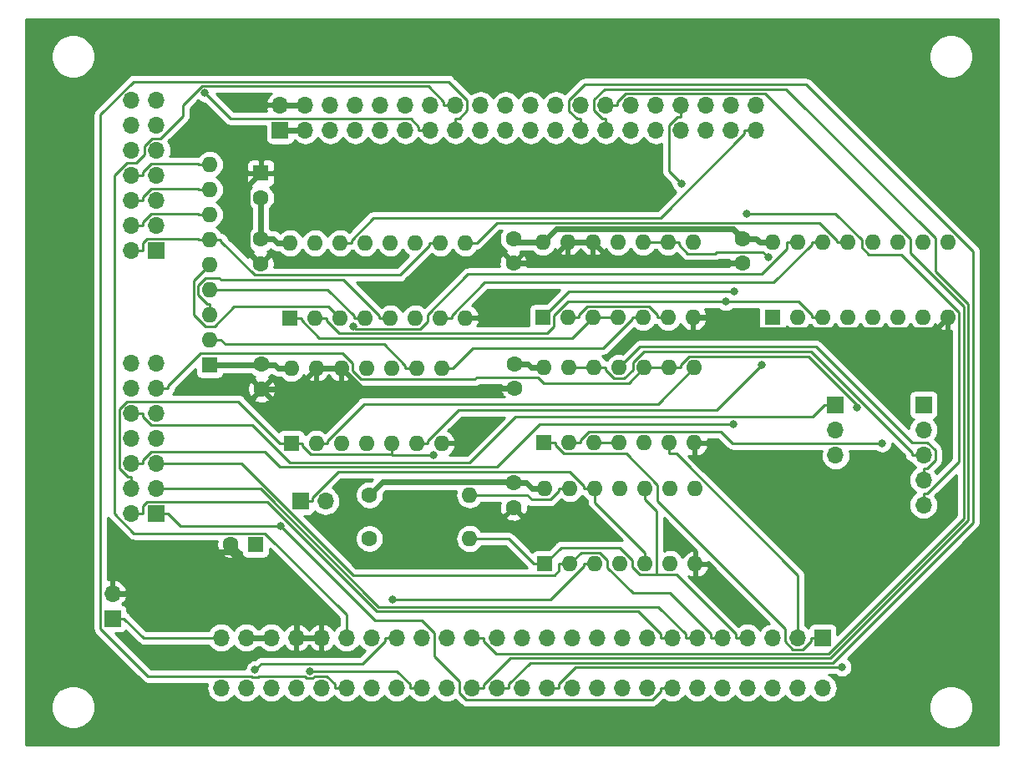
<source format=gtl>
G04 #@! TF.GenerationSoftware,KiCad,Pcbnew,(5.1.4-0)*
G04 #@! TF.CreationDate,2019-12-21T12:07:29+09:00*
G04 #@! TF.ProjectId,KZ80-MSXCTRG,4b5a3830-2d4d-4535-9843-5452472e6b69,rev?*
G04 #@! TF.SameCoordinates,Original*
G04 #@! TF.FileFunction,Copper,L1,Top*
G04 #@! TF.FilePolarity,Positive*
%FSLAX46Y46*%
G04 Gerber Fmt 4.6, Leading zero omitted, Abs format (unit mm)*
G04 Created by KiCad (PCBNEW (5.1.4-0)) date 2019-12-21 12:07:29*
%MOMM*%
%LPD*%
G04 APERTURE LIST*
%ADD10O,1.600000X1.600000*%
%ADD11R,1.600000X1.600000*%
%ADD12C,1.600000*%
%ADD13O,1.700000X1.700000*%
%ADD14R,1.700000X1.700000*%
%ADD15C,0.800000*%
%ADD16C,0.600000*%
%ADD17C,0.250000*%
%ADD18C,0.254000*%
G04 APERTURE END LIST*
D10*
X170340000Y-126330000D03*
X185580000Y-133950000D03*
X172880000Y-126330000D03*
X183040000Y-133950000D03*
X175420000Y-126330000D03*
X180500000Y-133950000D03*
X177960000Y-126330000D03*
X177960000Y-133950000D03*
X180500000Y-126330000D03*
X175420000Y-133950000D03*
X183040000Y-126330000D03*
X172880000Y-133950000D03*
X185580000Y-126330000D03*
D11*
X170340000Y-133950000D03*
D10*
X162720000Y-131410000D03*
D12*
X152560000Y-131410000D03*
D10*
X162720000Y-126965000D03*
D12*
X152560000Y-126965000D03*
D13*
X148115000Y-127600000D03*
D14*
X145575000Y-127600000D03*
D12*
X167165000Y-125735000D03*
X167165000Y-128235000D03*
D14*
X126500000Y-139500000D03*
D13*
X126500000Y-136960000D03*
D12*
X138500000Y-132000000D03*
D11*
X141000000Y-132000000D03*
X141550000Y-94330000D03*
D12*
X141550000Y-96830000D03*
X167260000Y-116180000D03*
X167260000Y-113680000D03*
X167140000Y-100970000D03*
X167140000Y-103470000D03*
X141630000Y-116250000D03*
X141630000Y-113750000D03*
X190420000Y-100970000D03*
X190420000Y-103470000D03*
X141510000Y-103540000D03*
X141510000Y-101040000D03*
D14*
X198500000Y-141460000D03*
D13*
X198500000Y-146540000D03*
X195960000Y-141460000D03*
X195960000Y-146540000D03*
X193420000Y-141460000D03*
X193420000Y-146540000D03*
X190880000Y-141460000D03*
X190880000Y-146540000D03*
X188340000Y-141460000D03*
X188340000Y-146540000D03*
X185800000Y-141460000D03*
X185800000Y-146540000D03*
X183260000Y-141460000D03*
X183260000Y-146540000D03*
X180720000Y-141460000D03*
X180720000Y-146540000D03*
X178180000Y-141460000D03*
X178180000Y-146540000D03*
X175640000Y-141460000D03*
X175640000Y-146540000D03*
X173100000Y-141460000D03*
X173100000Y-146540000D03*
X170560000Y-141460000D03*
X170560000Y-146540000D03*
X168020000Y-141460000D03*
X168020000Y-146540000D03*
X165480000Y-141460000D03*
X165480000Y-146540000D03*
X162940000Y-141460000D03*
X162940000Y-146540000D03*
X160400000Y-141460000D03*
X160400000Y-146540000D03*
X157860000Y-141460000D03*
X157860000Y-146540000D03*
X155320000Y-141460000D03*
X155320000Y-146540000D03*
X152780000Y-141460000D03*
X152780000Y-146540000D03*
X150240000Y-141460000D03*
X150240000Y-146540000D03*
X147700000Y-141460000D03*
X147700000Y-146540000D03*
X145160000Y-141460000D03*
X145160000Y-146540000D03*
X142620000Y-141460000D03*
X142620000Y-146540000D03*
X140080000Y-141460000D03*
X140080000Y-146540000D03*
X137540000Y-141460000D03*
X137540000Y-146540000D03*
D14*
X199820000Y-117890000D03*
D13*
X199820000Y-120430000D03*
X199820000Y-122970000D03*
D14*
X208720000Y-117840000D03*
D13*
X208720000Y-120380000D03*
X208720000Y-122920000D03*
X208720000Y-125460000D03*
X208720000Y-128000000D03*
X128430000Y-86960000D03*
X130970000Y-86960000D03*
X128430000Y-89500000D03*
X130970000Y-89500000D03*
X128430000Y-92040000D03*
X130970000Y-92040000D03*
X128430000Y-94580000D03*
X130970000Y-94580000D03*
X128430000Y-97120000D03*
X130970000Y-97120000D03*
X128430000Y-99660000D03*
X130970000Y-99660000D03*
X128430000Y-102200000D03*
D14*
X130970000Y-102200000D03*
X130970000Y-128870000D03*
D13*
X128430000Y-128870000D03*
X130970000Y-126330000D03*
X128430000Y-126330000D03*
X130970000Y-123790000D03*
X128430000Y-123790000D03*
X130970000Y-121250000D03*
X128430000Y-121250000D03*
X130970000Y-118710000D03*
X128430000Y-118710000D03*
X130970000Y-116170000D03*
X128430000Y-116170000D03*
X130970000Y-113630000D03*
X128430000Y-113630000D03*
D14*
X143500000Y-90000000D03*
D13*
X143500000Y-87460000D03*
X146040000Y-90000000D03*
X146040000Y-87460000D03*
X148580000Y-90000000D03*
X148580000Y-87460000D03*
X151120000Y-90000000D03*
X151120000Y-87460000D03*
X153660000Y-90000000D03*
X153660000Y-87460000D03*
X156200000Y-90000000D03*
X156200000Y-87460000D03*
X158740000Y-90000000D03*
X158740000Y-87460000D03*
X161280000Y-90000000D03*
X161280000Y-87460000D03*
X163820000Y-90000000D03*
X163820000Y-87460000D03*
X166360000Y-90000000D03*
X166360000Y-87460000D03*
X168900000Y-90000000D03*
X168900000Y-87460000D03*
X171440000Y-90000000D03*
X171440000Y-87460000D03*
X173980000Y-90000000D03*
X173980000Y-87460000D03*
X176520000Y-90000000D03*
X176520000Y-87460000D03*
X179060000Y-90000000D03*
X179060000Y-87460000D03*
X181600000Y-90000000D03*
X181600000Y-87460000D03*
X184140000Y-90000000D03*
X184140000Y-87460000D03*
X186680000Y-90000000D03*
X186680000Y-87460000D03*
X189220000Y-90000000D03*
X189220000Y-87460000D03*
X191760000Y-90000000D03*
X191760000Y-87460000D03*
D11*
X170140000Y-108970000D03*
D10*
X185380000Y-101350000D03*
X172680000Y-108970000D03*
X182840000Y-101350000D03*
X175220000Y-108970000D03*
X180300000Y-101350000D03*
X177760000Y-108970000D03*
X177760000Y-101350000D03*
X180300000Y-108970000D03*
X175220000Y-101350000D03*
X182840000Y-108970000D03*
X172680000Y-101350000D03*
X185380000Y-108970000D03*
X170140000Y-101350000D03*
X170260000Y-114060000D03*
X185500000Y-121680000D03*
X172800000Y-114060000D03*
X182960000Y-121680000D03*
X175340000Y-114060000D03*
X180420000Y-121680000D03*
X177880000Y-114060000D03*
X177880000Y-121680000D03*
X180420000Y-114060000D03*
X175340000Y-121680000D03*
X182960000Y-114060000D03*
X172800000Y-121680000D03*
X185500000Y-114060000D03*
D11*
X170260000Y-121680000D03*
X144630000Y-121750000D03*
D10*
X159870000Y-114130000D03*
X147170000Y-121750000D03*
X157330000Y-114130000D03*
X149710000Y-121750000D03*
X154790000Y-114130000D03*
X152250000Y-121750000D03*
X152250000Y-114130000D03*
X154790000Y-121750000D03*
X149710000Y-114130000D03*
X157330000Y-121750000D03*
X147170000Y-114130000D03*
X159870000Y-121750000D03*
X144630000Y-114130000D03*
X144510000Y-101420000D03*
X162290000Y-109040000D03*
X147050000Y-101420000D03*
X159750000Y-109040000D03*
X149590000Y-101420000D03*
X157210000Y-109040000D03*
X152130000Y-101420000D03*
X154670000Y-109040000D03*
X154670000Y-101420000D03*
X152130000Y-109040000D03*
X157210000Y-101420000D03*
X149590000Y-109040000D03*
X159750000Y-101420000D03*
X147050000Y-109040000D03*
X162290000Y-101420000D03*
D11*
X144510000Y-109040000D03*
X193420000Y-108970000D03*
D10*
X211200000Y-101350000D03*
X195960000Y-108970000D03*
X208660000Y-101350000D03*
X198500000Y-108970000D03*
X206120000Y-101350000D03*
X201040000Y-108970000D03*
X203580000Y-101350000D03*
X203580000Y-108970000D03*
X201040000Y-101350000D03*
X206120000Y-108970000D03*
X198500000Y-101350000D03*
X208660000Y-108970000D03*
X195960000Y-101350000D03*
X211200000Y-108970000D03*
X193420000Y-101350000D03*
D11*
X136370000Y-113790000D03*
D10*
X136370000Y-111250000D03*
X136370000Y-108710000D03*
X136370000Y-106170000D03*
X136370000Y-103630000D03*
X136370000Y-101090000D03*
X136370000Y-98550000D03*
X136370000Y-96010000D03*
X136370000Y-93470000D03*
D15*
X192307700Y-113801700D03*
X188692700Y-107376100D03*
X204533700Y-121715000D03*
X150905500Y-109886900D03*
X122000000Y-94500000D03*
X209500000Y-89000000D03*
X209500000Y-143500000D03*
X123000000Y-144000000D03*
X159069100Y-122938000D03*
X143598300Y-130144000D03*
X201991500Y-118138800D03*
X189520500Y-106378500D03*
X189421000Y-119787900D03*
X154883600Y-137607100D03*
X146507400Y-144826300D03*
X140971200Y-144711700D03*
X135892100Y-86232700D03*
X200463400Y-144436500D03*
X184169000Y-95381500D03*
X190774500Y-98466500D03*
X192984500Y-102887800D03*
D16*
X152560000Y-126965000D02*
X153860400Y-125664600D01*
X153860400Y-125664600D02*
X167094600Y-125664600D01*
X167094600Y-125664600D02*
X167165000Y-125735000D01*
X190420000Y-100970000D02*
X189444100Y-99994100D01*
X189444100Y-99994100D02*
X171495900Y-99994100D01*
X171495900Y-99994100D02*
X170140000Y-101350000D01*
X192119700Y-101350000D02*
X191739700Y-100970000D01*
X191739700Y-100970000D02*
X190420000Y-100970000D01*
X170140000Y-101350000D02*
X167520000Y-101350000D01*
X167520000Y-101350000D02*
X167140000Y-100970000D01*
X141550000Y-101040000D02*
X142829700Y-101040000D01*
X142829700Y-101040000D02*
X143209700Y-101420000D01*
X141510000Y-101040000D02*
X141550000Y-101040000D01*
X141550000Y-101040000D02*
X141550000Y-96830000D01*
X142039100Y-141460000D02*
X141430300Y-141460000D01*
X140080000Y-141460000D02*
X141430300Y-141460000D01*
X142620000Y-141460000D02*
X142039100Y-141460000D01*
X144510000Y-101420000D02*
X143209700Y-101420000D01*
X193420000Y-101350000D02*
X192119700Y-101350000D01*
X167165000Y-125735000D02*
X168444700Y-125735000D01*
X168444700Y-125735000D02*
X169039700Y-126330000D01*
X170340000Y-126330000D02*
X169039700Y-126330000D01*
X170260000Y-114060000D02*
X168959700Y-114060000D01*
X141630000Y-113770000D02*
X142969700Y-113770000D01*
X142969700Y-113770000D02*
X143329700Y-114130000D01*
X136370000Y-113790000D02*
X141610000Y-113790000D01*
X141610000Y-113790000D02*
X141630000Y-113770000D01*
X141630000Y-113770000D02*
X141630000Y-113750000D01*
X144630000Y-114130000D02*
X143329700Y-114130000D01*
X167260000Y-113680000D02*
X168579700Y-113680000D01*
X168579700Y-113680000D02*
X168959700Y-114060000D01*
X146040000Y-90000000D02*
X143500000Y-90000000D01*
D17*
X137495300Y-111250000D02*
X137945600Y-111700300D01*
X137945600Y-111700300D02*
X154056300Y-111700300D01*
X154056300Y-111700300D02*
X156204700Y-113848700D01*
X156204700Y-113848700D02*
X156204700Y-114130000D01*
X157330000Y-114130000D02*
X156204700Y-114130000D01*
X136370000Y-111250000D02*
X137495300Y-111250000D01*
X154670000Y-109040000D02*
X153544700Y-109040000D01*
X136370000Y-108710000D02*
X136370000Y-107584700D01*
X136370000Y-107584700D02*
X136088700Y-107584700D01*
X136088700Y-107584700D02*
X135218700Y-106714700D01*
X135218700Y-106714700D02*
X135218700Y-105728000D01*
X135218700Y-105728000D02*
X135932500Y-105014200D01*
X135932500Y-105014200D02*
X137381200Y-105014200D01*
X137381200Y-105014200D02*
X137495400Y-105128400D01*
X137495400Y-105128400D02*
X149914400Y-105128400D01*
X149914400Y-105128400D02*
X153544700Y-108758700D01*
X153544700Y-108758700D02*
X153544700Y-109040000D01*
X137495300Y-106170000D02*
X148339000Y-106170000D01*
X148339000Y-106170000D02*
X151004700Y-108835700D01*
X151004700Y-108835700D02*
X151004700Y-109040000D01*
X136370000Y-106170000D02*
X137495300Y-106170000D01*
X152130000Y-109040000D02*
X151004700Y-109040000D01*
X136370000Y-103630000D02*
X134768300Y-105231700D01*
X134768300Y-105231700D02*
X134768300Y-108710700D01*
X134768300Y-108710700D02*
X135949000Y-109891400D01*
X135949000Y-109891400D02*
X136835600Y-109891400D01*
X136835600Y-109891400D02*
X138858300Y-107868700D01*
X138858300Y-107868700D02*
X148418700Y-107868700D01*
X148418700Y-107868700D02*
X149590000Y-109040000D01*
X136370000Y-101090000D02*
X137495300Y-101090000D01*
X159750000Y-101420000D02*
X158624700Y-101420000D01*
X158624700Y-101420000D02*
X158624700Y-101701300D01*
X158624700Y-101701300D02*
X155648000Y-104678000D01*
X155648000Y-104678000D02*
X140942600Y-104678000D01*
X140942600Y-104678000D02*
X137495300Y-101230700D01*
X137495300Y-101230700D02*
X137495300Y-101090000D01*
X128430000Y-102200000D02*
X129605300Y-102200000D01*
X136370000Y-101090000D02*
X135244700Y-101090000D01*
X135244700Y-101090000D02*
X135179400Y-101024700D01*
X135179400Y-101024700D02*
X129972500Y-101024700D01*
X129972500Y-101024700D02*
X129605300Y-101391900D01*
X129605300Y-101391900D02*
X129605300Y-102200000D01*
X128430000Y-99660000D02*
X129605300Y-99660000D01*
X136370000Y-98550000D02*
X135244700Y-98550000D01*
X135244700Y-98550000D02*
X135179400Y-98484700D01*
X135179400Y-98484700D02*
X130413200Y-98484700D01*
X130413200Y-98484700D02*
X129605300Y-99292600D01*
X129605300Y-99292600D02*
X129605300Y-99660000D01*
X128430000Y-97120000D02*
X129605300Y-97120000D01*
X136370000Y-96010000D02*
X135244700Y-96010000D01*
X135244700Y-96010000D02*
X135179400Y-95944700D01*
X135179400Y-95944700D02*
X130413200Y-95944700D01*
X130413200Y-95944700D02*
X129605300Y-96752600D01*
X129605300Y-96752600D02*
X129605300Y-97120000D01*
X128430000Y-94580000D02*
X129605300Y-94580000D01*
X136370000Y-93470000D02*
X135244700Y-93470000D01*
X135244700Y-93470000D02*
X135179400Y-93404700D01*
X135179400Y-93404700D02*
X130413200Y-93404700D01*
X130413200Y-93404700D02*
X129605300Y-94212600D01*
X129605300Y-94212600D02*
X129605300Y-94580000D01*
X192307700Y-113801700D02*
X187770000Y-118339400D01*
X187770000Y-118339400D02*
X161584600Y-118339400D01*
X161584600Y-118339400D02*
X158455300Y-121468700D01*
X158455300Y-121468700D02*
X158455300Y-121750000D01*
X157330000Y-121750000D02*
X158455300Y-121750000D01*
X207544700Y-122920000D02*
X207544700Y-122656500D01*
X207544700Y-122656500D02*
X197351900Y-112463700D01*
X197351900Y-112463700D02*
X180363800Y-112463700D01*
X180363800Y-112463700D02*
X179294700Y-113532800D01*
X179294700Y-113532800D02*
X179294700Y-114261700D01*
X179294700Y-114261700D02*
X178371100Y-115185300D01*
X178371100Y-115185300D02*
X177309200Y-115185300D01*
X177309200Y-115185300D02*
X176465300Y-114341400D01*
X176465300Y-114341400D02*
X176465300Y-114060000D01*
X175340000Y-114060000D02*
X176465300Y-114060000D01*
X208720000Y-122920000D02*
X207544700Y-122920000D01*
X175340000Y-114060000D02*
X172800000Y-114060000D01*
X149590000Y-101420000D02*
X150715300Y-101420000D01*
X191760000Y-90000000D02*
X190584700Y-90000000D01*
X190584700Y-90000000D02*
X190584700Y-90367300D01*
X190584700Y-90367300D02*
X182063000Y-98889000D01*
X182063000Y-98889000D02*
X152965000Y-98889000D01*
X152965000Y-98889000D02*
X150715300Y-101138700D01*
X150715300Y-101138700D02*
X150715300Y-101420000D01*
X188692700Y-107376100D02*
X196062100Y-107376100D01*
X196062100Y-107376100D02*
X197374700Y-108688700D01*
X197374700Y-108688700D02*
X197374700Y-108970000D01*
X148175300Y-109040000D02*
X148175300Y-109321400D01*
X148175300Y-109321400D02*
X149469500Y-110615600D01*
X149469500Y-110615600D02*
X170580800Y-110615600D01*
X170580800Y-110615600D02*
X171265400Y-109931000D01*
X171265400Y-109931000D02*
X171265400Y-108779800D01*
X171265400Y-108779800D02*
X172669100Y-107376100D01*
X172669100Y-107376100D02*
X188692700Y-107376100D01*
X147050000Y-109040000D02*
X148175300Y-109040000D01*
X198500000Y-108970000D02*
X197374700Y-108970000D01*
X170260000Y-121680000D02*
X171385300Y-121680000D01*
X198500000Y-141460000D02*
X197324700Y-141460000D01*
X197324700Y-141460000D02*
X197324700Y-141783100D01*
X197324700Y-141783100D02*
X196472500Y-142635300D01*
X196472500Y-142635300D02*
X195471000Y-142635300D01*
X195471000Y-142635300D02*
X194690000Y-141854300D01*
X194690000Y-141854300D02*
X194690000Y-140515300D01*
X194690000Y-140515300D02*
X181770000Y-127595300D01*
X181770000Y-127595300D02*
X181770000Y-125951600D01*
X181770000Y-125951600D02*
X178623700Y-122805300D01*
X178623700Y-122805300D02*
X172229200Y-122805300D01*
X172229200Y-122805300D02*
X171385300Y-121961400D01*
X171385300Y-121961400D02*
X171385300Y-121680000D01*
X163415300Y-101420000D02*
X165466600Y-99368700D01*
X165466600Y-99368700D02*
X198137700Y-99368700D01*
X198137700Y-99368700D02*
X199914700Y-101145700D01*
X199914700Y-101145700D02*
X199914700Y-101350000D01*
X162290000Y-101420000D02*
X163415300Y-101420000D01*
X201040000Y-101350000D02*
X199914700Y-101350000D01*
X173925300Y-121680000D02*
X173925300Y-121398600D01*
X173925300Y-121398600D02*
X174769200Y-120554700D01*
X174769200Y-120554700D02*
X188189400Y-120554700D01*
X188189400Y-120554700D02*
X189349600Y-121714900D01*
X189349600Y-121714900D02*
X204533700Y-121714900D01*
X204533700Y-121714900D02*
X204533700Y-121715000D01*
X172800000Y-121680000D02*
X173925300Y-121680000D01*
X160875300Y-109040000D02*
X160875300Y-108758700D01*
X160875300Y-108758700D02*
X164214500Y-105419500D01*
X164214500Y-105419500D02*
X193539100Y-105419500D01*
X193539100Y-105419500D02*
X197374700Y-101583900D01*
X197374700Y-101583900D02*
X197374700Y-101350000D01*
X159750000Y-109040000D02*
X160875300Y-109040000D01*
X198500000Y-101350000D02*
X197374700Y-101350000D01*
X150905500Y-109886900D02*
X151183900Y-110165300D01*
X151183900Y-110165300D02*
X157737400Y-110165300D01*
X157737400Y-110165300D02*
X158480000Y-109422700D01*
X158480000Y-109422700D02*
X158480000Y-108680000D01*
X158480000Y-108680000D02*
X162564600Y-104595400D01*
X162564600Y-104595400D02*
X192302700Y-104595400D01*
X192302700Y-104595400D02*
X194834700Y-102063400D01*
X194834700Y-102063400D02*
X194834700Y-101350000D01*
X195960000Y-101350000D02*
X194834700Y-101350000D01*
D16*
X145160000Y-141460000D02*
X146349700Y-141460000D01*
X147700000Y-141460000D02*
X146349700Y-141460000D01*
X145160000Y-141460000D02*
X145160000Y-139459900D01*
X145160000Y-139459900D02*
X138500000Y-132799900D01*
X185380000Y-108970000D02*
X186680300Y-108970000D01*
X211200000Y-108970000D02*
X209899700Y-110270300D01*
X209899700Y-110270300D02*
X187980600Y-110270300D01*
X187980600Y-110270300D02*
X186680300Y-108970000D01*
X172680000Y-101350000D02*
X170560000Y-103470000D01*
X170560000Y-103470000D02*
X167140000Y-103470000D01*
X172680000Y-101350000D02*
X173919700Y-101350000D01*
X190420000Y-103470000D02*
X177340000Y-103470000D01*
X177340000Y-103470000D02*
X175220000Y-101350000D01*
X149710000Y-114130000D02*
X151760000Y-116180000D01*
X151760000Y-116180000D02*
X167260000Y-116180000D01*
X141510000Y-103540000D02*
X140206900Y-102236900D01*
X140206900Y-102236900D02*
X140206900Y-95673100D01*
X140206900Y-95673100D02*
X141550000Y-94330000D01*
X138500000Y-132799900D02*
X132010400Y-132799900D01*
X132010400Y-132799900D02*
X127850300Y-136960000D01*
X138500000Y-132000000D02*
X138500000Y-132799900D01*
X126500000Y-136960000D02*
X127850300Y-136960000D01*
X147170000Y-114130000D02*
X145050000Y-116250000D01*
X145050000Y-116250000D02*
X141630000Y-116250000D01*
X147170000Y-114130000D02*
X148409700Y-114130000D01*
X149710000Y-114130000D02*
X148409700Y-114130000D01*
X175220000Y-101350000D02*
X173919700Y-101350000D01*
X146040000Y-87460000D02*
X143500000Y-87460000D01*
D17*
X175220000Y-108970000D02*
X176634700Y-108970000D01*
X145635300Y-109040000D02*
X145635300Y-109258500D01*
X145635300Y-109258500D02*
X147442800Y-111066000D01*
X147442800Y-111066000D02*
X173124000Y-111066000D01*
X173124000Y-111066000D02*
X175220000Y-108970000D01*
X177760000Y-108970000D02*
X176634700Y-108970000D01*
X144510000Y-109040000D02*
X145635300Y-109040000D01*
X159069100Y-122938000D02*
X154852700Y-122938000D01*
X154852700Y-122938000D02*
X154790000Y-122875300D01*
X144630000Y-121750000D02*
X143504700Y-121750000D01*
X143504700Y-121750000D02*
X139254100Y-117499400D01*
X139254100Y-117499400D02*
X127968800Y-117499400D01*
X127968800Y-117499400D02*
X127216900Y-118251300D01*
X127216900Y-118251300D02*
X127216900Y-124300000D01*
X127216900Y-124300000D02*
X128071600Y-125154700D01*
X128071600Y-125154700D02*
X128430000Y-125154700D01*
X154790000Y-122875300D02*
X146599300Y-122875300D01*
X146599300Y-122875300D02*
X145755300Y-122031300D01*
X145755300Y-122031300D02*
X145755300Y-121750000D01*
X144630000Y-121750000D02*
X145755300Y-121750000D01*
X128430000Y-126330000D02*
X128430000Y-125154700D01*
X154790000Y-121750000D02*
X154790000Y-122875300D01*
X160995300Y-114130000D02*
X163025500Y-112099800D01*
X163025500Y-112099800D02*
X176237700Y-112099800D01*
X176237700Y-112099800D02*
X179174700Y-109162800D01*
X179174700Y-109162800D02*
X179174700Y-108970000D01*
X180300000Y-108970000D02*
X179174700Y-108970000D01*
X159870000Y-114130000D02*
X160995300Y-114130000D01*
X147170000Y-121750000D02*
X148295300Y-121750000D01*
X148295300Y-121750000D02*
X148295300Y-121468700D01*
X148295300Y-121468700D02*
X152007500Y-117756500D01*
X152007500Y-117756500D02*
X181803500Y-117756500D01*
X181803500Y-117756500D02*
X185500000Y-114060000D01*
X143598300Y-130144000D02*
X153148400Y-139694100D01*
X153148400Y-139694100D02*
X157830400Y-139694100D01*
X157830400Y-139694100D02*
X159130000Y-140993700D01*
X159130000Y-140993700D02*
X159130000Y-143369800D01*
X159130000Y-143369800D02*
X161670000Y-145909800D01*
X161670000Y-145909800D02*
X161670000Y-147038400D01*
X161670000Y-147038400D02*
X162346900Y-147715300D01*
X162346900Y-147715300D02*
X181276800Y-147715300D01*
X181276800Y-147715300D02*
X182084700Y-146907400D01*
X182084700Y-146907400D02*
X182084700Y-146540000D01*
X132145300Y-128870000D02*
X133419300Y-130144000D01*
X133419300Y-130144000D02*
X143598300Y-130144000D01*
X183260000Y-146540000D02*
X182084700Y-146540000D01*
X130970000Y-128870000D02*
X132145300Y-128870000D01*
X182960000Y-121680000D02*
X182960000Y-122805300D01*
X195960000Y-141460000D02*
X195960000Y-135102000D01*
X195960000Y-135102000D02*
X183663300Y-122805300D01*
X183663300Y-122805300D02*
X182960000Y-122805300D01*
X175340000Y-121680000D02*
X177880000Y-121680000D01*
X208720000Y-124284700D02*
X209087300Y-124284700D01*
X209087300Y-124284700D02*
X209905600Y-123466400D01*
X209905600Y-123466400D02*
X209905600Y-122430200D01*
X209905600Y-122430200D02*
X209125400Y-121650000D01*
X209125400Y-121650000D02*
X207544600Y-121650000D01*
X207544600Y-121650000D02*
X197852100Y-111957500D01*
X197852100Y-111957500D02*
X179982500Y-111957500D01*
X179982500Y-111957500D02*
X177880000Y-114060000D01*
X208720000Y-125460000D02*
X208720000Y-124284700D01*
X130970000Y-116170000D02*
X132145300Y-116170000D01*
X132145300Y-116170000D02*
X132145300Y-115949600D01*
X132145300Y-115949600D02*
X135471000Y-112623900D01*
X135471000Y-112623900D02*
X149800400Y-112623900D01*
X149800400Y-112623900D02*
X150835400Y-113658900D01*
X150835400Y-113658900D02*
X150835400Y-114371000D01*
X150835400Y-114371000D02*
X151719800Y-115255400D01*
X151719800Y-115255400D02*
X163239300Y-115255400D01*
X163239300Y-115255400D02*
X163454600Y-115040100D01*
X163454600Y-115040100D02*
X169648600Y-115040100D01*
X169648600Y-115040100D02*
X170245800Y-115637300D01*
X170245800Y-115637300D02*
X178842700Y-115637300D01*
X178842700Y-115637300D02*
X180420000Y-114060000D01*
X201991500Y-118138800D02*
X201991500Y-117875600D01*
X201991500Y-117875600D02*
X197036000Y-112920100D01*
X197036000Y-112920100D02*
X184943900Y-112920100D01*
X184943900Y-112920100D02*
X184085300Y-113778700D01*
X184085300Y-113778700D02*
X184085300Y-114060000D01*
X182960000Y-114060000D02*
X184085300Y-114060000D01*
X181545300Y-114060000D02*
X182960000Y-114060000D01*
X180420000Y-114060000D02*
X181545300Y-114060000D01*
X129605300Y-123790000D02*
X129605300Y-123422600D01*
X129605300Y-123422600D02*
X130413200Y-122614700D01*
X130413200Y-122614700D02*
X141923600Y-122614700D01*
X141923600Y-122614700D02*
X143465200Y-124156300D01*
X143465200Y-124156300D02*
X165474100Y-124156300D01*
X165474100Y-124156300D02*
X169842500Y-119787900D01*
X169842500Y-119787900D02*
X189421000Y-119787900D01*
X170140000Y-108970000D02*
X172731500Y-106378500D01*
X172731500Y-106378500D02*
X189520500Y-106378500D01*
X128430000Y-123790000D02*
X129605300Y-123790000D01*
X172680000Y-108970000D02*
X173805300Y-108970000D01*
X182840000Y-108970000D02*
X181714700Y-108970000D01*
X181714700Y-108970000D02*
X181714700Y-108688700D01*
X181714700Y-108688700D02*
X180870700Y-107844700D01*
X180870700Y-107844700D02*
X174649200Y-107844700D01*
X174649200Y-107844700D02*
X173805300Y-108688600D01*
X173805300Y-108688600D02*
X173805300Y-108970000D01*
X174294700Y-133950000D02*
X174294700Y-134231300D01*
X174294700Y-134231300D02*
X170918900Y-137607100D01*
X170918900Y-137607100D02*
X154883600Y-137607100D01*
X175420000Y-133950000D02*
X174294700Y-133950000D01*
X157860000Y-146540000D02*
X156684700Y-146540000D01*
X146507400Y-144826300D02*
X155338300Y-144826300D01*
X155338300Y-144826300D02*
X156684700Y-146172700D01*
X156684700Y-146172700D02*
X156684700Y-146540000D01*
X154144700Y-141460000D02*
X154144700Y-141827300D01*
X154144700Y-141827300D02*
X151871000Y-144101000D01*
X151871000Y-144101000D02*
X141581900Y-144101000D01*
X141581900Y-144101000D02*
X140971200Y-144711700D01*
X155320000Y-141460000D02*
X154144700Y-141460000D01*
X157564700Y-90000000D02*
X157564700Y-89632600D01*
X157564700Y-89632600D02*
X156756800Y-88824700D01*
X156756800Y-88824700D02*
X138484100Y-88824700D01*
X138484100Y-88824700D02*
X135892100Y-86232700D01*
X158740000Y-90000000D02*
X157564700Y-90000000D01*
X161280000Y-88824700D02*
X161647300Y-88824700D01*
X161647300Y-88824700D02*
X162470600Y-88001400D01*
X162470600Y-88001400D02*
X162470600Y-86969300D01*
X162470600Y-86969300D02*
X160558400Y-85057100D01*
X160558400Y-85057100D02*
X128661600Y-85057100D01*
X128661600Y-85057100D02*
X125308700Y-88410000D01*
X125308700Y-88410000D02*
X125308700Y-140536300D01*
X125308700Y-140536300D02*
X130137100Y-145364700D01*
X130137100Y-145364700D02*
X140598500Y-145364700D01*
X140598500Y-145364700D02*
X140670800Y-145437000D01*
X140670800Y-145437000D02*
X141271700Y-145437000D01*
X141271700Y-145437000D02*
X141344000Y-145364700D01*
X141344000Y-145364700D02*
X146020100Y-145364700D01*
X146020100Y-145364700D02*
X146207000Y-145551600D01*
X146207000Y-145551600D02*
X146807900Y-145551600D01*
X146807900Y-145551600D02*
X146994800Y-145364700D01*
X146994800Y-145364700D02*
X148256800Y-145364700D01*
X148256800Y-145364700D02*
X149064700Y-146172600D01*
X149064700Y-146172600D02*
X149064700Y-146540000D01*
X161280000Y-90000000D02*
X161280000Y-88824700D01*
X150240000Y-146540000D02*
X149064700Y-146540000D01*
X160104700Y-87460000D02*
X160104700Y-87092700D01*
X160104700Y-87092700D02*
X158519400Y-85507400D01*
X158519400Y-85507400D02*
X135591700Y-85507400D01*
X135591700Y-85507400D02*
X133641400Y-87457700D01*
X133641400Y-87457700D02*
X133641400Y-88568900D01*
X133641400Y-88568900D02*
X131345700Y-90864600D01*
X131345700Y-90864600D02*
X130480600Y-90864600D01*
X130480600Y-90864600D02*
X129769800Y-91575400D01*
X129769800Y-91575400D02*
X129769800Y-92435400D01*
X129769800Y-92435400D02*
X128895200Y-93310000D01*
X128895200Y-93310000D02*
X127972300Y-93310000D01*
X127972300Y-93310000D02*
X126730300Y-94552000D01*
X126730300Y-94552000D02*
X126730300Y-128905300D01*
X126730300Y-128905300D02*
X128680600Y-130855600D01*
X128680600Y-130855600D02*
X141948300Y-130855600D01*
X141948300Y-130855600D02*
X150240000Y-139147300D01*
X150240000Y-139147300D02*
X150240000Y-140284700D01*
X150240000Y-141460000D02*
X150240000Y-140284700D01*
X161280000Y-87460000D02*
X160104700Y-87460000D01*
X166655300Y-146540000D02*
X166655300Y-146172700D01*
X166655300Y-146172700D02*
X168841800Y-143986200D01*
X168841800Y-143986200D02*
X199506600Y-143986200D01*
X199506600Y-143986200D02*
X213724400Y-129768400D01*
X213724400Y-129768400D02*
X213724400Y-102247200D01*
X213724400Y-102247200D02*
X196854000Y-85376800D01*
X196854000Y-85376800D02*
X174353500Y-85376800D01*
X174353500Y-85376800D02*
X172802000Y-86928300D01*
X172802000Y-86928300D02*
X172802000Y-88014000D01*
X172802000Y-88014000D02*
X173612700Y-88824700D01*
X173612700Y-88824700D02*
X173980000Y-88824700D01*
X165480000Y-146540000D02*
X166655300Y-146540000D01*
X173980000Y-90000000D02*
X173980000Y-88824700D01*
X164115300Y-146540000D02*
X164115300Y-146225900D01*
X164115300Y-146225900D02*
X166805300Y-143535900D01*
X166805300Y-143535900D02*
X199261800Y-143535900D01*
X199261800Y-143535900D02*
X213226100Y-129571600D01*
X213226100Y-129571600D02*
X213226100Y-107581200D01*
X213226100Y-107581200D02*
X209930000Y-104285100D01*
X209930000Y-104285100D02*
X209930000Y-100961400D01*
X209930000Y-100961400D02*
X194795800Y-85827200D01*
X194795800Y-85827200D02*
X176417100Y-85827200D01*
X176417100Y-85827200D02*
X175338700Y-86905600D01*
X175338700Y-86905600D02*
X175338700Y-88010700D01*
X175338700Y-88010700D02*
X176152700Y-88824700D01*
X176152700Y-88824700D02*
X176520000Y-88824700D01*
X162940000Y-146540000D02*
X164115300Y-146540000D01*
X176520000Y-90000000D02*
X176520000Y-88824700D01*
X164115300Y-141460000D02*
X164115300Y-141827400D01*
X164115300Y-141827400D02*
X165373500Y-143085600D01*
X165373500Y-143085600D02*
X199075200Y-143085600D01*
X199075200Y-143085600D02*
X212775800Y-129385000D01*
X212775800Y-129385000D02*
X212775800Y-107844100D01*
X212775800Y-107844100D02*
X207390000Y-102458300D01*
X207390000Y-102458300D02*
X207390000Y-100976600D01*
X207390000Y-100976600D02*
X192690900Y-86277500D01*
X192690900Y-86277500D02*
X178510500Y-86277500D01*
X178510500Y-86277500D02*
X177695300Y-87092700D01*
X177695300Y-87092700D02*
X177695300Y-87460000D01*
X162940000Y-141460000D02*
X164115300Y-141460000D01*
X176520000Y-87460000D02*
X177695300Y-87460000D01*
X171735300Y-146540000D02*
X171735300Y-146172700D01*
X171735300Y-146172700D02*
X173471500Y-144436500D01*
X173471500Y-144436500D02*
X200463400Y-144436500D01*
X170560000Y-146540000D02*
X171735300Y-146540000D01*
X184140000Y-88635300D02*
X183772700Y-88635300D01*
X183772700Y-88635300D02*
X182949400Y-89458600D01*
X182949400Y-89458600D02*
X182949400Y-94161900D01*
X182949400Y-94161900D02*
X184169000Y-95381500D01*
X184140000Y-87460000D02*
X184140000Y-88635300D01*
X129605300Y-128870000D02*
X129605300Y-128062000D01*
X129605300Y-128062000D02*
X129972700Y-127694600D01*
X129972700Y-127694600D02*
X142222900Y-127694600D01*
X142222900Y-127694600D02*
X153311000Y-138782700D01*
X153311000Y-138782700D02*
X179774800Y-138782700D01*
X179774800Y-138782700D02*
X182084700Y-141092600D01*
X182084700Y-141092600D02*
X182084700Y-141460000D01*
X183260000Y-141460000D02*
X182084700Y-141460000D01*
X128430000Y-128870000D02*
X129605300Y-128870000D01*
X132145300Y-126330000D02*
X141495300Y-126330000D01*
X141495300Y-126330000D02*
X153497700Y-138332400D01*
X153497700Y-138332400D02*
X181864400Y-138332400D01*
X181864400Y-138332400D02*
X184624700Y-141092700D01*
X184624700Y-141092700D02*
X184624700Y-141460000D01*
X130970000Y-126330000D02*
X132145300Y-126330000D01*
X185800000Y-141460000D02*
X184624700Y-141460000D01*
X171754700Y-133950000D02*
X171754700Y-134658600D01*
X171754700Y-134658600D02*
X171319200Y-135094100D01*
X171319200Y-135094100D02*
X150896300Y-135094100D01*
X150896300Y-135094100D02*
X139592200Y-123790000D01*
X139592200Y-123790000D02*
X132145300Y-123790000D01*
X172880000Y-133950000D02*
X174011100Y-132818900D01*
X174011100Y-132818900D02*
X175890900Y-132818900D01*
X175890900Y-132818900D02*
X176690000Y-133618000D01*
X176690000Y-133618000D02*
X176690000Y-134346700D01*
X176690000Y-134346700D02*
X179254300Y-136911000D01*
X179254300Y-136911000D02*
X182983000Y-136911000D01*
X182983000Y-136911000D02*
X187164700Y-141092700D01*
X187164700Y-141092700D02*
X187164700Y-141460000D01*
X188340000Y-141460000D02*
X187164700Y-141460000D01*
X172510100Y-133950000D02*
X172880000Y-133950000D01*
X172510100Y-133950000D02*
X171754700Y-133950000D01*
X130970000Y-123790000D02*
X132145300Y-123790000D01*
X129605300Y-118710000D02*
X129605300Y-119077400D01*
X129605300Y-119077400D02*
X130413200Y-119885300D01*
X130413200Y-119885300D02*
X140705200Y-119885300D01*
X140705200Y-119885300D02*
X144525800Y-123705900D01*
X144525800Y-123705900D02*
X162735800Y-123705900D01*
X162735800Y-123705900D02*
X167379200Y-119062500D01*
X167379200Y-119062500D02*
X197472200Y-119062500D01*
X197472200Y-119062500D02*
X198644700Y-117890000D01*
X199820000Y-117890000D02*
X198644700Y-117890000D01*
X128430000Y-118710000D02*
X129605300Y-118710000D01*
X126500000Y-139500000D02*
X127675300Y-139500000D01*
X137540000Y-141460000D02*
X129635300Y-141460000D01*
X129635300Y-141460000D02*
X127675300Y-139500000D01*
X208720000Y-128000000D02*
X208720000Y-126824700D01*
X190774500Y-98466500D02*
X199791400Y-98466500D01*
X199791400Y-98466500D02*
X202454600Y-101129700D01*
X202454600Y-101129700D02*
X202454600Y-101874900D01*
X202454600Y-101874900D02*
X203199700Y-102620000D01*
X203199700Y-102620000D02*
X206500100Y-102620000D01*
X206500100Y-102620000D02*
X212325400Y-108445300D01*
X212325400Y-108445300D02*
X212325400Y-123586600D01*
X212325400Y-123586600D02*
X209087300Y-126824700D01*
X209087300Y-126824700D02*
X208720000Y-126824700D01*
X182840000Y-101350000D02*
X183965300Y-101350000D01*
X183965300Y-101350000D02*
X183965300Y-101631300D01*
X183965300Y-101631300D02*
X184823900Y-102489900D01*
X184823900Y-102489900D02*
X187594800Y-102489900D01*
X187594800Y-102489900D02*
X187740100Y-102344600D01*
X187740100Y-102344600D02*
X192441300Y-102344600D01*
X192441300Y-102344600D02*
X192984500Y-102887800D01*
X180300000Y-101350000D02*
X182840000Y-101350000D01*
X170340000Y-133950000D02*
X169214700Y-133950000D01*
X162720000Y-131410000D02*
X166674700Y-131410000D01*
X166674700Y-131410000D02*
X169214700Y-133950000D01*
X181654200Y-135081900D02*
X180008400Y-135081900D01*
X180008400Y-135081900D02*
X179230000Y-134303500D01*
X179230000Y-134303500D02*
X179230000Y-133599000D01*
X179230000Y-133599000D02*
X177946400Y-132315400D01*
X177946400Y-132315400D02*
X171974600Y-132315400D01*
X171974600Y-132315400D02*
X170340000Y-133950000D01*
X189704700Y-141460000D02*
X189704700Y-141092700D01*
X189704700Y-141092700D02*
X183693900Y-135081900D01*
X183693900Y-135081900D02*
X181654200Y-135081900D01*
X181654200Y-135081900D02*
X181654200Y-128609500D01*
X181654200Y-128609500D02*
X180500000Y-127455300D01*
X180500000Y-126330000D02*
X180500000Y-127455300D01*
X190880000Y-141460000D02*
X189704700Y-141460000D01*
X146750300Y-127600000D02*
X146750300Y-127232700D01*
X146750300Y-127232700D02*
X149373400Y-124609600D01*
X149373400Y-124609600D02*
X172855600Y-124609600D01*
X172855600Y-124609600D02*
X174294700Y-126048700D01*
X174294700Y-126048700D02*
X174294700Y-126330000D01*
X180500000Y-133950000D02*
X180500000Y-132824700D01*
X180500000Y-132824700D02*
X175420000Y-127744700D01*
X175420000Y-127744700D02*
X175420000Y-126330000D01*
X175420000Y-126330000D02*
X174294700Y-126330000D01*
X145575000Y-127600000D02*
X146750300Y-127600000D01*
X172880000Y-126330000D02*
X171754700Y-126330000D01*
X162720000Y-126965000D02*
X168541000Y-126965000D01*
X168541000Y-126965000D02*
X169031300Y-127455300D01*
X169031300Y-127455300D02*
X170910800Y-127455300D01*
X170910800Y-127455300D02*
X171754700Y-126611400D01*
X171754700Y-126611400D02*
X171754700Y-126330000D01*
D18*
G36*
X216290001Y-152290000D02*
G01*
X117710000Y-152290000D01*
X117710000Y-148279872D01*
X120265000Y-148279872D01*
X120265000Y-148720128D01*
X120350890Y-149151925D01*
X120519369Y-149558669D01*
X120763962Y-149924729D01*
X121075271Y-150236038D01*
X121441331Y-150480631D01*
X121848075Y-150649110D01*
X122279872Y-150735000D01*
X122720128Y-150735000D01*
X123151925Y-150649110D01*
X123558669Y-150480631D01*
X123924729Y-150236038D01*
X124236038Y-149924729D01*
X124480631Y-149558669D01*
X124649110Y-149151925D01*
X124735000Y-148720128D01*
X124735000Y-148279872D01*
X124649110Y-147848075D01*
X124480631Y-147441331D01*
X124236038Y-147075271D01*
X123924729Y-146763962D01*
X123558669Y-146519369D01*
X123151925Y-146350890D01*
X122720128Y-146265000D01*
X122279872Y-146265000D01*
X121848075Y-146350890D01*
X121441331Y-146519369D01*
X121075271Y-146763962D01*
X120763962Y-147075271D01*
X120519369Y-147441331D01*
X120350890Y-147848075D01*
X120265000Y-148279872D01*
X117710000Y-148279872D01*
X117710000Y-88410000D01*
X124545024Y-88410000D01*
X124548700Y-88447322D01*
X124548701Y-140498967D01*
X124545024Y-140536300D01*
X124548701Y-140573633D01*
X124559698Y-140685286D01*
X124565525Y-140704494D01*
X124603154Y-140828546D01*
X124673726Y-140960576D01*
X124734064Y-141034097D01*
X124768700Y-141076301D01*
X124797698Y-141100099D01*
X129573300Y-145875702D01*
X129597099Y-145904701D01*
X129712824Y-145999674D01*
X129844853Y-146070246D01*
X129988114Y-146113703D01*
X130099767Y-146124700D01*
X130099775Y-146124700D01*
X130137100Y-146128376D01*
X130174425Y-146124700D01*
X136114159Y-146124700D01*
X136076487Y-146248889D01*
X136047815Y-146540000D01*
X136076487Y-146831111D01*
X136161401Y-147111034D01*
X136299294Y-147369014D01*
X136484866Y-147595134D01*
X136710986Y-147780706D01*
X136968966Y-147918599D01*
X137248889Y-148003513D01*
X137467050Y-148025000D01*
X137612950Y-148025000D01*
X137831111Y-148003513D01*
X138111034Y-147918599D01*
X138369014Y-147780706D01*
X138595134Y-147595134D01*
X138780706Y-147369014D01*
X138810000Y-147314209D01*
X138839294Y-147369014D01*
X139024866Y-147595134D01*
X139250986Y-147780706D01*
X139508966Y-147918599D01*
X139788889Y-148003513D01*
X140007050Y-148025000D01*
X140152950Y-148025000D01*
X140371111Y-148003513D01*
X140651034Y-147918599D01*
X140909014Y-147780706D01*
X141135134Y-147595134D01*
X141320706Y-147369014D01*
X141350000Y-147314209D01*
X141379294Y-147369014D01*
X141564866Y-147595134D01*
X141790986Y-147780706D01*
X142048966Y-147918599D01*
X142328889Y-148003513D01*
X142547050Y-148025000D01*
X142692950Y-148025000D01*
X142911111Y-148003513D01*
X143191034Y-147918599D01*
X143449014Y-147780706D01*
X143675134Y-147595134D01*
X143860706Y-147369014D01*
X143890000Y-147314209D01*
X143919294Y-147369014D01*
X144104866Y-147595134D01*
X144330986Y-147780706D01*
X144588966Y-147918599D01*
X144868889Y-148003513D01*
X145087050Y-148025000D01*
X145232950Y-148025000D01*
X145451111Y-148003513D01*
X145731034Y-147918599D01*
X145989014Y-147780706D01*
X146215134Y-147595134D01*
X146400706Y-147369014D01*
X146430000Y-147314209D01*
X146459294Y-147369014D01*
X146644866Y-147595134D01*
X146870986Y-147780706D01*
X147128966Y-147918599D01*
X147408889Y-148003513D01*
X147627050Y-148025000D01*
X147772950Y-148025000D01*
X147991111Y-148003513D01*
X148271034Y-147918599D01*
X148529014Y-147780706D01*
X148755134Y-147595134D01*
X148940706Y-147369014D01*
X148970000Y-147314209D01*
X148999294Y-147369014D01*
X149184866Y-147595134D01*
X149410986Y-147780706D01*
X149668966Y-147918599D01*
X149948889Y-148003513D01*
X150167050Y-148025000D01*
X150312950Y-148025000D01*
X150531111Y-148003513D01*
X150811034Y-147918599D01*
X151069014Y-147780706D01*
X151295134Y-147595134D01*
X151480706Y-147369014D01*
X151510000Y-147314209D01*
X151539294Y-147369014D01*
X151724866Y-147595134D01*
X151950986Y-147780706D01*
X152208966Y-147918599D01*
X152488889Y-148003513D01*
X152707050Y-148025000D01*
X152852950Y-148025000D01*
X153071111Y-148003513D01*
X153351034Y-147918599D01*
X153609014Y-147780706D01*
X153835134Y-147595134D01*
X154020706Y-147369014D01*
X154050000Y-147314209D01*
X154079294Y-147369014D01*
X154264866Y-147595134D01*
X154490986Y-147780706D01*
X154748966Y-147918599D01*
X155028889Y-148003513D01*
X155247050Y-148025000D01*
X155392950Y-148025000D01*
X155611111Y-148003513D01*
X155891034Y-147918599D01*
X156149014Y-147780706D01*
X156375134Y-147595134D01*
X156560706Y-147369014D01*
X156590000Y-147314209D01*
X156619294Y-147369014D01*
X156804866Y-147595134D01*
X157030986Y-147780706D01*
X157288966Y-147918599D01*
X157568889Y-148003513D01*
X157787050Y-148025000D01*
X157932950Y-148025000D01*
X158151111Y-148003513D01*
X158431034Y-147918599D01*
X158689014Y-147780706D01*
X158915134Y-147595134D01*
X159100706Y-147369014D01*
X159130000Y-147314209D01*
X159159294Y-147369014D01*
X159344866Y-147595134D01*
X159570986Y-147780706D01*
X159828966Y-147918599D01*
X160108889Y-148003513D01*
X160327050Y-148025000D01*
X160472950Y-148025000D01*
X160691111Y-148003513D01*
X160971034Y-147918599D01*
X161229014Y-147780706D01*
X161288602Y-147731803D01*
X161783101Y-148226302D01*
X161806899Y-148255301D01*
X161922624Y-148350274D01*
X162054653Y-148420846D01*
X162197914Y-148464303D01*
X162309567Y-148475300D01*
X162309576Y-148475300D01*
X162346899Y-148478976D01*
X162384222Y-148475300D01*
X181239478Y-148475300D01*
X181276800Y-148478976D01*
X181314122Y-148475300D01*
X181314133Y-148475300D01*
X181425786Y-148464303D01*
X181569047Y-148420846D01*
X181701076Y-148350274D01*
X181786861Y-148279872D01*
X209265000Y-148279872D01*
X209265000Y-148720128D01*
X209350890Y-149151925D01*
X209519369Y-149558669D01*
X209763962Y-149924729D01*
X210075271Y-150236038D01*
X210441331Y-150480631D01*
X210848075Y-150649110D01*
X211279872Y-150735000D01*
X211720128Y-150735000D01*
X212151925Y-150649110D01*
X212558669Y-150480631D01*
X212924729Y-150236038D01*
X213236038Y-149924729D01*
X213480631Y-149558669D01*
X213649110Y-149151925D01*
X213735000Y-148720128D01*
X213735000Y-148279872D01*
X213649110Y-147848075D01*
X213480631Y-147441331D01*
X213236038Y-147075271D01*
X212924729Y-146763962D01*
X212558669Y-146519369D01*
X212151925Y-146350890D01*
X211720128Y-146265000D01*
X211279872Y-146265000D01*
X210848075Y-146350890D01*
X210441331Y-146519369D01*
X210075271Y-146763962D01*
X209763962Y-147075271D01*
X209519369Y-147441331D01*
X209350890Y-147848075D01*
X209265000Y-148279872D01*
X181786861Y-148279872D01*
X181816801Y-148255301D01*
X181840603Y-148226298D01*
X182351461Y-147715441D01*
X182430986Y-147780706D01*
X182688966Y-147918599D01*
X182968889Y-148003513D01*
X183187050Y-148025000D01*
X183332950Y-148025000D01*
X183551111Y-148003513D01*
X183831034Y-147918599D01*
X184089014Y-147780706D01*
X184315134Y-147595134D01*
X184500706Y-147369014D01*
X184530000Y-147314209D01*
X184559294Y-147369014D01*
X184744866Y-147595134D01*
X184970986Y-147780706D01*
X185228966Y-147918599D01*
X185508889Y-148003513D01*
X185727050Y-148025000D01*
X185872950Y-148025000D01*
X186091111Y-148003513D01*
X186371034Y-147918599D01*
X186629014Y-147780706D01*
X186855134Y-147595134D01*
X187040706Y-147369014D01*
X187070000Y-147314209D01*
X187099294Y-147369014D01*
X187284866Y-147595134D01*
X187510986Y-147780706D01*
X187768966Y-147918599D01*
X188048889Y-148003513D01*
X188267050Y-148025000D01*
X188412950Y-148025000D01*
X188631111Y-148003513D01*
X188911034Y-147918599D01*
X189169014Y-147780706D01*
X189395134Y-147595134D01*
X189580706Y-147369014D01*
X189610000Y-147314209D01*
X189639294Y-147369014D01*
X189824866Y-147595134D01*
X190050986Y-147780706D01*
X190308966Y-147918599D01*
X190588889Y-148003513D01*
X190807050Y-148025000D01*
X190952950Y-148025000D01*
X191171111Y-148003513D01*
X191451034Y-147918599D01*
X191709014Y-147780706D01*
X191935134Y-147595134D01*
X192120706Y-147369014D01*
X192150000Y-147314209D01*
X192179294Y-147369014D01*
X192364866Y-147595134D01*
X192590986Y-147780706D01*
X192848966Y-147918599D01*
X193128889Y-148003513D01*
X193347050Y-148025000D01*
X193492950Y-148025000D01*
X193711111Y-148003513D01*
X193991034Y-147918599D01*
X194249014Y-147780706D01*
X194475134Y-147595134D01*
X194660706Y-147369014D01*
X194690000Y-147314209D01*
X194719294Y-147369014D01*
X194904866Y-147595134D01*
X195130986Y-147780706D01*
X195388966Y-147918599D01*
X195668889Y-148003513D01*
X195887050Y-148025000D01*
X196032950Y-148025000D01*
X196251111Y-148003513D01*
X196531034Y-147918599D01*
X196789014Y-147780706D01*
X197015134Y-147595134D01*
X197200706Y-147369014D01*
X197230000Y-147314209D01*
X197259294Y-147369014D01*
X197444866Y-147595134D01*
X197670986Y-147780706D01*
X197928966Y-147918599D01*
X198208889Y-148003513D01*
X198427050Y-148025000D01*
X198572950Y-148025000D01*
X198791111Y-148003513D01*
X199071034Y-147918599D01*
X199329014Y-147780706D01*
X199555134Y-147595134D01*
X199740706Y-147369014D01*
X199878599Y-147111034D01*
X199963513Y-146831111D01*
X199992185Y-146540000D01*
X199963513Y-146248889D01*
X199878599Y-145968966D01*
X199740706Y-145710986D01*
X199555134Y-145484866D01*
X199329014Y-145299294D01*
X199136700Y-145196500D01*
X199759689Y-145196500D01*
X199803626Y-145240437D01*
X199973144Y-145353705D01*
X200161502Y-145431726D01*
X200361461Y-145471500D01*
X200565339Y-145471500D01*
X200765298Y-145431726D01*
X200953656Y-145353705D01*
X201123174Y-145240437D01*
X201267337Y-145096274D01*
X201380605Y-144926756D01*
X201458626Y-144738398D01*
X201498400Y-144538439D01*
X201498400Y-144334561D01*
X201458626Y-144134602D01*
X201380605Y-143946244D01*
X201267337Y-143776726D01*
X201123174Y-143632563D01*
X201010395Y-143557206D01*
X214235404Y-130332198D01*
X214264401Y-130308401D01*
X214359374Y-130192676D01*
X214429946Y-130060647D01*
X214473403Y-129917386D01*
X214484400Y-129805733D01*
X214484400Y-129805732D01*
X214488077Y-129768400D01*
X214484400Y-129731067D01*
X214484400Y-102284522D01*
X214488076Y-102247199D01*
X214484400Y-102209876D01*
X214484400Y-102209867D01*
X214473403Y-102098214D01*
X214429946Y-101954953D01*
X214359374Y-101822924D01*
X214344335Y-101804599D01*
X214288199Y-101736196D01*
X214288195Y-101736192D01*
X214264401Y-101707199D01*
X214235408Y-101683405D01*
X197417804Y-84865803D01*
X197394001Y-84836799D01*
X197278276Y-84741826D01*
X197146247Y-84671254D01*
X197002986Y-84627797D01*
X196891333Y-84616800D01*
X196891322Y-84616800D01*
X196854000Y-84613124D01*
X196816678Y-84616800D01*
X174390822Y-84616800D01*
X174353499Y-84613124D01*
X174316176Y-84616800D01*
X174316167Y-84616800D01*
X174204514Y-84627797D01*
X174061253Y-84671254D01*
X173929224Y-84741826D01*
X173813499Y-84836799D01*
X173789701Y-84865797D01*
X172360843Y-86294656D01*
X172269014Y-86219294D01*
X172011034Y-86081401D01*
X171731111Y-85996487D01*
X171512950Y-85975000D01*
X171367050Y-85975000D01*
X171148889Y-85996487D01*
X170868966Y-86081401D01*
X170610986Y-86219294D01*
X170384866Y-86404866D01*
X170199294Y-86630986D01*
X170170000Y-86685791D01*
X170140706Y-86630986D01*
X169955134Y-86404866D01*
X169729014Y-86219294D01*
X169471034Y-86081401D01*
X169191111Y-85996487D01*
X168972950Y-85975000D01*
X168827050Y-85975000D01*
X168608889Y-85996487D01*
X168328966Y-86081401D01*
X168070986Y-86219294D01*
X167844866Y-86404866D01*
X167659294Y-86630986D01*
X167630000Y-86685791D01*
X167600706Y-86630986D01*
X167415134Y-86404866D01*
X167189014Y-86219294D01*
X166931034Y-86081401D01*
X166651111Y-85996487D01*
X166432950Y-85975000D01*
X166287050Y-85975000D01*
X166068889Y-85996487D01*
X165788966Y-86081401D01*
X165530986Y-86219294D01*
X165304866Y-86404866D01*
X165119294Y-86630986D01*
X165090000Y-86685791D01*
X165060706Y-86630986D01*
X164875134Y-86404866D01*
X164649014Y-86219294D01*
X164391034Y-86081401D01*
X164111111Y-85996487D01*
X163892950Y-85975000D01*
X163747050Y-85975000D01*
X163528889Y-85996487D01*
X163248966Y-86081401D01*
X162990986Y-86219294D01*
X162883559Y-86307457D01*
X161122204Y-84546103D01*
X161098401Y-84517099D01*
X160982676Y-84422126D01*
X160850647Y-84351554D01*
X160707386Y-84308097D01*
X160595733Y-84297100D01*
X160595722Y-84297100D01*
X160558400Y-84293424D01*
X160521078Y-84297100D01*
X128698925Y-84297100D01*
X128661600Y-84293424D01*
X128624275Y-84297100D01*
X128624267Y-84297100D01*
X128512614Y-84308097D01*
X128369353Y-84351554D01*
X128237324Y-84422126D01*
X128121599Y-84517099D01*
X128097801Y-84546097D01*
X124797703Y-87846196D01*
X124768699Y-87869999D01*
X124719660Y-87929754D01*
X124673726Y-87985724D01*
X124645392Y-88038733D01*
X124603154Y-88117754D01*
X124559697Y-88261015D01*
X124548700Y-88372668D01*
X124548700Y-88372678D01*
X124545024Y-88410000D01*
X117710000Y-88410000D01*
X117710000Y-82279872D01*
X120265000Y-82279872D01*
X120265000Y-82720128D01*
X120350890Y-83151925D01*
X120519369Y-83558669D01*
X120763962Y-83924729D01*
X121075271Y-84236038D01*
X121441331Y-84480631D01*
X121848075Y-84649110D01*
X122279872Y-84735000D01*
X122720128Y-84735000D01*
X123151925Y-84649110D01*
X123558669Y-84480631D01*
X123924729Y-84236038D01*
X124236038Y-83924729D01*
X124480631Y-83558669D01*
X124649110Y-83151925D01*
X124735000Y-82720128D01*
X124735000Y-82279872D01*
X209265000Y-82279872D01*
X209265000Y-82720128D01*
X209350890Y-83151925D01*
X209519369Y-83558669D01*
X209763962Y-83924729D01*
X210075271Y-84236038D01*
X210441331Y-84480631D01*
X210848075Y-84649110D01*
X211279872Y-84735000D01*
X211720128Y-84735000D01*
X212151925Y-84649110D01*
X212558669Y-84480631D01*
X212924729Y-84236038D01*
X213236038Y-83924729D01*
X213480631Y-83558669D01*
X213649110Y-83151925D01*
X213735000Y-82720128D01*
X213735000Y-82279872D01*
X213649110Y-81848075D01*
X213480631Y-81441331D01*
X213236038Y-81075271D01*
X212924729Y-80763962D01*
X212558669Y-80519369D01*
X212151925Y-80350890D01*
X211720128Y-80265000D01*
X211279872Y-80265000D01*
X210848075Y-80350890D01*
X210441331Y-80519369D01*
X210075271Y-80763962D01*
X209763962Y-81075271D01*
X209519369Y-81441331D01*
X209350890Y-81848075D01*
X209265000Y-82279872D01*
X124735000Y-82279872D01*
X124649110Y-81848075D01*
X124480631Y-81441331D01*
X124236038Y-81075271D01*
X123924729Y-80763962D01*
X123558669Y-80519369D01*
X123151925Y-80350890D01*
X122720128Y-80265000D01*
X122279872Y-80265000D01*
X121848075Y-80350890D01*
X121441331Y-80519369D01*
X121075271Y-80763962D01*
X120763962Y-81075271D01*
X120519369Y-81441331D01*
X120350890Y-81848075D01*
X120265000Y-82279872D01*
X117710000Y-82279872D01*
X117710000Y-78710000D01*
X216290000Y-78710000D01*
X216290001Y-152290000D01*
X216290001Y-152290000D01*
G37*
X216290001Y-152290000D02*
X117710000Y-152290000D01*
X117710000Y-148279872D01*
X120265000Y-148279872D01*
X120265000Y-148720128D01*
X120350890Y-149151925D01*
X120519369Y-149558669D01*
X120763962Y-149924729D01*
X121075271Y-150236038D01*
X121441331Y-150480631D01*
X121848075Y-150649110D01*
X122279872Y-150735000D01*
X122720128Y-150735000D01*
X123151925Y-150649110D01*
X123558669Y-150480631D01*
X123924729Y-150236038D01*
X124236038Y-149924729D01*
X124480631Y-149558669D01*
X124649110Y-149151925D01*
X124735000Y-148720128D01*
X124735000Y-148279872D01*
X124649110Y-147848075D01*
X124480631Y-147441331D01*
X124236038Y-147075271D01*
X123924729Y-146763962D01*
X123558669Y-146519369D01*
X123151925Y-146350890D01*
X122720128Y-146265000D01*
X122279872Y-146265000D01*
X121848075Y-146350890D01*
X121441331Y-146519369D01*
X121075271Y-146763962D01*
X120763962Y-147075271D01*
X120519369Y-147441331D01*
X120350890Y-147848075D01*
X120265000Y-148279872D01*
X117710000Y-148279872D01*
X117710000Y-88410000D01*
X124545024Y-88410000D01*
X124548700Y-88447322D01*
X124548701Y-140498967D01*
X124545024Y-140536300D01*
X124548701Y-140573633D01*
X124559698Y-140685286D01*
X124565525Y-140704494D01*
X124603154Y-140828546D01*
X124673726Y-140960576D01*
X124734064Y-141034097D01*
X124768700Y-141076301D01*
X124797698Y-141100099D01*
X129573300Y-145875702D01*
X129597099Y-145904701D01*
X129712824Y-145999674D01*
X129844853Y-146070246D01*
X129988114Y-146113703D01*
X130099767Y-146124700D01*
X130099775Y-146124700D01*
X130137100Y-146128376D01*
X130174425Y-146124700D01*
X136114159Y-146124700D01*
X136076487Y-146248889D01*
X136047815Y-146540000D01*
X136076487Y-146831111D01*
X136161401Y-147111034D01*
X136299294Y-147369014D01*
X136484866Y-147595134D01*
X136710986Y-147780706D01*
X136968966Y-147918599D01*
X137248889Y-148003513D01*
X137467050Y-148025000D01*
X137612950Y-148025000D01*
X137831111Y-148003513D01*
X138111034Y-147918599D01*
X138369014Y-147780706D01*
X138595134Y-147595134D01*
X138780706Y-147369014D01*
X138810000Y-147314209D01*
X138839294Y-147369014D01*
X139024866Y-147595134D01*
X139250986Y-147780706D01*
X139508966Y-147918599D01*
X139788889Y-148003513D01*
X140007050Y-148025000D01*
X140152950Y-148025000D01*
X140371111Y-148003513D01*
X140651034Y-147918599D01*
X140909014Y-147780706D01*
X141135134Y-147595134D01*
X141320706Y-147369014D01*
X141350000Y-147314209D01*
X141379294Y-147369014D01*
X141564866Y-147595134D01*
X141790986Y-147780706D01*
X142048966Y-147918599D01*
X142328889Y-148003513D01*
X142547050Y-148025000D01*
X142692950Y-148025000D01*
X142911111Y-148003513D01*
X143191034Y-147918599D01*
X143449014Y-147780706D01*
X143675134Y-147595134D01*
X143860706Y-147369014D01*
X143890000Y-147314209D01*
X143919294Y-147369014D01*
X144104866Y-147595134D01*
X144330986Y-147780706D01*
X144588966Y-147918599D01*
X144868889Y-148003513D01*
X145087050Y-148025000D01*
X145232950Y-148025000D01*
X145451111Y-148003513D01*
X145731034Y-147918599D01*
X145989014Y-147780706D01*
X146215134Y-147595134D01*
X146400706Y-147369014D01*
X146430000Y-147314209D01*
X146459294Y-147369014D01*
X146644866Y-147595134D01*
X146870986Y-147780706D01*
X147128966Y-147918599D01*
X147408889Y-148003513D01*
X147627050Y-148025000D01*
X147772950Y-148025000D01*
X147991111Y-148003513D01*
X148271034Y-147918599D01*
X148529014Y-147780706D01*
X148755134Y-147595134D01*
X148940706Y-147369014D01*
X148970000Y-147314209D01*
X148999294Y-147369014D01*
X149184866Y-147595134D01*
X149410986Y-147780706D01*
X149668966Y-147918599D01*
X149948889Y-148003513D01*
X150167050Y-148025000D01*
X150312950Y-148025000D01*
X150531111Y-148003513D01*
X150811034Y-147918599D01*
X151069014Y-147780706D01*
X151295134Y-147595134D01*
X151480706Y-147369014D01*
X151510000Y-147314209D01*
X151539294Y-147369014D01*
X151724866Y-147595134D01*
X151950986Y-147780706D01*
X152208966Y-147918599D01*
X152488889Y-148003513D01*
X152707050Y-148025000D01*
X152852950Y-148025000D01*
X153071111Y-148003513D01*
X153351034Y-147918599D01*
X153609014Y-147780706D01*
X153835134Y-147595134D01*
X154020706Y-147369014D01*
X154050000Y-147314209D01*
X154079294Y-147369014D01*
X154264866Y-147595134D01*
X154490986Y-147780706D01*
X154748966Y-147918599D01*
X155028889Y-148003513D01*
X155247050Y-148025000D01*
X155392950Y-148025000D01*
X155611111Y-148003513D01*
X155891034Y-147918599D01*
X156149014Y-147780706D01*
X156375134Y-147595134D01*
X156560706Y-147369014D01*
X156590000Y-147314209D01*
X156619294Y-147369014D01*
X156804866Y-147595134D01*
X157030986Y-147780706D01*
X157288966Y-147918599D01*
X157568889Y-148003513D01*
X157787050Y-148025000D01*
X157932950Y-148025000D01*
X158151111Y-148003513D01*
X158431034Y-147918599D01*
X158689014Y-147780706D01*
X158915134Y-147595134D01*
X159100706Y-147369014D01*
X159130000Y-147314209D01*
X159159294Y-147369014D01*
X159344866Y-147595134D01*
X159570986Y-147780706D01*
X159828966Y-147918599D01*
X160108889Y-148003513D01*
X160327050Y-148025000D01*
X160472950Y-148025000D01*
X160691111Y-148003513D01*
X160971034Y-147918599D01*
X161229014Y-147780706D01*
X161288602Y-147731803D01*
X161783101Y-148226302D01*
X161806899Y-148255301D01*
X161922624Y-148350274D01*
X162054653Y-148420846D01*
X162197914Y-148464303D01*
X162309567Y-148475300D01*
X162309576Y-148475300D01*
X162346899Y-148478976D01*
X162384222Y-148475300D01*
X181239478Y-148475300D01*
X181276800Y-148478976D01*
X181314122Y-148475300D01*
X181314133Y-148475300D01*
X181425786Y-148464303D01*
X181569047Y-148420846D01*
X181701076Y-148350274D01*
X181786861Y-148279872D01*
X209265000Y-148279872D01*
X209265000Y-148720128D01*
X209350890Y-149151925D01*
X209519369Y-149558669D01*
X209763962Y-149924729D01*
X210075271Y-150236038D01*
X210441331Y-150480631D01*
X210848075Y-150649110D01*
X211279872Y-150735000D01*
X211720128Y-150735000D01*
X212151925Y-150649110D01*
X212558669Y-150480631D01*
X212924729Y-150236038D01*
X213236038Y-149924729D01*
X213480631Y-149558669D01*
X213649110Y-149151925D01*
X213735000Y-148720128D01*
X213735000Y-148279872D01*
X213649110Y-147848075D01*
X213480631Y-147441331D01*
X213236038Y-147075271D01*
X212924729Y-146763962D01*
X212558669Y-146519369D01*
X212151925Y-146350890D01*
X211720128Y-146265000D01*
X211279872Y-146265000D01*
X210848075Y-146350890D01*
X210441331Y-146519369D01*
X210075271Y-146763962D01*
X209763962Y-147075271D01*
X209519369Y-147441331D01*
X209350890Y-147848075D01*
X209265000Y-148279872D01*
X181786861Y-148279872D01*
X181816801Y-148255301D01*
X181840603Y-148226298D01*
X182351461Y-147715441D01*
X182430986Y-147780706D01*
X182688966Y-147918599D01*
X182968889Y-148003513D01*
X183187050Y-148025000D01*
X183332950Y-148025000D01*
X183551111Y-148003513D01*
X183831034Y-147918599D01*
X184089014Y-147780706D01*
X184315134Y-147595134D01*
X184500706Y-147369014D01*
X184530000Y-147314209D01*
X184559294Y-147369014D01*
X184744866Y-147595134D01*
X184970986Y-147780706D01*
X185228966Y-147918599D01*
X185508889Y-148003513D01*
X185727050Y-148025000D01*
X185872950Y-148025000D01*
X186091111Y-148003513D01*
X186371034Y-147918599D01*
X186629014Y-147780706D01*
X186855134Y-147595134D01*
X187040706Y-147369014D01*
X187070000Y-147314209D01*
X187099294Y-147369014D01*
X187284866Y-147595134D01*
X187510986Y-147780706D01*
X187768966Y-147918599D01*
X188048889Y-148003513D01*
X188267050Y-148025000D01*
X188412950Y-148025000D01*
X188631111Y-148003513D01*
X188911034Y-147918599D01*
X189169014Y-147780706D01*
X189395134Y-147595134D01*
X189580706Y-147369014D01*
X189610000Y-147314209D01*
X189639294Y-147369014D01*
X189824866Y-147595134D01*
X190050986Y-147780706D01*
X190308966Y-147918599D01*
X190588889Y-148003513D01*
X190807050Y-148025000D01*
X190952950Y-148025000D01*
X191171111Y-148003513D01*
X191451034Y-147918599D01*
X191709014Y-147780706D01*
X191935134Y-147595134D01*
X192120706Y-147369014D01*
X192150000Y-147314209D01*
X192179294Y-147369014D01*
X192364866Y-147595134D01*
X192590986Y-147780706D01*
X192848966Y-147918599D01*
X193128889Y-148003513D01*
X193347050Y-148025000D01*
X193492950Y-148025000D01*
X193711111Y-148003513D01*
X193991034Y-147918599D01*
X194249014Y-147780706D01*
X194475134Y-147595134D01*
X194660706Y-147369014D01*
X194690000Y-147314209D01*
X194719294Y-147369014D01*
X194904866Y-147595134D01*
X195130986Y-147780706D01*
X195388966Y-147918599D01*
X195668889Y-148003513D01*
X195887050Y-148025000D01*
X196032950Y-148025000D01*
X196251111Y-148003513D01*
X196531034Y-147918599D01*
X196789014Y-147780706D01*
X197015134Y-147595134D01*
X197200706Y-147369014D01*
X197230000Y-147314209D01*
X197259294Y-147369014D01*
X197444866Y-147595134D01*
X197670986Y-147780706D01*
X197928966Y-147918599D01*
X198208889Y-148003513D01*
X198427050Y-148025000D01*
X198572950Y-148025000D01*
X198791111Y-148003513D01*
X199071034Y-147918599D01*
X199329014Y-147780706D01*
X199555134Y-147595134D01*
X199740706Y-147369014D01*
X199878599Y-147111034D01*
X199963513Y-146831111D01*
X199992185Y-146540000D01*
X199963513Y-146248889D01*
X199878599Y-145968966D01*
X199740706Y-145710986D01*
X199555134Y-145484866D01*
X199329014Y-145299294D01*
X199136700Y-145196500D01*
X199759689Y-145196500D01*
X199803626Y-145240437D01*
X199973144Y-145353705D01*
X200161502Y-145431726D01*
X200361461Y-145471500D01*
X200565339Y-145471500D01*
X200765298Y-145431726D01*
X200953656Y-145353705D01*
X201123174Y-145240437D01*
X201267337Y-145096274D01*
X201380605Y-144926756D01*
X201458626Y-144738398D01*
X201498400Y-144538439D01*
X201498400Y-144334561D01*
X201458626Y-144134602D01*
X201380605Y-143946244D01*
X201267337Y-143776726D01*
X201123174Y-143632563D01*
X201010395Y-143557206D01*
X214235404Y-130332198D01*
X214264401Y-130308401D01*
X214359374Y-130192676D01*
X214429946Y-130060647D01*
X214473403Y-129917386D01*
X214484400Y-129805733D01*
X214484400Y-129805732D01*
X214488077Y-129768400D01*
X214484400Y-129731067D01*
X214484400Y-102284522D01*
X214488076Y-102247199D01*
X214484400Y-102209876D01*
X214484400Y-102209867D01*
X214473403Y-102098214D01*
X214429946Y-101954953D01*
X214359374Y-101822924D01*
X214344335Y-101804599D01*
X214288199Y-101736196D01*
X214288195Y-101736192D01*
X214264401Y-101707199D01*
X214235408Y-101683405D01*
X197417804Y-84865803D01*
X197394001Y-84836799D01*
X197278276Y-84741826D01*
X197146247Y-84671254D01*
X197002986Y-84627797D01*
X196891333Y-84616800D01*
X196891322Y-84616800D01*
X196854000Y-84613124D01*
X196816678Y-84616800D01*
X174390822Y-84616800D01*
X174353499Y-84613124D01*
X174316176Y-84616800D01*
X174316167Y-84616800D01*
X174204514Y-84627797D01*
X174061253Y-84671254D01*
X173929224Y-84741826D01*
X173813499Y-84836799D01*
X173789701Y-84865797D01*
X172360843Y-86294656D01*
X172269014Y-86219294D01*
X172011034Y-86081401D01*
X171731111Y-85996487D01*
X171512950Y-85975000D01*
X171367050Y-85975000D01*
X171148889Y-85996487D01*
X170868966Y-86081401D01*
X170610986Y-86219294D01*
X170384866Y-86404866D01*
X170199294Y-86630986D01*
X170170000Y-86685791D01*
X170140706Y-86630986D01*
X169955134Y-86404866D01*
X169729014Y-86219294D01*
X169471034Y-86081401D01*
X169191111Y-85996487D01*
X168972950Y-85975000D01*
X168827050Y-85975000D01*
X168608889Y-85996487D01*
X168328966Y-86081401D01*
X168070986Y-86219294D01*
X167844866Y-86404866D01*
X167659294Y-86630986D01*
X167630000Y-86685791D01*
X167600706Y-86630986D01*
X167415134Y-86404866D01*
X167189014Y-86219294D01*
X166931034Y-86081401D01*
X166651111Y-85996487D01*
X166432950Y-85975000D01*
X166287050Y-85975000D01*
X166068889Y-85996487D01*
X165788966Y-86081401D01*
X165530986Y-86219294D01*
X165304866Y-86404866D01*
X165119294Y-86630986D01*
X165090000Y-86685791D01*
X165060706Y-86630986D01*
X164875134Y-86404866D01*
X164649014Y-86219294D01*
X164391034Y-86081401D01*
X164111111Y-85996487D01*
X163892950Y-85975000D01*
X163747050Y-85975000D01*
X163528889Y-85996487D01*
X163248966Y-86081401D01*
X162990986Y-86219294D01*
X162883559Y-86307457D01*
X161122204Y-84546103D01*
X161098401Y-84517099D01*
X160982676Y-84422126D01*
X160850647Y-84351554D01*
X160707386Y-84308097D01*
X160595733Y-84297100D01*
X160595722Y-84297100D01*
X160558400Y-84293424D01*
X160521078Y-84297100D01*
X128698925Y-84297100D01*
X128661600Y-84293424D01*
X128624275Y-84297100D01*
X128624267Y-84297100D01*
X128512614Y-84308097D01*
X128369353Y-84351554D01*
X128237324Y-84422126D01*
X128121599Y-84517099D01*
X128097801Y-84546097D01*
X124797703Y-87846196D01*
X124768699Y-87869999D01*
X124719660Y-87929754D01*
X124673726Y-87985724D01*
X124645392Y-88038733D01*
X124603154Y-88117754D01*
X124559697Y-88261015D01*
X124548700Y-88372668D01*
X124548700Y-88372678D01*
X124545024Y-88410000D01*
X117710000Y-88410000D01*
X117710000Y-82279872D01*
X120265000Y-82279872D01*
X120265000Y-82720128D01*
X120350890Y-83151925D01*
X120519369Y-83558669D01*
X120763962Y-83924729D01*
X121075271Y-84236038D01*
X121441331Y-84480631D01*
X121848075Y-84649110D01*
X122279872Y-84735000D01*
X122720128Y-84735000D01*
X123151925Y-84649110D01*
X123558669Y-84480631D01*
X123924729Y-84236038D01*
X124236038Y-83924729D01*
X124480631Y-83558669D01*
X124649110Y-83151925D01*
X124735000Y-82720128D01*
X124735000Y-82279872D01*
X209265000Y-82279872D01*
X209265000Y-82720128D01*
X209350890Y-83151925D01*
X209519369Y-83558669D01*
X209763962Y-83924729D01*
X210075271Y-84236038D01*
X210441331Y-84480631D01*
X210848075Y-84649110D01*
X211279872Y-84735000D01*
X211720128Y-84735000D01*
X212151925Y-84649110D01*
X212558669Y-84480631D01*
X212924729Y-84236038D01*
X213236038Y-83924729D01*
X213480631Y-83558669D01*
X213649110Y-83151925D01*
X213735000Y-82720128D01*
X213735000Y-82279872D01*
X213649110Y-81848075D01*
X213480631Y-81441331D01*
X213236038Y-81075271D01*
X212924729Y-80763962D01*
X212558669Y-80519369D01*
X212151925Y-80350890D01*
X211720128Y-80265000D01*
X211279872Y-80265000D01*
X210848075Y-80350890D01*
X210441331Y-80519369D01*
X210075271Y-80763962D01*
X209763962Y-81075271D01*
X209519369Y-81441331D01*
X209350890Y-81848075D01*
X209265000Y-82279872D01*
X124735000Y-82279872D01*
X124649110Y-81848075D01*
X124480631Y-81441331D01*
X124236038Y-81075271D01*
X123924729Y-80763962D01*
X123558669Y-80519369D01*
X123151925Y-80350890D01*
X122720128Y-80265000D01*
X122279872Y-80265000D01*
X121848075Y-80350890D01*
X121441331Y-80519369D01*
X121075271Y-80763962D01*
X120763962Y-81075271D01*
X120519369Y-81441331D01*
X120350890Y-81848075D01*
X120265000Y-82279872D01*
X117710000Y-82279872D01*
X117710000Y-78710000D01*
X216290000Y-78710000D01*
X216290001Y-152290000D01*
G36*
X126095326Y-129329576D02*
G01*
X126149017Y-129394998D01*
X126190300Y-129445301D01*
X126219298Y-129469099D01*
X128116800Y-131366602D01*
X128140599Y-131395601D01*
X128256324Y-131490574D01*
X128388353Y-131561146D01*
X128531614Y-131604603D01*
X128643267Y-131615600D01*
X128643275Y-131615600D01*
X128680600Y-131619276D01*
X128717925Y-131615600D01*
X137116961Y-131615600D01*
X137073700Y-131788184D01*
X137059783Y-132070512D01*
X137101213Y-132350130D01*
X137196397Y-132616292D01*
X137263329Y-132741514D01*
X137507298Y-132813097D01*
X138320395Y-132000000D01*
X138306253Y-131985858D01*
X138485858Y-131806253D01*
X138500000Y-131820395D01*
X138514143Y-131806253D01*
X138693748Y-131985858D01*
X138679605Y-132000000D01*
X139492702Y-132813097D01*
X139561928Y-132792785D01*
X139561928Y-132800000D01*
X139574188Y-132924482D01*
X139610498Y-133044180D01*
X139669463Y-133154494D01*
X139748815Y-133251185D01*
X139845506Y-133330537D01*
X139955820Y-133389502D01*
X140075518Y-133425812D01*
X140200000Y-133438072D01*
X141800000Y-133438072D01*
X141924482Y-133425812D01*
X142044180Y-133389502D01*
X142154494Y-133330537D01*
X142251185Y-133251185D01*
X142330537Y-133154494D01*
X142389502Y-133044180D01*
X142425812Y-132924482D01*
X142438072Y-132800000D01*
X142438072Y-132420173D01*
X149480000Y-139462102D01*
X149480001Y-140182405D01*
X149410986Y-140219294D01*
X149184866Y-140404866D01*
X148999294Y-140630986D01*
X148964799Y-140695523D01*
X148895178Y-140578645D01*
X148700269Y-140362412D01*
X148466920Y-140188359D01*
X148204099Y-140063175D01*
X148056890Y-140018524D01*
X147827000Y-140139845D01*
X147827000Y-141333000D01*
X147847000Y-141333000D01*
X147847000Y-141587000D01*
X147827000Y-141587000D01*
X147827000Y-142780155D01*
X148056890Y-142901476D01*
X148204099Y-142856825D01*
X148466920Y-142731641D01*
X148700269Y-142557588D01*
X148895178Y-142341355D01*
X148964799Y-142224477D01*
X148999294Y-142289014D01*
X149184866Y-142515134D01*
X149410986Y-142700706D01*
X149668966Y-142838599D01*
X149948889Y-142923513D01*
X150167050Y-142945000D01*
X150312950Y-142945000D01*
X150531111Y-142923513D01*
X150811034Y-142838599D01*
X151069014Y-142700706D01*
X151295134Y-142515134D01*
X151480706Y-142289014D01*
X151510000Y-142234209D01*
X151539294Y-142289014D01*
X151724866Y-142515134D01*
X151950986Y-142700706D01*
X152110976Y-142786222D01*
X151556199Y-143341000D01*
X141619222Y-143341000D01*
X141581899Y-143337324D01*
X141544576Y-143341000D01*
X141544567Y-143341000D01*
X141432914Y-143351997D01*
X141289653Y-143395454D01*
X141157624Y-143466026D01*
X141041899Y-143560999D01*
X141018100Y-143589998D01*
X140931398Y-143676700D01*
X140869261Y-143676700D01*
X140669302Y-143716474D01*
X140480944Y-143794495D01*
X140311426Y-143907763D01*
X140167263Y-144051926D01*
X140053995Y-144221444D01*
X139975974Y-144409802D01*
X139937207Y-144604700D01*
X130451902Y-144604700D01*
X126835273Y-140988072D01*
X127350000Y-140988072D01*
X127474482Y-140975812D01*
X127594180Y-140939502D01*
X127704494Y-140880537D01*
X127801185Y-140801185D01*
X127846485Y-140745986D01*
X129071501Y-141971003D01*
X129095299Y-142000001D01*
X129124297Y-142023799D01*
X129211024Y-142094974D01*
X129343053Y-142165546D01*
X129486314Y-142209003D01*
X129635300Y-142223677D01*
X129672633Y-142220000D01*
X136262405Y-142220000D01*
X136299294Y-142289014D01*
X136484866Y-142515134D01*
X136710986Y-142700706D01*
X136968966Y-142838599D01*
X137248889Y-142923513D01*
X137467050Y-142945000D01*
X137612950Y-142945000D01*
X137831111Y-142923513D01*
X138111034Y-142838599D01*
X138369014Y-142700706D01*
X138595134Y-142515134D01*
X138780706Y-142289014D01*
X138810000Y-142234209D01*
X138839294Y-142289014D01*
X139024866Y-142515134D01*
X139250986Y-142700706D01*
X139508966Y-142838599D01*
X139788889Y-142923513D01*
X140007050Y-142945000D01*
X140152950Y-142945000D01*
X140371111Y-142923513D01*
X140651034Y-142838599D01*
X140909014Y-142700706D01*
X141135134Y-142515134D01*
X141233725Y-142395000D01*
X141466275Y-142395000D01*
X141564866Y-142515134D01*
X141790986Y-142700706D01*
X142048966Y-142838599D01*
X142328889Y-142923513D01*
X142547050Y-142945000D01*
X142692950Y-142945000D01*
X142911111Y-142923513D01*
X143191034Y-142838599D01*
X143449014Y-142700706D01*
X143675134Y-142515134D01*
X143860706Y-142289014D01*
X143895201Y-142224477D01*
X143964822Y-142341355D01*
X144159731Y-142557588D01*
X144393080Y-142731641D01*
X144655901Y-142856825D01*
X144803110Y-142901476D01*
X145033000Y-142780155D01*
X145033000Y-141587000D01*
X145287000Y-141587000D01*
X145287000Y-142780155D01*
X145516890Y-142901476D01*
X145664099Y-142856825D01*
X145926920Y-142731641D01*
X146160269Y-142557588D01*
X146355178Y-142341355D01*
X146430000Y-142215745D01*
X146504822Y-142341355D01*
X146699731Y-142557588D01*
X146933080Y-142731641D01*
X147195901Y-142856825D01*
X147343110Y-142901476D01*
X147573000Y-142780155D01*
X147573000Y-141587000D01*
X145287000Y-141587000D01*
X145033000Y-141587000D01*
X145013000Y-141587000D01*
X145013000Y-141333000D01*
X145033000Y-141333000D01*
X145033000Y-140139845D01*
X145287000Y-140139845D01*
X145287000Y-141333000D01*
X147573000Y-141333000D01*
X147573000Y-140139845D01*
X147343110Y-140018524D01*
X147195901Y-140063175D01*
X146933080Y-140188359D01*
X146699731Y-140362412D01*
X146504822Y-140578645D01*
X146430000Y-140704255D01*
X146355178Y-140578645D01*
X146160269Y-140362412D01*
X145926920Y-140188359D01*
X145664099Y-140063175D01*
X145516890Y-140018524D01*
X145287000Y-140139845D01*
X145033000Y-140139845D01*
X144803110Y-140018524D01*
X144655901Y-140063175D01*
X144393080Y-140188359D01*
X144159731Y-140362412D01*
X143964822Y-140578645D01*
X143895201Y-140695523D01*
X143860706Y-140630986D01*
X143675134Y-140404866D01*
X143449014Y-140219294D01*
X143191034Y-140081401D01*
X142911111Y-139996487D01*
X142692950Y-139975000D01*
X142547050Y-139975000D01*
X142328889Y-139996487D01*
X142048966Y-140081401D01*
X141790986Y-140219294D01*
X141564866Y-140404866D01*
X141466275Y-140525000D01*
X141233725Y-140525000D01*
X141135134Y-140404866D01*
X140909014Y-140219294D01*
X140651034Y-140081401D01*
X140371111Y-139996487D01*
X140152950Y-139975000D01*
X140007050Y-139975000D01*
X139788889Y-139996487D01*
X139508966Y-140081401D01*
X139250986Y-140219294D01*
X139024866Y-140404866D01*
X138839294Y-140630986D01*
X138810000Y-140685791D01*
X138780706Y-140630986D01*
X138595134Y-140404866D01*
X138369014Y-140219294D01*
X138111034Y-140081401D01*
X137831111Y-139996487D01*
X137612950Y-139975000D01*
X137467050Y-139975000D01*
X137248889Y-139996487D01*
X136968966Y-140081401D01*
X136710986Y-140219294D01*
X136484866Y-140404866D01*
X136299294Y-140630986D01*
X136262405Y-140700000D01*
X129950102Y-140700000D01*
X128239104Y-138989003D01*
X128215301Y-138959999D01*
X128099576Y-138865026D01*
X127988072Y-138805425D01*
X127988072Y-138650000D01*
X127975812Y-138525518D01*
X127939502Y-138405820D01*
X127880537Y-138295506D01*
X127801185Y-138198815D01*
X127704494Y-138119463D01*
X127594180Y-138060498D01*
X127513534Y-138036034D01*
X127597588Y-137960269D01*
X127771641Y-137726920D01*
X127896825Y-137464099D01*
X127941476Y-137316890D01*
X127820155Y-137087000D01*
X126627000Y-137087000D01*
X126627000Y-137107000D01*
X126373000Y-137107000D01*
X126373000Y-137087000D01*
X126353000Y-137087000D01*
X126353000Y-136833000D01*
X126373000Y-136833000D01*
X126373000Y-135639186D01*
X126627000Y-135639186D01*
X126627000Y-136833000D01*
X127820155Y-136833000D01*
X127941476Y-136603110D01*
X127896825Y-136455901D01*
X127771641Y-136193080D01*
X127597588Y-135959731D01*
X127381355Y-135764822D01*
X127131252Y-135615843D01*
X126856891Y-135518519D01*
X126627000Y-135639186D01*
X126373000Y-135639186D01*
X126143109Y-135518519D01*
X126068700Y-135544914D01*
X126068700Y-132992702D01*
X137686903Y-132992702D01*
X137758486Y-133236671D01*
X138013996Y-133357571D01*
X138288184Y-133426300D01*
X138570512Y-133440217D01*
X138850130Y-133398787D01*
X139116292Y-133303603D01*
X139241514Y-133236671D01*
X139313097Y-132992702D01*
X138500000Y-132179605D01*
X137686903Y-132992702D01*
X126068700Y-132992702D01*
X126068700Y-129279763D01*
X126095326Y-129329576D01*
X126095326Y-129329576D01*
G37*
X126095326Y-129329576D02*
X126149017Y-129394998D01*
X126190300Y-129445301D01*
X126219298Y-129469099D01*
X128116800Y-131366602D01*
X128140599Y-131395601D01*
X128256324Y-131490574D01*
X128388353Y-131561146D01*
X128531614Y-131604603D01*
X128643267Y-131615600D01*
X128643275Y-131615600D01*
X128680600Y-131619276D01*
X128717925Y-131615600D01*
X137116961Y-131615600D01*
X137073700Y-131788184D01*
X137059783Y-132070512D01*
X137101213Y-132350130D01*
X137196397Y-132616292D01*
X137263329Y-132741514D01*
X137507298Y-132813097D01*
X138320395Y-132000000D01*
X138306253Y-131985858D01*
X138485858Y-131806253D01*
X138500000Y-131820395D01*
X138514143Y-131806253D01*
X138693748Y-131985858D01*
X138679605Y-132000000D01*
X139492702Y-132813097D01*
X139561928Y-132792785D01*
X139561928Y-132800000D01*
X139574188Y-132924482D01*
X139610498Y-133044180D01*
X139669463Y-133154494D01*
X139748815Y-133251185D01*
X139845506Y-133330537D01*
X139955820Y-133389502D01*
X140075518Y-133425812D01*
X140200000Y-133438072D01*
X141800000Y-133438072D01*
X141924482Y-133425812D01*
X142044180Y-133389502D01*
X142154494Y-133330537D01*
X142251185Y-133251185D01*
X142330537Y-133154494D01*
X142389502Y-133044180D01*
X142425812Y-132924482D01*
X142438072Y-132800000D01*
X142438072Y-132420173D01*
X149480000Y-139462102D01*
X149480001Y-140182405D01*
X149410986Y-140219294D01*
X149184866Y-140404866D01*
X148999294Y-140630986D01*
X148964799Y-140695523D01*
X148895178Y-140578645D01*
X148700269Y-140362412D01*
X148466920Y-140188359D01*
X148204099Y-140063175D01*
X148056890Y-140018524D01*
X147827000Y-140139845D01*
X147827000Y-141333000D01*
X147847000Y-141333000D01*
X147847000Y-141587000D01*
X147827000Y-141587000D01*
X147827000Y-142780155D01*
X148056890Y-142901476D01*
X148204099Y-142856825D01*
X148466920Y-142731641D01*
X148700269Y-142557588D01*
X148895178Y-142341355D01*
X148964799Y-142224477D01*
X148999294Y-142289014D01*
X149184866Y-142515134D01*
X149410986Y-142700706D01*
X149668966Y-142838599D01*
X149948889Y-142923513D01*
X150167050Y-142945000D01*
X150312950Y-142945000D01*
X150531111Y-142923513D01*
X150811034Y-142838599D01*
X151069014Y-142700706D01*
X151295134Y-142515134D01*
X151480706Y-142289014D01*
X151510000Y-142234209D01*
X151539294Y-142289014D01*
X151724866Y-142515134D01*
X151950986Y-142700706D01*
X152110976Y-142786222D01*
X151556199Y-143341000D01*
X141619222Y-143341000D01*
X141581899Y-143337324D01*
X141544576Y-143341000D01*
X141544567Y-143341000D01*
X141432914Y-143351997D01*
X141289653Y-143395454D01*
X141157624Y-143466026D01*
X141041899Y-143560999D01*
X141018100Y-143589998D01*
X140931398Y-143676700D01*
X140869261Y-143676700D01*
X140669302Y-143716474D01*
X140480944Y-143794495D01*
X140311426Y-143907763D01*
X140167263Y-144051926D01*
X140053995Y-144221444D01*
X139975974Y-144409802D01*
X139937207Y-144604700D01*
X130451902Y-144604700D01*
X126835273Y-140988072D01*
X127350000Y-140988072D01*
X127474482Y-140975812D01*
X127594180Y-140939502D01*
X127704494Y-140880537D01*
X127801185Y-140801185D01*
X127846485Y-140745986D01*
X129071501Y-141971003D01*
X129095299Y-142000001D01*
X129124297Y-142023799D01*
X129211024Y-142094974D01*
X129343053Y-142165546D01*
X129486314Y-142209003D01*
X129635300Y-142223677D01*
X129672633Y-142220000D01*
X136262405Y-142220000D01*
X136299294Y-142289014D01*
X136484866Y-142515134D01*
X136710986Y-142700706D01*
X136968966Y-142838599D01*
X137248889Y-142923513D01*
X137467050Y-142945000D01*
X137612950Y-142945000D01*
X137831111Y-142923513D01*
X138111034Y-142838599D01*
X138369014Y-142700706D01*
X138595134Y-142515134D01*
X138780706Y-142289014D01*
X138810000Y-142234209D01*
X138839294Y-142289014D01*
X139024866Y-142515134D01*
X139250986Y-142700706D01*
X139508966Y-142838599D01*
X139788889Y-142923513D01*
X140007050Y-142945000D01*
X140152950Y-142945000D01*
X140371111Y-142923513D01*
X140651034Y-142838599D01*
X140909014Y-142700706D01*
X141135134Y-142515134D01*
X141233725Y-142395000D01*
X141466275Y-142395000D01*
X141564866Y-142515134D01*
X141790986Y-142700706D01*
X142048966Y-142838599D01*
X142328889Y-142923513D01*
X142547050Y-142945000D01*
X142692950Y-142945000D01*
X142911111Y-142923513D01*
X143191034Y-142838599D01*
X143449014Y-142700706D01*
X143675134Y-142515134D01*
X143860706Y-142289014D01*
X143895201Y-142224477D01*
X143964822Y-142341355D01*
X144159731Y-142557588D01*
X144393080Y-142731641D01*
X144655901Y-142856825D01*
X144803110Y-142901476D01*
X145033000Y-142780155D01*
X145033000Y-141587000D01*
X145287000Y-141587000D01*
X145287000Y-142780155D01*
X145516890Y-142901476D01*
X145664099Y-142856825D01*
X145926920Y-142731641D01*
X146160269Y-142557588D01*
X146355178Y-142341355D01*
X146430000Y-142215745D01*
X146504822Y-142341355D01*
X146699731Y-142557588D01*
X146933080Y-142731641D01*
X147195901Y-142856825D01*
X147343110Y-142901476D01*
X147573000Y-142780155D01*
X147573000Y-141587000D01*
X145287000Y-141587000D01*
X145033000Y-141587000D01*
X145013000Y-141587000D01*
X145013000Y-141333000D01*
X145033000Y-141333000D01*
X145033000Y-140139845D01*
X145287000Y-140139845D01*
X145287000Y-141333000D01*
X147573000Y-141333000D01*
X147573000Y-140139845D01*
X147343110Y-140018524D01*
X147195901Y-140063175D01*
X146933080Y-140188359D01*
X146699731Y-140362412D01*
X146504822Y-140578645D01*
X146430000Y-140704255D01*
X146355178Y-140578645D01*
X146160269Y-140362412D01*
X145926920Y-140188359D01*
X145664099Y-140063175D01*
X145516890Y-140018524D01*
X145287000Y-140139845D01*
X145033000Y-140139845D01*
X144803110Y-140018524D01*
X144655901Y-140063175D01*
X144393080Y-140188359D01*
X144159731Y-140362412D01*
X143964822Y-140578645D01*
X143895201Y-140695523D01*
X143860706Y-140630986D01*
X143675134Y-140404866D01*
X143449014Y-140219294D01*
X143191034Y-140081401D01*
X142911111Y-139996487D01*
X142692950Y-139975000D01*
X142547050Y-139975000D01*
X142328889Y-139996487D01*
X142048966Y-140081401D01*
X141790986Y-140219294D01*
X141564866Y-140404866D01*
X141466275Y-140525000D01*
X141233725Y-140525000D01*
X141135134Y-140404866D01*
X140909014Y-140219294D01*
X140651034Y-140081401D01*
X140371111Y-139996487D01*
X140152950Y-139975000D01*
X140007050Y-139975000D01*
X139788889Y-139996487D01*
X139508966Y-140081401D01*
X139250986Y-140219294D01*
X139024866Y-140404866D01*
X138839294Y-140630986D01*
X138810000Y-140685791D01*
X138780706Y-140630986D01*
X138595134Y-140404866D01*
X138369014Y-140219294D01*
X138111034Y-140081401D01*
X137831111Y-139996487D01*
X137612950Y-139975000D01*
X137467050Y-139975000D01*
X137248889Y-139996487D01*
X136968966Y-140081401D01*
X136710986Y-140219294D01*
X136484866Y-140404866D01*
X136299294Y-140630986D01*
X136262405Y-140700000D01*
X129950102Y-140700000D01*
X128239104Y-138989003D01*
X128215301Y-138959999D01*
X128099576Y-138865026D01*
X127988072Y-138805425D01*
X127988072Y-138650000D01*
X127975812Y-138525518D01*
X127939502Y-138405820D01*
X127880537Y-138295506D01*
X127801185Y-138198815D01*
X127704494Y-138119463D01*
X127594180Y-138060498D01*
X127513534Y-138036034D01*
X127597588Y-137960269D01*
X127771641Y-137726920D01*
X127896825Y-137464099D01*
X127941476Y-137316890D01*
X127820155Y-137087000D01*
X126627000Y-137087000D01*
X126627000Y-137107000D01*
X126373000Y-137107000D01*
X126373000Y-137087000D01*
X126353000Y-137087000D01*
X126353000Y-136833000D01*
X126373000Y-136833000D01*
X126373000Y-135639186D01*
X126627000Y-135639186D01*
X126627000Y-136833000D01*
X127820155Y-136833000D01*
X127941476Y-136603110D01*
X127896825Y-136455901D01*
X127771641Y-136193080D01*
X127597588Y-135959731D01*
X127381355Y-135764822D01*
X127131252Y-135615843D01*
X126856891Y-135518519D01*
X126627000Y-135639186D01*
X126373000Y-135639186D01*
X126143109Y-135518519D01*
X126068700Y-135544914D01*
X126068700Y-132992702D01*
X137686903Y-132992702D01*
X137758486Y-133236671D01*
X138013996Y-133357571D01*
X138288184Y-133426300D01*
X138570512Y-133440217D01*
X138850130Y-133398787D01*
X139116292Y-133303603D01*
X139241514Y-133236671D01*
X139313097Y-132992702D01*
X138500000Y-132179605D01*
X137686903Y-132992702D01*
X126068700Y-132992702D01*
X126068700Y-129279763D01*
X126095326Y-129329576D01*
G36*
X188785801Y-122225903D02*
G01*
X188809599Y-122254901D01*
X188857096Y-122293881D01*
X188925324Y-122349874D01*
X189057353Y-122420446D01*
X189200614Y-122463903D01*
X189349600Y-122478577D01*
X189386933Y-122474900D01*
X198418367Y-122474900D01*
X198356487Y-122678889D01*
X198327815Y-122970000D01*
X198356487Y-123261111D01*
X198441401Y-123541034D01*
X198579294Y-123799014D01*
X198764866Y-124025134D01*
X198990986Y-124210706D01*
X199248966Y-124348599D01*
X199528889Y-124433513D01*
X199747050Y-124455000D01*
X199892950Y-124455000D01*
X200111111Y-124433513D01*
X200391034Y-124348599D01*
X200649014Y-124210706D01*
X200875134Y-124025134D01*
X201060706Y-123799014D01*
X201198599Y-123541034D01*
X201283513Y-123261111D01*
X201312185Y-122970000D01*
X201283513Y-122678889D01*
X201221633Y-122474900D01*
X203829889Y-122474900D01*
X203873926Y-122518937D01*
X204043444Y-122632205D01*
X204231802Y-122710226D01*
X204431761Y-122750000D01*
X204635639Y-122750000D01*
X204835598Y-122710226D01*
X205023956Y-122632205D01*
X205193474Y-122518937D01*
X205337637Y-122374774D01*
X205450905Y-122205256D01*
X205528926Y-122016898D01*
X205568700Y-121816939D01*
X205568700Y-121755302D01*
X206786226Y-122972828D01*
X206795697Y-123068986D01*
X206839154Y-123212247D01*
X206909726Y-123344276D01*
X206997110Y-123450754D01*
X207004699Y-123460001D01*
X207120424Y-123554974D01*
X207252453Y-123625546D01*
X207395714Y-123669003D01*
X207438795Y-123673246D01*
X207479294Y-123749014D01*
X207664866Y-123975134D01*
X207890986Y-124160706D01*
X207945791Y-124190000D01*
X207890986Y-124219294D01*
X207664866Y-124404866D01*
X207479294Y-124630986D01*
X207341401Y-124888966D01*
X207256487Y-125168889D01*
X207227815Y-125460000D01*
X207256487Y-125751111D01*
X207341401Y-126031034D01*
X207479294Y-126289014D01*
X207664866Y-126515134D01*
X207890986Y-126700706D01*
X207945791Y-126730000D01*
X207890986Y-126759294D01*
X207664866Y-126944866D01*
X207479294Y-127170986D01*
X207341401Y-127428966D01*
X207256487Y-127708889D01*
X207227815Y-128000000D01*
X207256487Y-128291111D01*
X207341401Y-128571034D01*
X207479294Y-128829014D01*
X207664866Y-129055134D01*
X207890986Y-129240706D01*
X208148966Y-129378599D01*
X208428889Y-129463513D01*
X208647050Y-129485000D01*
X208792950Y-129485000D01*
X209011111Y-129463513D01*
X209291034Y-129378599D01*
X209549014Y-129240706D01*
X209775134Y-129055134D01*
X209960706Y-128829014D01*
X210098599Y-128571034D01*
X210183513Y-128291111D01*
X210212185Y-128000000D01*
X210183513Y-127708889D01*
X210098599Y-127428966D01*
X209960706Y-127170986D01*
X209895396Y-127091405D01*
X212015800Y-124971002D01*
X212015800Y-129070198D01*
X199988072Y-141097927D01*
X199988072Y-140610000D01*
X199975812Y-140485518D01*
X199939502Y-140365820D01*
X199880537Y-140255506D01*
X199801185Y-140158815D01*
X199704494Y-140079463D01*
X199594180Y-140020498D01*
X199474482Y-139984188D01*
X199350000Y-139971928D01*
X197650000Y-139971928D01*
X197525518Y-139984188D01*
X197405820Y-140020498D01*
X197295506Y-140079463D01*
X197198815Y-140158815D01*
X197119463Y-140255506D01*
X197060498Y-140365820D01*
X197039607Y-140434687D01*
X197015134Y-140404866D01*
X196789014Y-140219294D01*
X196720000Y-140182405D01*
X196720000Y-135139323D01*
X196723676Y-135102000D01*
X196720000Y-135064677D01*
X196720000Y-135064667D01*
X196709003Y-134953014D01*
X196665546Y-134809753D01*
X196644819Y-134770976D01*
X196594974Y-134677723D01*
X196523799Y-134590997D01*
X196500001Y-134561999D01*
X196471003Y-134538201D01*
X184916666Y-122983865D01*
X185016913Y-123031246D01*
X185150961Y-123071904D01*
X185373000Y-122949915D01*
X185373000Y-121807000D01*
X185627000Y-121807000D01*
X185627000Y-122949915D01*
X185849039Y-123071904D01*
X185983087Y-123031246D01*
X186237420Y-122911037D01*
X186463414Y-122743519D01*
X186652385Y-122535131D01*
X186797070Y-122293881D01*
X186891909Y-122029040D01*
X186770624Y-121807000D01*
X185627000Y-121807000D01*
X185373000Y-121807000D01*
X185353000Y-121807000D01*
X185353000Y-121553000D01*
X185373000Y-121553000D01*
X185373000Y-121533000D01*
X185627000Y-121533000D01*
X185627000Y-121553000D01*
X186770624Y-121553000D01*
X186891909Y-121330960D01*
X186886086Y-121314700D01*
X187874599Y-121314700D01*
X188785801Y-122225903D01*
X188785801Y-122225903D01*
G37*
X188785801Y-122225903D02*
X188809599Y-122254901D01*
X188857096Y-122293881D01*
X188925324Y-122349874D01*
X189057353Y-122420446D01*
X189200614Y-122463903D01*
X189349600Y-122478577D01*
X189386933Y-122474900D01*
X198418367Y-122474900D01*
X198356487Y-122678889D01*
X198327815Y-122970000D01*
X198356487Y-123261111D01*
X198441401Y-123541034D01*
X198579294Y-123799014D01*
X198764866Y-124025134D01*
X198990986Y-124210706D01*
X199248966Y-124348599D01*
X199528889Y-124433513D01*
X199747050Y-124455000D01*
X199892950Y-124455000D01*
X200111111Y-124433513D01*
X200391034Y-124348599D01*
X200649014Y-124210706D01*
X200875134Y-124025134D01*
X201060706Y-123799014D01*
X201198599Y-123541034D01*
X201283513Y-123261111D01*
X201312185Y-122970000D01*
X201283513Y-122678889D01*
X201221633Y-122474900D01*
X203829889Y-122474900D01*
X203873926Y-122518937D01*
X204043444Y-122632205D01*
X204231802Y-122710226D01*
X204431761Y-122750000D01*
X204635639Y-122750000D01*
X204835598Y-122710226D01*
X205023956Y-122632205D01*
X205193474Y-122518937D01*
X205337637Y-122374774D01*
X205450905Y-122205256D01*
X205528926Y-122016898D01*
X205568700Y-121816939D01*
X205568700Y-121755302D01*
X206786226Y-122972828D01*
X206795697Y-123068986D01*
X206839154Y-123212247D01*
X206909726Y-123344276D01*
X206997110Y-123450754D01*
X207004699Y-123460001D01*
X207120424Y-123554974D01*
X207252453Y-123625546D01*
X207395714Y-123669003D01*
X207438795Y-123673246D01*
X207479294Y-123749014D01*
X207664866Y-123975134D01*
X207890986Y-124160706D01*
X207945791Y-124190000D01*
X207890986Y-124219294D01*
X207664866Y-124404866D01*
X207479294Y-124630986D01*
X207341401Y-124888966D01*
X207256487Y-125168889D01*
X207227815Y-125460000D01*
X207256487Y-125751111D01*
X207341401Y-126031034D01*
X207479294Y-126289014D01*
X207664866Y-126515134D01*
X207890986Y-126700706D01*
X207945791Y-126730000D01*
X207890986Y-126759294D01*
X207664866Y-126944866D01*
X207479294Y-127170986D01*
X207341401Y-127428966D01*
X207256487Y-127708889D01*
X207227815Y-128000000D01*
X207256487Y-128291111D01*
X207341401Y-128571034D01*
X207479294Y-128829014D01*
X207664866Y-129055134D01*
X207890986Y-129240706D01*
X208148966Y-129378599D01*
X208428889Y-129463513D01*
X208647050Y-129485000D01*
X208792950Y-129485000D01*
X209011111Y-129463513D01*
X209291034Y-129378599D01*
X209549014Y-129240706D01*
X209775134Y-129055134D01*
X209960706Y-128829014D01*
X210098599Y-128571034D01*
X210183513Y-128291111D01*
X210212185Y-128000000D01*
X210183513Y-127708889D01*
X210098599Y-127428966D01*
X209960706Y-127170986D01*
X209895396Y-127091405D01*
X212015800Y-124971002D01*
X212015800Y-129070198D01*
X199988072Y-141097927D01*
X199988072Y-140610000D01*
X199975812Y-140485518D01*
X199939502Y-140365820D01*
X199880537Y-140255506D01*
X199801185Y-140158815D01*
X199704494Y-140079463D01*
X199594180Y-140020498D01*
X199474482Y-139984188D01*
X199350000Y-139971928D01*
X197650000Y-139971928D01*
X197525518Y-139984188D01*
X197405820Y-140020498D01*
X197295506Y-140079463D01*
X197198815Y-140158815D01*
X197119463Y-140255506D01*
X197060498Y-140365820D01*
X197039607Y-140434687D01*
X197015134Y-140404866D01*
X196789014Y-140219294D01*
X196720000Y-140182405D01*
X196720000Y-135139323D01*
X196723676Y-135102000D01*
X196720000Y-135064677D01*
X196720000Y-135064667D01*
X196709003Y-134953014D01*
X196665546Y-134809753D01*
X196644819Y-134770976D01*
X196594974Y-134677723D01*
X196523799Y-134590997D01*
X196500001Y-134561999D01*
X196471003Y-134538201D01*
X184916666Y-122983865D01*
X185016913Y-123031246D01*
X185150961Y-123071904D01*
X185373000Y-122949915D01*
X185373000Y-121807000D01*
X185627000Y-121807000D01*
X185627000Y-122949915D01*
X185849039Y-123071904D01*
X185983087Y-123031246D01*
X186237420Y-122911037D01*
X186463414Y-122743519D01*
X186652385Y-122535131D01*
X186797070Y-122293881D01*
X186891909Y-122029040D01*
X186770624Y-121807000D01*
X185627000Y-121807000D01*
X185373000Y-121807000D01*
X185353000Y-121807000D01*
X185353000Y-121553000D01*
X185373000Y-121553000D01*
X185373000Y-121533000D01*
X185627000Y-121533000D01*
X185627000Y-121553000D01*
X186770624Y-121553000D01*
X186891909Y-121330960D01*
X186886086Y-121314700D01*
X187874599Y-121314700D01*
X188785801Y-122225903D01*
G36*
X185754104Y-132654206D02*
G01*
X185707000Y-132680085D01*
X185707000Y-133823000D01*
X186850624Y-133823000D01*
X186876156Y-133776258D01*
X193103950Y-140004052D01*
X192848966Y-140081401D01*
X192590986Y-140219294D01*
X192364866Y-140404866D01*
X192179294Y-140630986D01*
X192150000Y-140685791D01*
X192120706Y-140630986D01*
X191935134Y-140404866D01*
X191709014Y-140219294D01*
X191451034Y-140081401D01*
X191171111Y-139996487D01*
X190952950Y-139975000D01*
X190807050Y-139975000D01*
X190588889Y-139996487D01*
X190308966Y-140081401D01*
X190050986Y-140219294D01*
X189971406Y-140284604D01*
X184890476Y-135203675D01*
X185096913Y-135301246D01*
X185230961Y-135341904D01*
X185453000Y-135219915D01*
X185453000Y-134077000D01*
X185707000Y-134077000D01*
X185707000Y-135219915D01*
X185929039Y-135341904D01*
X186063087Y-135301246D01*
X186317420Y-135181037D01*
X186543414Y-135013519D01*
X186732385Y-134805131D01*
X186877070Y-134563881D01*
X186971909Y-134299040D01*
X186850624Y-134077000D01*
X185707000Y-134077000D01*
X185453000Y-134077000D01*
X185433000Y-134077000D01*
X185433000Y-133823000D01*
X185453000Y-133823000D01*
X185453000Y-132680085D01*
X185230961Y-132558096D01*
X185096913Y-132598754D01*
X184842580Y-132718963D01*
X184616586Y-132886481D01*
X184427615Y-133094869D01*
X184312579Y-133286682D01*
X184238932Y-133148899D01*
X184059608Y-132930392D01*
X183841101Y-132751068D01*
X183591808Y-132617818D01*
X183321309Y-132535764D01*
X183110492Y-132515000D01*
X182969508Y-132515000D01*
X182758691Y-132535764D01*
X182488192Y-132617818D01*
X182414200Y-132657368D01*
X182414200Y-129314301D01*
X185754104Y-132654206D01*
X185754104Y-132654206D01*
G37*
X185754104Y-132654206D02*
X185707000Y-132680085D01*
X185707000Y-133823000D01*
X186850624Y-133823000D01*
X186876156Y-133776258D01*
X193103950Y-140004052D01*
X192848966Y-140081401D01*
X192590986Y-140219294D01*
X192364866Y-140404866D01*
X192179294Y-140630986D01*
X192150000Y-140685791D01*
X192120706Y-140630986D01*
X191935134Y-140404866D01*
X191709014Y-140219294D01*
X191451034Y-140081401D01*
X191171111Y-139996487D01*
X190952950Y-139975000D01*
X190807050Y-139975000D01*
X190588889Y-139996487D01*
X190308966Y-140081401D01*
X190050986Y-140219294D01*
X189971406Y-140284604D01*
X184890476Y-135203675D01*
X185096913Y-135301246D01*
X185230961Y-135341904D01*
X185453000Y-135219915D01*
X185453000Y-134077000D01*
X185707000Y-134077000D01*
X185707000Y-135219915D01*
X185929039Y-135341904D01*
X186063087Y-135301246D01*
X186317420Y-135181037D01*
X186543414Y-135013519D01*
X186732385Y-134805131D01*
X186877070Y-134563881D01*
X186971909Y-134299040D01*
X186850624Y-134077000D01*
X185707000Y-134077000D01*
X185453000Y-134077000D01*
X185433000Y-134077000D01*
X185433000Y-133823000D01*
X185453000Y-133823000D01*
X185453000Y-132680085D01*
X185230961Y-132558096D01*
X185096913Y-132598754D01*
X184842580Y-132718963D01*
X184616586Y-132886481D01*
X184427615Y-133094869D01*
X184312579Y-133286682D01*
X184238932Y-133148899D01*
X184059608Y-132930392D01*
X183841101Y-132751068D01*
X183591808Y-132617818D01*
X183321309Y-132535764D01*
X183110492Y-132515000D01*
X182969508Y-132515000D01*
X182758691Y-132535764D01*
X182488192Y-132617818D01*
X182414200Y-132657368D01*
X182414200Y-129314301D01*
X185754104Y-132654206D01*
G36*
X152672710Y-125530000D02*
G01*
X152418665Y-125530000D01*
X152141426Y-125585147D01*
X151880273Y-125693320D01*
X151645241Y-125850363D01*
X151445363Y-126050241D01*
X151288320Y-126285273D01*
X151180147Y-126546426D01*
X151125000Y-126823665D01*
X151125000Y-127106335D01*
X151180147Y-127383574D01*
X151288320Y-127644727D01*
X151445363Y-127879759D01*
X151645241Y-128079637D01*
X151880273Y-128236680D01*
X152141426Y-128344853D01*
X152418665Y-128400000D01*
X152701335Y-128400000D01*
X152978574Y-128344853D01*
X153239727Y-128236680D01*
X153474759Y-128079637D01*
X153674637Y-127879759D01*
X153831680Y-127644727D01*
X153939853Y-127383574D01*
X153995000Y-127106335D01*
X153995000Y-126852290D01*
X154247690Y-126599600D01*
X161331272Y-126599600D01*
X161305764Y-126683691D01*
X161278057Y-126965000D01*
X161305764Y-127246309D01*
X161387818Y-127516808D01*
X161521068Y-127766101D01*
X161700392Y-127984608D01*
X161918899Y-128163932D01*
X162168192Y-128297182D01*
X162438691Y-128379236D01*
X162649508Y-128400000D01*
X162790492Y-128400000D01*
X163001309Y-128379236D01*
X163271808Y-128297182D01*
X163521101Y-128163932D01*
X163739608Y-127984608D01*
X163918932Y-127766101D01*
X163940901Y-127725000D01*
X165818783Y-127725000D01*
X165807429Y-127748996D01*
X165738700Y-128023184D01*
X165724783Y-128305512D01*
X165766213Y-128585130D01*
X165861397Y-128851292D01*
X165928329Y-128976514D01*
X166172298Y-129048097D01*
X166985395Y-128235000D01*
X166971253Y-128220858D01*
X167150858Y-128041253D01*
X167165000Y-128055395D01*
X167179143Y-128041253D01*
X167358748Y-128220858D01*
X167344605Y-128235000D01*
X168157702Y-129048097D01*
X168401671Y-128976514D01*
X168522571Y-128721004D01*
X168591300Y-128446816D01*
X168605217Y-128164488D01*
X168592449Y-128078313D01*
X168607023Y-128090274D01*
X168716863Y-128148985D01*
X168739053Y-128160846D01*
X168882314Y-128204303D01*
X168993967Y-128215300D01*
X168993977Y-128215300D01*
X169031300Y-128218976D01*
X169068623Y-128215300D01*
X170873478Y-128215300D01*
X170910800Y-128218976D01*
X170948122Y-128215300D01*
X170948133Y-128215300D01*
X171059786Y-128204303D01*
X171203047Y-128160846D01*
X171335076Y-128090274D01*
X171450801Y-127995301D01*
X171474603Y-127966298D01*
X171987214Y-127453688D01*
X172078899Y-127528932D01*
X172328192Y-127662182D01*
X172598691Y-127744236D01*
X172809508Y-127765000D01*
X172950492Y-127765000D01*
X173161309Y-127744236D01*
X173431808Y-127662182D01*
X173681101Y-127528932D01*
X173899608Y-127349608D01*
X174078932Y-127131101D01*
X174112211Y-127068840D01*
X174145714Y-127079003D01*
X174195861Y-127083942D01*
X174221068Y-127131101D01*
X174400392Y-127349608D01*
X174618899Y-127528932D01*
X174660000Y-127550901D01*
X174660000Y-127707377D01*
X174656324Y-127744700D01*
X174660000Y-127782022D01*
X174660000Y-127782032D01*
X174670997Y-127893685D01*
X174710610Y-128024275D01*
X174714454Y-128036946D01*
X174785026Y-128168976D01*
X174815085Y-128205602D01*
X174879999Y-128284701D01*
X174909003Y-128308504D01*
X178198032Y-131597534D01*
X178095386Y-131566397D01*
X177983733Y-131555400D01*
X177983722Y-131555400D01*
X177946400Y-131551724D01*
X177909078Y-131555400D01*
X172011922Y-131555400D01*
X171974599Y-131551724D01*
X171937276Y-131555400D01*
X171937267Y-131555400D01*
X171825614Y-131566397D01*
X171682353Y-131609854D01*
X171550324Y-131680426D01*
X171550322Y-131680427D01*
X171550323Y-131680427D01*
X171463596Y-131751601D01*
X171463592Y-131751605D01*
X171434599Y-131775399D01*
X171410805Y-131804392D01*
X170703270Y-132511928D01*
X169540000Y-132511928D01*
X169415518Y-132524188D01*
X169295820Y-132560498D01*
X169185506Y-132619463D01*
X169088815Y-132698815D01*
X169066053Y-132726551D01*
X167238504Y-130899003D01*
X167214701Y-130869999D01*
X167098976Y-130775026D01*
X166966947Y-130704454D01*
X166823686Y-130660997D01*
X166712033Y-130650000D01*
X166712022Y-130650000D01*
X166674700Y-130646324D01*
X166637378Y-130650000D01*
X163940901Y-130650000D01*
X163918932Y-130608899D01*
X163739608Y-130390392D01*
X163521101Y-130211068D01*
X163271808Y-130077818D01*
X163001309Y-129995764D01*
X162790492Y-129975000D01*
X162649508Y-129975000D01*
X162438691Y-129995764D01*
X162168192Y-130077818D01*
X161918899Y-130211068D01*
X161700392Y-130390392D01*
X161521068Y-130608899D01*
X161387818Y-130858192D01*
X161305764Y-131128691D01*
X161278057Y-131410000D01*
X161305764Y-131691309D01*
X161387818Y-131961808D01*
X161521068Y-132211101D01*
X161700392Y-132429608D01*
X161918899Y-132608932D01*
X162168192Y-132742182D01*
X162438691Y-132824236D01*
X162649508Y-132845000D01*
X162790492Y-132845000D01*
X163001309Y-132824236D01*
X163271808Y-132742182D01*
X163521101Y-132608932D01*
X163739608Y-132429608D01*
X163918932Y-132211101D01*
X163940901Y-132170000D01*
X166359899Y-132170000D01*
X168523997Y-134334100D01*
X151211102Y-134334100D01*
X148145667Y-131268665D01*
X151125000Y-131268665D01*
X151125000Y-131551335D01*
X151180147Y-131828574D01*
X151288320Y-132089727D01*
X151445363Y-132324759D01*
X151645241Y-132524637D01*
X151880273Y-132681680D01*
X152141426Y-132789853D01*
X152418665Y-132845000D01*
X152701335Y-132845000D01*
X152978574Y-132789853D01*
X153239727Y-132681680D01*
X153474759Y-132524637D01*
X153674637Y-132324759D01*
X153831680Y-132089727D01*
X153939853Y-131828574D01*
X153995000Y-131551335D01*
X153995000Y-131268665D01*
X153939853Y-130991426D01*
X153831680Y-130730273D01*
X153674637Y-130495241D01*
X153474759Y-130295363D01*
X153239727Y-130138320D01*
X152978574Y-130030147D01*
X152701335Y-129975000D01*
X152418665Y-129975000D01*
X152141426Y-130030147D01*
X151880273Y-130138320D01*
X151645241Y-130295363D01*
X151445363Y-130495241D01*
X151288320Y-130730273D01*
X151180147Y-130991426D01*
X151125000Y-131268665D01*
X148145667Y-131268665D01*
X146104704Y-129227702D01*
X166351903Y-129227702D01*
X166423486Y-129471671D01*
X166678996Y-129592571D01*
X166953184Y-129661300D01*
X167235512Y-129675217D01*
X167515130Y-129633787D01*
X167781292Y-129538603D01*
X167906514Y-129471671D01*
X167978097Y-129227702D01*
X167165000Y-128414605D01*
X166351903Y-129227702D01*
X146104704Y-129227702D01*
X145965074Y-129088072D01*
X146425000Y-129088072D01*
X146549482Y-129075812D01*
X146669180Y-129039502D01*
X146779494Y-128980537D01*
X146876185Y-128901185D01*
X146955537Y-128804494D01*
X147014502Y-128694180D01*
X147035393Y-128625313D01*
X147059866Y-128655134D01*
X147285986Y-128840706D01*
X147543966Y-128978599D01*
X147823889Y-129063513D01*
X148042050Y-129085000D01*
X148187950Y-129085000D01*
X148406111Y-129063513D01*
X148686034Y-128978599D01*
X148944014Y-128840706D01*
X149170134Y-128655134D01*
X149355706Y-128429014D01*
X149493599Y-128171034D01*
X149578513Y-127891111D01*
X149607185Y-127600000D01*
X149578513Y-127308889D01*
X149493599Y-127028966D01*
X149355706Y-126770986D01*
X149170134Y-126544866D01*
X148944014Y-126359294D01*
X148784024Y-126273778D01*
X149688202Y-125369600D01*
X152833110Y-125369600D01*
X152672710Y-125530000D01*
X152672710Y-125530000D01*
G37*
X152672710Y-125530000D02*
X152418665Y-125530000D01*
X152141426Y-125585147D01*
X151880273Y-125693320D01*
X151645241Y-125850363D01*
X151445363Y-126050241D01*
X151288320Y-126285273D01*
X151180147Y-126546426D01*
X151125000Y-126823665D01*
X151125000Y-127106335D01*
X151180147Y-127383574D01*
X151288320Y-127644727D01*
X151445363Y-127879759D01*
X151645241Y-128079637D01*
X151880273Y-128236680D01*
X152141426Y-128344853D01*
X152418665Y-128400000D01*
X152701335Y-128400000D01*
X152978574Y-128344853D01*
X153239727Y-128236680D01*
X153474759Y-128079637D01*
X153674637Y-127879759D01*
X153831680Y-127644727D01*
X153939853Y-127383574D01*
X153995000Y-127106335D01*
X153995000Y-126852290D01*
X154247690Y-126599600D01*
X161331272Y-126599600D01*
X161305764Y-126683691D01*
X161278057Y-126965000D01*
X161305764Y-127246309D01*
X161387818Y-127516808D01*
X161521068Y-127766101D01*
X161700392Y-127984608D01*
X161918899Y-128163932D01*
X162168192Y-128297182D01*
X162438691Y-128379236D01*
X162649508Y-128400000D01*
X162790492Y-128400000D01*
X163001309Y-128379236D01*
X163271808Y-128297182D01*
X163521101Y-128163932D01*
X163739608Y-127984608D01*
X163918932Y-127766101D01*
X163940901Y-127725000D01*
X165818783Y-127725000D01*
X165807429Y-127748996D01*
X165738700Y-128023184D01*
X165724783Y-128305512D01*
X165766213Y-128585130D01*
X165861397Y-128851292D01*
X165928329Y-128976514D01*
X166172298Y-129048097D01*
X166985395Y-128235000D01*
X166971253Y-128220858D01*
X167150858Y-128041253D01*
X167165000Y-128055395D01*
X167179143Y-128041253D01*
X167358748Y-128220858D01*
X167344605Y-128235000D01*
X168157702Y-129048097D01*
X168401671Y-128976514D01*
X168522571Y-128721004D01*
X168591300Y-128446816D01*
X168605217Y-128164488D01*
X168592449Y-128078313D01*
X168607023Y-128090274D01*
X168716863Y-128148985D01*
X168739053Y-128160846D01*
X168882314Y-128204303D01*
X168993967Y-128215300D01*
X168993977Y-128215300D01*
X169031300Y-128218976D01*
X169068623Y-128215300D01*
X170873478Y-128215300D01*
X170910800Y-128218976D01*
X170948122Y-128215300D01*
X170948133Y-128215300D01*
X171059786Y-128204303D01*
X171203047Y-128160846D01*
X171335076Y-128090274D01*
X171450801Y-127995301D01*
X171474603Y-127966298D01*
X171987214Y-127453688D01*
X172078899Y-127528932D01*
X172328192Y-127662182D01*
X172598691Y-127744236D01*
X172809508Y-127765000D01*
X172950492Y-127765000D01*
X173161309Y-127744236D01*
X173431808Y-127662182D01*
X173681101Y-127528932D01*
X173899608Y-127349608D01*
X174078932Y-127131101D01*
X174112211Y-127068840D01*
X174145714Y-127079003D01*
X174195861Y-127083942D01*
X174221068Y-127131101D01*
X174400392Y-127349608D01*
X174618899Y-127528932D01*
X174660000Y-127550901D01*
X174660000Y-127707377D01*
X174656324Y-127744700D01*
X174660000Y-127782022D01*
X174660000Y-127782032D01*
X174670997Y-127893685D01*
X174710610Y-128024275D01*
X174714454Y-128036946D01*
X174785026Y-128168976D01*
X174815085Y-128205602D01*
X174879999Y-128284701D01*
X174909003Y-128308504D01*
X178198032Y-131597534D01*
X178095386Y-131566397D01*
X177983733Y-131555400D01*
X177983722Y-131555400D01*
X177946400Y-131551724D01*
X177909078Y-131555400D01*
X172011922Y-131555400D01*
X171974599Y-131551724D01*
X171937276Y-131555400D01*
X171937267Y-131555400D01*
X171825614Y-131566397D01*
X171682353Y-131609854D01*
X171550324Y-131680426D01*
X171550322Y-131680427D01*
X171550323Y-131680427D01*
X171463596Y-131751601D01*
X171463592Y-131751605D01*
X171434599Y-131775399D01*
X171410805Y-131804392D01*
X170703270Y-132511928D01*
X169540000Y-132511928D01*
X169415518Y-132524188D01*
X169295820Y-132560498D01*
X169185506Y-132619463D01*
X169088815Y-132698815D01*
X169066053Y-132726551D01*
X167238504Y-130899003D01*
X167214701Y-130869999D01*
X167098976Y-130775026D01*
X166966947Y-130704454D01*
X166823686Y-130660997D01*
X166712033Y-130650000D01*
X166712022Y-130650000D01*
X166674700Y-130646324D01*
X166637378Y-130650000D01*
X163940901Y-130650000D01*
X163918932Y-130608899D01*
X163739608Y-130390392D01*
X163521101Y-130211068D01*
X163271808Y-130077818D01*
X163001309Y-129995764D01*
X162790492Y-129975000D01*
X162649508Y-129975000D01*
X162438691Y-129995764D01*
X162168192Y-130077818D01*
X161918899Y-130211068D01*
X161700392Y-130390392D01*
X161521068Y-130608899D01*
X161387818Y-130858192D01*
X161305764Y-131128691D01*
X161278057Y-131410000D01*
X161305764Y-131691309D01*
X161387818Y-131961808D01*
X161521068Y-132211101D01*
X161700392Y-132429608D01*
X161918899Y-132608932D01*
X162168192Y-132742182D01*
X162438691Y-132824236D01*
X162649508Y-132845000D01*
X162790492Y-132845000D01*
X163001309Y-132824236D01*
X163271808Y-132742182D01*
X163521101Y-132608932D01*
X163739608Y-132429608D01*
X163918932Y-132211101D01*
X163940901Y-132170000D01*
X166359899Y-132170000D01*
X168523997Y-134334100D01*
X151211102Y-134334100D01*
X148145667Y-131268665D01*
X151125000Y-131268665D01*
X151125000Y-131551335D01*
X151180147Y-131828574D01*
X151288320Y-132089727D01*
X151445363Y-132324759D01*
X151645241Y-132524637D01*
X151880273Y-132681680D01*
X152141426Y-132789853D01*
X152418665Y-132845000D01*
X152701335Y-132845000D01*
X152978574Y-132789853D01*
X153239727Y-132681680D01*
X153474759Y-132524637D01*
X153674637Y-132324759D01*
X153831680Y-132089727D01*
X153939853Y-131828574D01*
X153995000Y-131551335D01*
X153995000Y-131268665D01*
X153939853Y-130991426D01*
X153831680Y-130730273D01*
X153674637Y-130495241D01*
X153474759Y-130295363D01*
X153239727Y-130138320D01*
X152978574Y-130030147D01*
X152701335Y-129975000D01*
X152418665Y-129975000D01*
X152141426Y-130030147D01*
X151880273Y-130138320D01*
X151645241Y-130295363D01*
X151445363Y-130495241D01*
X151288320Y-130730273D01*
X151180147Y-130991426D01*
X151125000Y-131268665D01*
X148145667Y-131268665D01*
X146104704Y-129227702D01*
X166351903Y-129227702D01*
X166423486Y-129471671D01*
X166678996Y-129592571D01*
X166953184Y-129661300D01*
X167235512Y-129675217D01*
X167515130Y-129633787D01*
X167781292Y-129538603D01*
X167906514Y-129471671D01*
X167978097Y-129227702D01*
X167165000Y-128414605D01*
X166351903Y-129227702D01*
X146104704Y-129227702D01*
X145965074Y-129088072D01*
X146425000Y-129088072D01*
X146549482Y-129075812D01*
X146669180Y-129039502D01*
X146779494Y-128980537D01*
X146876185Y-128901185D01*
X146955537Y-128804494D01*
X147014502Y-128694180D01*
X147035393Y-128625313D01*
X147059866Y-128655134D01*
X147285986Y-128840706D01*
X147543966Y-128978599D01*
X147823889Y-129063513D01*
X148042050Y-129085000D01*
X148187950Y-129085000D01*
X148406111Y-129063513D01*
X148686034Y-128978599D01*
X148944014Y-128840706D01*
X149170134Y-128655134D01*
X149355706Y-128429014D01*
X149493599Y-128171034D01*
X149578513Y-127891111D01*
X149607185Y-127600000D01*
X149578513Y-127308889D01*
X149493599Y-127028966D01*
X149355706Y-126770986D01*
X149170134Y-126544866D01*
X148944014Y-126359294D01*
X148784024Y-126273778D01*
X149688202Y-125369600D01*
X152833110Y-125369600D01*
X152672710Y-125530000D01*
G36*
X188032926Y-108180037D02*
G01*
X188202444Y-108293305D01*
X188390802Y-108371326D01*
X188590761Y-108411100D01*
X188794639Y-108411100D01*
X188994598Y-108371326D01*
X189182956Y-108293305D01*
X189352474Y-108180037D01*
X189396411Y-108136100D01*
X191985267Y-108136100D01*
X191981928Y-108170000D01*
X191981928Y-109770000D01*
X191994188Y-109894482D01*
X192030498Y-110014180D01*
X192089463Y-110124494D01*
X192168815Y-110221185D01*
X192265506Y-110300537D01*
X192375820Y-110359502D01*
X192495518Y-110395812D01*
X192620000Y-110408072D01*
X194220000Y-110408072D01*
X194344482Y-110395812D01*
X194464180Y-110359502D01*
X194574494Y-110300537D01*
X194671185Y-110221185D01*
X194750537Y-110124494D01*
X194809502Y-110014180D01*
X194845812Y-109894482D01*
X194847581Y-109876518D01*
X194940392Y-109989608D01*
X195158899Y-110168932D01*
X195408192Y-110302182D01*
X195678691Y-110384236D01*
X195889508Y-110405000D01*
X196030492Y-110405000D01*
X196241309Y-110384236D01*
X196511808Y-110302182D01*
X196761101Y-110168932D01*
X196979608Y-109989608D01*
X197158932Y-109771101D01*
X197192211Y-109708840D01*
X197225714Y-109719003D01*
X197275861Y-109723942D01*
X197301068Y-109771101D01*
X197480392Y-109989608D01*
X197698899Y-110168932D01*
X197948192Y-110302182D01*
X198218691Y-110384236D01*
X198429508Y-110405000D01*
X198570492Y-110405000D01*
X198781309Y-110384236D01*
X199051808Y-110302182D01*
X199301101Y-110168932D01*
X199519608Y-109989608D01*
X199698932Y-109771101D01*
X199770000Y-109638142D01*
X199841068Y-109771101D01*
X200020392Y-109989608D01*
X200238899Y-110168932D01*
X200488192Y-110302182D01*
X200758691Y-110384236D01*
X200969508Y-110405000D01*
X201110492Y-110405000D01*
X201321309Y-110384236D01*
X201591808Y-110302182D01*
X201841101Y-110168932D01*
X202059608Y-109989608D01*
X202238932Y-109771101D01*
X202310000Y-109638142D01*
X202381068Y-109771101D01*
X202560392Y-109989608D01*
X202778899Y-110168932D01*
X203028192Y-110302182D01*
X203298691Y-110384236D01*
X203509508Y-110405000D01*
X203650492Y-110405000D01*
X203861309Y-110384236D01*
X204131808Y-110302182D01*
X204381101Y-110168932D01*
X204599608Y-109989608D01*
X204778932Y-109771101D01*
X204850000Y-109638142D01*
X204921068Y-109771101D01*
X205100392Y-109989608D01*
X205318899Y-110168932D01*
X205568192Y-110302182D01*
X205838691Y-110384236D01*
X206049508Y-110405000D01*
X206190492Y-110405000D01*
X206401309Y-110384236D01*
X206671808Y-110302182D01*
X206921101Y-110168932D01*
X207139608Y-109989608D01*
X207318932Y-109771101D01*
X207390000Y-109638142D01*
X207461068Y-109771101D01*
X207640392Y-109989608D01*
X207858899Y-110168932D01*
X208108192Y-110302182D01*
X208378691Y-110384236D01*
X208589508Y-110405000D01*
X208730492Y-110405000D01*
X208941309Y-110384236D01*
X209211808Y-110302182D01*
X209461101Y-110168932D01*
X209679608Y-109989608D01*
X209858932Y-109771101D01*
X209932579Y-109633318D01*
X210047615Y-109825131D01*
X210236586Y-110033519D01*
X210462580Y-110201037D01*
X210716913Y-110321246D01*
X210850961Y-110361904D01*
X211073000Y-110239915D01*
X211073000Y-109097000D01*
X211053000Y-109097000D01*
X211053000Y-108843000D01*
X211073000Y-108843000D01*
X211073000Y-108823000D01*
X211327000Y-108823000D01*
X211327000Y-108843000D01*
X211347000Y-108843000D01*
X211347000Y-109097000D01*
X211327000Y-109097000D01*
X211327000Y-110239915D01*
X211549039Y-110361904D01*
X211565400Y-110356942D01*
X211565401Y-123271797D01*
X210046222Y-124790976D01*
X209960706Y-124630986D01*
X209895396Y-124551405D01*
X210416604Y-124030198D01*
X210445601Y-124006401D01*
X210500928Y-123938985D01*
X210540574Y-123890677D01*
X210611146Y-123758647D01*
X210619222Y-123732024D01*
X210654603Y-123615386D01*
X210665600Y-123503733D01*
X210665600Y-123503723D01*
X210669276Y-123466400D01*
X210665600Y-123429077D01*
X210665600Y-122467522D01*
X210669276Y-122430199D01*
X210665600Y-122392876D01*
X210665600Y-122392867D01*
X210654603Y-122281214D01*
X210611146Y-122137953D01*
X210540574Y-122005924D01*
X210504034Y-121961400D01*
X210469399Y-121919196D01*
X210469395Y-121919192D01*
X210445601Y-121890199D01*
X210416608Y-121866405D01*
X209869883Y-121319682D01*
X209960706Y-121209014D01*
X210098599Y-120951034D01*
X210183513Y-120671111D01*
X210212185Y-120380000D01*
X210183513Y-120088889D01*
X210098599Y-119808966D01*
X209960706Y-119550986D01*
X209775134Y-119324866D01*
X209745313Y-119300393D01*
X209814180Y-119279502D01*
X209924494Y-119220537D01*
X210021185Y-119141185D01*
X210100537Y-119044494D01*
X210159502Y-118934180D01*
X210195812Y-118814482D01*
X210208072Y-118690000D01*
X210208072Y-116990000D01*
X210195812Y-116865518D01*
X210159502Y-116745820D01*
X210100537Y-116635506D01*
X210021185Y-116538815D01*
X209924494Y-116459463D01*
X209814180Y-116400498D01*
X209694482Y-116364188D01*
X209570000Y-116351928D01*
X207870000Y-116351928D01*
X207745518Y-116364188D01*
X207625820Y-116400498D01*
X207515506Y-116459463D01*
X207418815Y-116538815D01*
X207339463Y-116635506D01*
X207280498Y-116745820D01*
X207244188Y-116865518D01*
X207231928Y-116990000D01*
X207231928Y-118690000D01*
X207244188Y-118814482D01*
X207280498Y-118934180D01*
X207339463Y-119044494D01*
X207418815Y-119141185D01*
X207515506Y-119220537D01*
X207625820Y-119279502D01*
X207694687Y-119300393D01*
X207664866Y-119324866D01*
X207479294Y-119550986D01*
X207341401Y-119808966D01*
X207256487Y-120088889D01*
X207238717Y-120269315D01*
X198415904Y-111446503D01*
X198392101Y-111417499D01*
X198276376Y-111322526D01*
X198144347Y-111251954D01*
X198001086Y-111208497D01*
X197889433Y-111197500D01*
X197889422Y-111197500D01*
X197852100Y-111193824D01*
X197814778Y-111197500D01*
X180019822Y-111197500D01*
X179982499Y-111193824D01*
X179945177Y-111197500D01*
X179945167Y-111197500D01*
X179833514Y-111208497D01*
X179696695Y-111250000D01*
X179690253Y-111251954D01*
X179558223Y-111322526D01*
X179506954Y-111364602D01*
X179442499Y-111417499D01*
X179418701Y-111446497D01*
X178205906Y-112659292D01*
X178161309Y-112645764D01*
X177950492Y-112625000D01*
X177809508Y-112625000D01*
X177598691Y-112645764D01*
X177328192Y-112727818D01*
X177078899Y-112861068D01*
X176860392Y-113040392D01*
X176681068Y-113258899D01*
X176647789Y-113321160D01*
X176614286Y-113310997D01*
X176564139Y-113306058D01*
X176538932Y-113258899D01*
X176359608Y-113040392D01*
X176141101Y-112861068D01*
X176138729Y-112859800D01*
X176200378Y-112859800D01*
X176237700Y-112863476D01*
X176275022Y-112859800D01*
X176275033Y-112859800D01*
X176386686Y-112848803D01*
X176529947Y-112805346D01*
X176661976Y-112734774D01*
X176777701Y-112639801D01*
X176801504Y-112610797D01*
X179358551Y-110053751D01*
X179498899Y-110168932D01*
X179748192Y-110302182D01*
X180018691Y-110384236D01*
X180229508Y-110405000D01*
X180370492Y-110405000D01*
X180581309Y-110384236D01*
X180851808Y-110302182D01*
X181101101Y-110168932D01*
X181319608Y-109989608D01*
X181498932Y-109771101D01*
X181532211Y-109708840D01*
X181565714Y-109719003D01*
X181615861Y-109723942D01*
X181641068Y-109771101D01*
X181820392Y-109989608D01*
X182038899Y-110168932D01*
X182288192Y-110302182D01*
X182558691Y-110384236D01*
X182769508Y-110405000D01*
X182910492Y-110405000D01*
X183121309Y-110384236D01*
X183391808Y-110302182D01*
X183641101Y-110168932D01*
X183859608Y-109989608D01*
X184038932Y-109771101D01*
X184112579Y-109633318D01*
X184227615Y-109825131D01*
X184416586Y-110033519D01*
X184642580Y-110201037D01*
X184896913Y-110321246D01*
X185030961Y-110361904D01*
X185253000Y-110239915D01*
X185253000Y-109097000D01*
X185507000Y-109097000D01*
X185507000Y-110239915D01*
X185729039Y-110361904D01*
X185863087Y-110321246D01*
X186117420Y-110201037D01*
X186343414Y-110033519D01*
X186532385Y-109825131D01*
X186677070Y-109583881D01*
X186771909Y-109319040D01*
X186650624Y-109097000D01*
X185507000Y-109097000D01*
X185253000Y-109097000D01*
X185233000Y-109097000D01*
X185233000Y-108843000D01*
X185253000Y-108843000D01*
X185253000Y-108823000D01*
X185507000Y-108823000D01*
X185507000Y-108843000D01*
X186650624Y-108843000D01*
X186771909Y-108620960D01*
X186677070Y-108356119D01*
X186545118Y-108136100D01*
X187988989Y-108136100D01*
X188032926Y-108180037D01*
X188032926Y-108180037D01*
G37*
X188032926Y-108180037D02*
X188202444Y-108293305D01*
X188390802Y-108371326D01*
X188590761Y-108411100D01*
X188794639Y-108411100D01*
X188994598Y-108371326D01*
X189182956Y-108293305D01*
X189352474Y-108180037D01*
X189396411Y-108136100D01*
X191985267Y-108136100D01*
X191981928Y-108170000D01*
X191981928Y-109770000D01*
X191994188Y-109894482D01*
X192030498Y-110014180D01*
X192089463Y-110124494D01*
X192168815Y-110221185D01*
X192265506Y-110300537D01*
X192375820Y-110359502D01*
X192495518Y-110395812D01*
X192620000Y-110408072D01*
X194220000Y-110408072D01*
X194344482Y-110395812D01*
X194464180Y-110359502D01*
X194574494Y-110300537D01*
X194671185Y-110221185D01*
X194750537Y-110124494D01*
X194809502Y-110014180D01*
X194845812Y-109894482D01*
X194847581Y-109876518D01*
X194940392Y-109989608D01*
X195158899Y-110168932D01*
X195408192Y-110302182D01*
X195678691Y-110384236D01*
X195889508Y-110405000D01*
X196030492Y-110405000D01*
X196241309Y-110384236D01*
X196511808Y-110302182D01*
X196761101Y-110168932D01*
X196979608Y-109989608D01*
X197158932Y-109771101D01*
X197192211Y-109708840D01*
X197225714Y-109719003D01*
X197275861Y-109723942D01*
X197301068Y-109771101D01*
X197480392Y-109989608D01*
X197698899Y-110168932D01*
X197948192Y-110302182D01*
X198218691Y-110384236D01*
X198429508Y-110405000D01*
X198570492Y-110405000D01*
X198781309Y-110384236D01*
X199051808Y-110302182D01*
X199301101Y-110168932D01*
X199519608Y-109989608D01*
X199698932Y-109771101D01*
X199770000Y-109638142D01*
X199841068Y-109771101D01*
X200020392Y-109989608D01*
X200238899Y-110168932D01*
X200488192Y-110302182D01*
X200758691Y-110384236D01*
X200969508Y-110405000D01*
X201110492Y-110405000D01*
X201321309Y-110384236D01*
X201591808Y-110302182D01*
X201841101Y-110168932D01*
X202059608Y-109989608D01*
X202238932Y-109771101D01*
X202310000Y-109638142D01*
X202381068Y-109771101D01*
X202560392Y-109989608D01*
X202778899Y-110168932D01*
X203028192Y-110302182D01*
X203298691Y-110384236D01*
X203509508Y-110405000D01*
X203650492Y-110405000D01*
X203861309Y-110384236D01*
X204131808Y-110302182D01*
X204381101Y-110168932D01*
X204599608Y-109989608D01*
X204778932Y-109771101D01*
X204850000Y-109638142D01*
X204921068Y-109771101D01*
X205100392Y-109989608D01*
X205318899Y-110168932D01*
X205568192Y-110302182D01*
X205838691Y-110384236D01*
X206049508Y-110405000D01*
X206190492Y-110405000D01*
X206401309Y-110384236D01*
X206671808Y-110302182D01*
X206921101Y-110168932D01*
X207139608Y-109989608D01*
X207318932Y-109771101D01*
X207390000Y-109638142D01*
X207461068Y-109771101D01*
X207640392Y-109989608D01*
X207858899Y-110168932D01*
X208108192Y-110302182D01*
X208378691Y-110384236D01*
X208589508Y-110405000D01*
X208730492Y-110405000D01*
X208941309Y-110384236D01*
X209211808Y-110302182D01*
X209461101Y-110168932D01*
X209679608Y-109989608D01*
X209858932Y-109771101D01*
X209932579Y-109633318D01*
X210047615Y-109825131D01*
X210236586Y-110033519D01*
X210462580Y-110201037D01*
X210716913Y-110321246D01*
X210850961Y-110361904D01*
X211073000Y-110239915D01*
X211073000Y-109097000D01*
X211053000Y-109097000D01*
X211053000Y-108843000D01*
X211073000Y-108843000D01*
X211073000Y-108823000D01*
X211327000Y-108823000D01*
X211327000Y-108843000D01*
X211347000Y-108843000D01*
X211347000Y-109097000D01*
X211327000Y-109097000D01*
X211327000Y-110239915D01*
X211549039Y-110361904D01*
X211565400Y-110356942D01*
X211565401Y-123271797D01*
X210046222Y-124790976D01*
X209960706Y-124630986D01*
X209895396Y-124551405D01*
X210416604Y-124030198D01*
X210445601Y-124006401D01*
X210500928Y-123938985D01*
X210540574Y-123890677D01*
X210611146Y-123758647D01*
X210619222Y-123732024D01*
X210654603Y-123615386D01*
X210665600Y-123503733D01*
X210665600Y-123503723D01*
X210669276Y-123466400D01*
X210665600Y-123429077D01*
X210665600Y-122467522D01*
X210669276Y-122430199D01*
X210665600Y-122392876D01*
X210665600Y-122392867D01*
X210654603Y-122281214D01*
X210611146Y-122137953D01*
X210540574Y-122005924D01*
X210504034Y-121961400D01*
X210469399Y-121919196D01*
X210469395Y-121919192D01*
X210445601Y-121890199D01*
X210416608Y-121866405D01*
X209869883Y-121319682D01*
X209960706Y-121209014D01*
X210098599Y-120951034D01*
X210183513Y-120671111D01*
X210212185Y-120380000D01*
X210183513Y-120088889D01*
X210098599Y-119808966D01*
X209960706Y-119550986D01*
X209775134Y-119324866D01*
X209745313Y-119300393D01*
X209814180Y-119279502D01*
X209924494Y-119220537D01*
X210021185Y-119141185D01*
X210100537Y-119044494D01*
X210159502Y-118934180D01*
X210195812Y-118814482D01*
X210208072Y-118690000D01*
X210208072Y-116990000D01*
X210195812Y-116865518D01*
X210159502Y-116745820D01*
X210100537Y-116635506D01*
X210021185Y-116538815D01*
X209924494Y-116459463D01*
X209814180Y-116400498D01*
X209694482Y-116364188D01*
X209570000Y-116351928D01*
X207870000Y-116351928D01*
X207745518Y-116364188D01*
X207625820Y-116400498D01*
X207515506Y-116459463D01*
X207418815Y-116538815D01*
X207339463Y-116635506D01*
X207280498Y-116745820D01*
X207244188Y-116865518D01*
X207231928Y-116990000D01*
X207231928Y-118690000D01*
X207244188Y-118814482D01*
X207280498Y-118934180D01*
X207339463Y-119044494D01*
X207418815Y-119141185D01*
X207515506Y-119220537D01*
X207625820Y-119279502D01*
X207694687Y-119300393D01*
X207664866Y-119324866D01*
X207479294Y-119550986D01*
X207341401Y-119808966D01*
X207256487Y-120088889D01*
X207238717Y-120269315D01*
X198415904Y-111446503D01*
X198392101Y-111417499D01*
X198276376Y-111322526D01*
X198144347Y-111251954D01*
X198001086Y-111208497D01*
X197889433Y-111197500D01*
X197889422Y-111197500D01*
X197852100Y-111193824D01*
X197814778Y-111197500D01*
X180019822Y-111197500D01*
X179982499Y-111193824D01*
X179945177Y-111197500D01*
X179945167Y-111197500D01*
X179833514Y-111208497D01*
X179696695Y-111250000D01*
X179690253Y-111251954D01*
X179558223Y-111322526D01*
X179506954Y-111364602D01*
X179442499Y-111417499D01*
X179418701Y-111446497D01*
X178205906Y-112659292D01*
X178161309Y-112645764D01*
X177950492Y-112625000D01*
X177809508Y-112625000D01*
X177598691Y-112645764D01*
X177328192Y-112727818D01*
X177078899Y-112861068D01*
X176860392Y-113040392D01*
X176681068Y-113258899D01*
X176647789Y-113321160D01*
X176614286Y-113310997D01*
X176564139Y-113306058D01*
X176538932Y-113258899D01*
X176359608Y-113040392D01*
X176141101Y-112861068D01*
X176138729Y-112859800D01*
X176200378Y-112859800D01*
X176237700Y-112863476D01*
X176275022Y-112859800D01*
X176275033Y-112859800D01*
X176386686Y-112848803D01*
X176529947Y-112805346D01*
X176661976Y-112734774D01*
X176777701Y-112639801D01*
X176801504Y-112610797D01*
X179358551Y-110053751D01*
X179498899Y-110168932D01*
X179748192Y-110302182D01*
X180018691Y-110384236D01*
X180229508Y-110405000D01*
X180370492Y-110405000D01*
X180581309Y-110384236D01*
X180851808Y-110302182D01*
X181101101Y-110168932D01*
X181319608Y-109989608D01*
X181498932Y-109771101D01*
X181532211Y-109708840D01*
X181565714Y-109719003D01*
X181615861Y-109723942D01*
X181641068Y-109771101D01*
X181820392Y-109989608D01*
X182038899Y-110168932D01*
X182288192Y-110302182D01*
X182558691Y-110384236D01*
X182769508Y-110405000D01*
X182910492Y-110405000D01*
X183121309Y-110384236D01*
X183391808Y-110302182D01*
X183641101Y-110168932D01*
X183859608Y-109989608D01*
X184038932Y-109771101D01*
X184112579Y-109633318D01*
X184227615Y-109825131D01*
X184416586Y-110033519D01*
X184642580Y-110201037D01*
X184896913Y-110321246D01*
X185030961Y-110361904D01*
X185253000Y-110239915D01*
X185253000Y-109097000D01*
X185507000Y-109097000D01*
X185507000Y-110239915D01*
X185729039Y-110361904D01*
X185863087Y-110321246D01*
X186117420Y-110201037D01*
X186343414Y-110033519D01*
X186532385Y-109825131D01*
X186677070Y-109583881D01*
X186771909Y-109319040D01*
X186650624Y-109097000D01*
X185507000Y-109097000D01*
X185253000Y-109097000D01*
X185233000Y-109097000D01*
X185233000Y-108843000D01*
X185253000Y-108843000D01*
X185253000Y-108823000D01*
X185507000Y-108823000D01*
X185507000Y-108843000D01*
X186650624Y-108843000D01*
X186771909Y-108620960D01*
X186677070Y-108356119D01*
X186545118Y-108136100D01*
X187988989Y-108136100D01*
X188032926Y-108180037D01*
G36*
X162420999Y-122945900D02*
G01*
X160654822Y-122945900D01*
X160833414Y-122813519D01*
X161022385Y-122605131D01*
X161167070Y-122363881D01*
X161261909Y-122099040D01*
X161140624Y-121877000D01*
X159997000Y-121877000D01*
X159997000Y-121897000D01*
X159743000Y-121897000D01*
X159743000Y-121877000D01*
X159723000Y-121877000D01*
X159723000Y-121623000D01*
X159743000Y-121623000D01*
X159743000Y-121603000D01*
X159997000Y-121603000D01*
X159997000Y-121623000D01*
X161140624Y-121623000D01*
X161261909Y-121400960D01*
X161167070Y-121136119D01*
X161022385Y-120894869D01*
X160833414Y-120686481D01*
X160607420Y-120518963D01*
X160520786Y-120478016D01*
X161899402Y-119099400D01*
X166267498Y-119099400D01*
X162420999Y-122945900D01*
X162420999Y-122945900D01*
G37*
X162420999Y-122945900D02*
X160654822Y-122945900D01*
X160833414Y-122813519D01*
X161022385Y-122605131D01*
X161167070Y-122363881D01*
X161261909Y-122099040D01*
X161140624Y-121877000D01*
X159997000Y-121877000D01*
X159997000Y-121897000D01*
X159743000Y-121897000D01*
X159743000Y-121877000D01*
X159723000Y-121877000D01*
X159723000Y-121623000D01*
X159743000Y-121623000D01*
X159743000Y-121603000D01*
X159997000Y-121603000D01*
X159997000Y-121623000D01*
X161140624Y-121623000D01*
X161261909Y-121400960D01*
X161167070Y-121136119D01*
X161022385Y-120894869D01*
X160833414Y-120686481D01*
X160607420Y-120518963D01*
X160520786Y-120478016D01*
X161899402Y-119099400D01*
X166267498Y-119099400D01*
X162420999Y-122945900D01*
G36*
X147297000Y-114003000D02*
G01*
X149583000Y-114003000D01*
X149583000Y-113983000D01*
X149837000Y-113983000D01*
X149837000Y-114003000D01*
X149857000Y-114003000D01*
X149857000Y-114257000D01*
X149837000Y-114257000D01*
X149837000Y-115399915D01*
X150059039Y-115521904D01*
X150193087Y-115481246D01*
X150447420Y-115361037D01*
X150621557Y-115231958D01*
X151156005Y-115766408D01*
X151179799Y-115795401D01*
X151208792Y-115819195D01*
X151208796Y-115819199D01*
X151279485Y-115877211D01*
X151295524Y-115890374D01*
X151427553Y-115960946D01*
X151570814Y-116004403D01*
X151682467Y-116015400D01*
X151682476Y-116015400D01*
X151719799Y-116019076D01*
X151757122Y-116015400D01*
X163201978Y-116015400D01*
X163239300Y-116019076D01*
X163276622Y-116015400D01*
X163276633Y-116015400D01*
X163388286Y-116004403D01*
X163531547Y-115960946D01*
X163663576Y-115890374D01*
X163773575Y-115800100D01*
X165875833Y-115800100D01*
X165833700Y-115968184D01*
X165819783Y-116250512D01*
X165861213Y-116530130D01*
X165956397Y-116796292D01*
X166023329Y-116921514D01*
X166267296Y-116993097D01*
X166263893Y-116996500D01*
X152044833Y-116996500D01*
X152007500Y-116992823D01*
X151970167Y-116996500D01*
X151858514Y-117007497D01*
X151715253Y-117050954D01*
X151583224Y-117121526D01*
X151467499Y-117216499D01*
X151443701Y-117245497D01*
X148062841Y-120626357D01*
X147971101Y-120551068D01*
X147721808Y-120417818D01*
X147451309Y-120335764D01*
X147240492Y-120315000D01*
X147099508Y-120315000D01*
X146888691Y-120335764D01*
X146618192Y-120417818D01*
X146368899Y-120551068D01*
X146150392Y-120730392D01*
X146057581Y-120843482D01*
X146055812Y-120825518D01*
X146019502Y-120705820D01*
X145960537Y-120595506D01*
X145881185Y-120498815D01*
X145784494Y-120419463D01*
X145674180Y-120360498D01*
X145554482Y-120324188D01*
X145430000Y-120311928D01*
X143830000Y-120311928D01*
X143705518Y-120324188D01*
X143585820Y-120360498D01*
X143475506Y-120419463D01*
X143378815Y-120498815D01*
X143356053Y-120526551D01*
X140072204Y-117242702D01*
X140816903Y-117242702D01*
X140888486Y-117486671D01*
X141143996Y-117607571D01*
X141418184Y-117676300D01*
X141700512Y-117690217D01*
X141980130Y-117648787D01*
X142246292Y-117553603D01*
X142371514Y-117486671D01*
X142443097Y-117242702D01*
X141630000Y-116429605D01*
X140816903Y-117242702D01*
X140072204Y-117242702D01*
X139817904Y-116988403D01*
X139794101Y-116959399D01*
X139678376Y-116864426D01*
X139546347Y-116793854D01*
X139403086Y-116750397D01*
X139291433Y-116739400D01*
X139291422Y-116739400D01*
X139254100Y-116735724D01*
X139216778Y-116739400D01*
X132649478Y-116739400D01*
X132685301Y-116710001D01*
X132780274Y-116594276D01*
X132850846Y-116462247D01*
X132893840Y-116320512D01*
X140189783Y-116320512D01*
X140231213Y-116600130D01*
X140326397Y-116866292D01*
X140393329Y-116991514D01*
X140637298Y-117063097D01*
X141450395Y-116250000D01*
X141809605Y-116250000D01*
X142622702Y-117063097D01*
X142866671Y-116991514D01*
X142987571Y-116736004D01*
X143056300Y-116461816D01*
X143070217Y-116179488D01*
X143028787Y-115899870D01*
X142933603Y-115633708D01*
X142866671Y-115508486D01*
X142622702Y-115436903D01*
X141809605Y-116250000D01*
X141450395Y-116250000D01*
X140637298Y-115436903D01*
X140393329Y-115508486D01*
X140272429Y-115763996D01*
X140203700Y-116038184D01*
X140189783Y-116320512D01*
X132893840Y-116320512D01*
X132894303Y-116318986D01*
X132899065Y-116270636D01*
X134931928Y-114237774D01*
X134931928Y-114590000D01*
X134944188Y-114714482D01*
X134980498Y-114834180D01*
X135039463Y-114944494D01*
X135118815Y-115041185D01*
X135215506Y-115120537D01*
X135325820Y-115179502D01*
X135445518Y-115215812D01*
X135570000Y-115228072D01*
X137170000Y-115228072D01*
X137294482Y-115215812D01*
X137414180Y-115179502D01*
X137524494Y-115120537D01*
X137621185Y-115041185D01*
X137700537Y-114944494D01*
X137759502Y-114834180D01*
X137792621Y-114725000D01*
X140575604Y-114725000D01*
X140715241Y-114864637D01*
X140915869Y-114998692D01*
X140888486Y-115013329D01*
X140816903Y-115257298D01*
X141630000Y-116070395D01*
X142443097Y-115257298D01*
X142371514Y-115013329D01*
X142342659Y-114999676D01*
X142544759Y-114864637D01*
X142642681Y-114766715D01*
X142665356Y-114794344D01*
X142807728Y-114911186D01*
X142970160Y-114998007D01*
X143131491Y-115046946D01*
X143146408Y-115051471D01*
X143329700Y-115069524D01*
X143375632Y-115065000D01*
X143540956Y-115065000D01*
X143610392Y-115149608D01*
X143828899Y-115328932D01*
X144078192Y-115462182D01*
X144348691Y-115544236D01*
X144559508Y-115565000D01*
X144700492Y-115565000D01*
X144911309Y-115544236D01*
X145181808Y-115462182D01*
X145431101Y-115328932D01*
X145649608Y-115149608D01*
X145828932Y-114931101D01*
X145902579Y-114793318D01*
X146017615Y-114985131D01*
X146206586Y-115193519D01*
X146432580Y-115361037D01*
X146686913Y-115481246D01*
X146820961Y-115521904D01*
X147043000Y-115399915D01*
X147043000Y-114257000D01*
X147297000Y-114257000D01*
X147297000Y-115399915D01*
X147519039Y-115521904D01*
X147653087Y-115481246D01*
X147907420Y-115361037D01*
X148133414Y-115193519D01*
X148322385Y-114985131D01*
X148440000Y-114789018D01*
X148557615Y-114985131D01*
X148746586Y-115193519D01*
X148972580Y-115361037D01*
X149226913Y-115481246D01*
X149360961Y-115521904D01*
X149583000Y-115399915D01*
X149583000Y-114257000D01*
X147297000Y-114257000D01*
X147043000Y-114257000D01*
X147023000Y-114257000D01*
X147023000Y-114003000D01*
X147043000Y-114003000D01*
X147043000Y-113983000D01*
X147297000Y-113983000D01*
X147297000Y-114003000D01*
X147297000Y-114003000D01*
G37*
X147297000Y-114003000D02*
X149583000Y-114003000D01*
X149583000Y-113983000D01*
X149837000Y-113983000D01*
X149837000Y-114003000D01*
X149857000Y-114003000D01*
X149857000Y-114257000D01*
X149837000Y-114257000D01*
X149837000Y-115399915D01*
X150059039Y-115521904D01*
X150193087Y-115481246D01*
X150447420Y-115361037D01*
X150621557Y-115231958D01*
X151156005Y-115766408D01*
X151179799Y-115795401D01*
X151208792Y-115819195D01*
X151208796Y-115819199D01*
X151279485Y-115877211D01*
X151295524Y-115890374D01*
X151427553Y-115960946D01*
X151570814Y-116004403D01*
X151682467Y-116015400D01*
X151682476Y-116015400D01*
X151719799Y-116019076D01*
X151757122Y-116015400D01*
X163201978Y-116015400D01*
X163239300Y-116019076D01*
X163276622Y-116015400D01*
X163276633Y-116015400D01*
X163388286Y-116004403D01*
X163531547Y-115960946D01*
X163663576Y-115890374D01*
X163773575Y-115800100D01*
X165875833Y-115800100D01*
X165833700Y-115968184D01*
X165819783Y-116250512D01*
X165861213Y-116530130D01*
X165956397Y-116796292D01*
X166023329Y-116921514D01*
X166267296Y-116993097D01*
X166263893Y-116996500D01*
X152044833Y-116996500D01*
X152007500Y-116992823D01*
X151970167Y-116996500D01*
X151858514Y-117007497D01*
X151715253Y-117050954D01*
X151583224Y-117121526D01*
X151467499Y-117216499D01*
X151443701Y-117245497D01*
X148062841Y-120626357D01*
X147971101Y-120551068D01*
X147721808Y-120417818D01*
X147451309Y-120335764D01*
X147240492Y-120315000D01*
X147099508Y-120315000D01*
X146888691Y-120335764D01*
X146618192Y-120417818D01*
X146368899Y-120551068D01*
X146150392Y-120730392D01*
X146057581Y-120843482D01*
X146055812Y-120825518D01*
X146019502Y-120705820D01*
X145960537Y-120595506D01*
X145881185Y-120498815D01*
X145784494Y-120419463D01*
X145674180Y-120360498D01*
X145554482Y-120324188D01*
X145430000Y-120311928D01*
X143830000Y-120311928D01*
X143705518Y-120324188D01*
X143585820Y-120360498D01*
X143475506Y-120419463D01*
X143378815Y-120498815D01*
X143356053Y-120526551D01*
X140072204Y-117242702D01*
X140816903Y-117242702D01*
X140888486Y-117486671D01*
X141143996Y-117607571D01*
X141418184Y-117676300D01*
X141700512Y-117690217D01*
X141980130Y-117648787D01*
X142246292Y-117553603D01*
X142371514Y-117486671D01*
X142443097Y-117242702D01*
X141630000Y-116429605D01*
X140816903Y-117242702D01*
X140072204Y-117242702D01*
X139817904Y-116988403D01*
X139794101Y-116959399D01*
X139678376Y-116864426D01*
X139546347Y-116793854D01*
X139403086Y-116750397D01*
X139291433Y-116739400D01*
X139291422Y-116739400D01*
X139254100Y-116735724D01*
X139216778Y-116739400D01*
X132649478Y-116739400D01*
X132685301Y-116710001D01*
X132780274Y-116594276D01*
X132850846Y-116462247D01*
X132893840Y-116320512D01*
X140189783Y-116320512D01*
X140231213Y-116600130D01*
X140326397Y-116866292D01*
X140393329Y-116991514D01*
X140637298Y-117063097D01*
X141450395Y-116250000D01*
X141809605Y-116250000D01*
X142622702Y-117063097D01*
X142866671Y-116991514D01*
X142987571Y-116736004D01*
X143056300Y-116461816D01*
X143070217Y-116179488D01*
X143028787Y-115899870D01*
X142933603Y-115633708D01*
X142866671Y-115508486D01*
X142622702Y-115436903D01*
X141809605Y-116250000D01*
X141450395Y-116250000D01*
X140637298Y-115436903D01*
X140393329Y-115508486D01*
X140272429Y-115763996D01*
X140203700Y-116038184D01*
X140189783Y-116320512D01*
X132893840Y-116320512D01*
X132894303Y-116318986D01*
X132899065Y-116270636D01*
X134931928Y-114237774D01*
X134931928Y-114590000D01*
X134944188Y-114714482D01*
X134980498Y-114834180D01*
X135039463Y-114944494D01*
X135118815Y-115041185D01*
X135215506Y-115120537D01*
X135325820Y-115179502D01*
X135445518Y-115215812D01*
X135570000Y-115228072D01*
X137170000Y-115228072D01*
X137294482Y-115215812D01*
X137414180Y-115179502D01*
X137524494Y-115120537D01*
X137621185Y-115041185D01*
X137700537Y-114944494D01*
X137759502Y-114834180D01*
X137792621Y-114725000D01*
X140575604Y-114725000D01*
X140715241Y-114864637D01*
X140915869Y-114998692D01*
X140888486Y-115013329D01*
X140816903Y-115257298D01*
X141630000Y-116070395D01*
X142443097Y-115257298D01*
X142371514Y-115013329D01*
X142342659Y-114999676D01*
X142544759Y-114864637D01*
X142642681Y-114766715D01*
X142665356Y-114794344D01*
X142807728Y-114911186D01*
X142970160Y-114998007D01*
X143131491Y-115046946D01*
X143146408Y-115051471D01*
X143329700Y-115069524D01*
X143375632Y-115065000D01*
X143540956Y-115065000D01*
X143610392Y-115149608D01*
X143828899Y-115328932D01*
X144078192Y-115462182D01*
X144348691Y-115544236D01*
X144559508Y-115565000D01*
X144700492Y-115565000D01*
X144911309Y-115544236D01*
X145181808Y-115462182D01*
X145431101Y-115328932D01*
X145649608Y-115149608D01*
X145828932Y-114931101D01*
X145902579Y-114793318D01*
X146017615Y-114985131D01*
X146206586Y-115193519D01*
X146432580Y-115361037D01*
X146686913Y-115481246D01*
X146820961Y-115521904D01*
X147043000Y-115399915D01*
X147043000Y-114257000D01*
X147297000Y-114257000D01*
X147297000Y-115399915D01*
X147519039Y-115521904D01*
X147653087Y-115481246D01*
X147907420Y-115361037D01*
X148133414Y-115193519D01*
X148322385Y-114985131D01*
X148440000Y-114789018D01*
X148557615Y-114985131D01*
X148746586Y-115193519D01*
X148972580Y-115361037D01*
X149226913Y-115481246D01*
X149360961Y-115521904D01*
X149583000Y-115399915D01*
X149583000Y-114257000D01*
X147297000Y-114257000D01*
X147043000Y-114257000D01*
X147023000Y-114257000D01*
X147023000Y-114003000D01*
X147043000Y-114003000D01*
X147043000Y-113983000D01*
X147297000Y-113983000D01*
X147297000Y-114003000D01*
G36*
X167453748Y-116165858D02*
G01*
X167439605Y-116180000D01*
X167453748Y-116194143D01*
X167274143Y-116373748D01*
X167260000Y-116359605D01*
X167245858Y-116373748D01*
X167066253Y-116194143D01*
X167080395Y-116180000D01*
X167066253Y-116165858D01*
X167245858Y-115986253D01*
X167260000Y-116000395D01*
X167274143Y-115986253D01*
X167453748Y-116165858D01*
X167453748Y-116165858D01*
G37*
X167453748Y-116165858D02*
X167439605Y-116180000D01*
X167453748Y-116194143D01*
X167274143Y-116373748D01*
X167260000Y-116359605D01*
X167245858Y-116373748D01*
X167066253Y-116194143D01*
X167080395Y-116180000D01*
X167066253Y-116165858D01*
X167245858Y-115986253D01*
X167260000Y-116000395D01*
X167274143Y-115986253D01*
X167453748Y-116165858D01*
G36*
X170503270Y-107531928D02*
G01*
X169340000Y-107531928D01*
X169215518Y-107544188D01*
X169095820Y-107580498D01*
X168985506Y-107639463D01*
X168888815Y-107718815D01*
X168809463Y-107815506D01*
X168750498Y-107925820D01*
X168714188Y-108045518D01*
X168701928Y-108170000D01*
X168701928Y-109770000D01*
X168710359Y-109855600D01*
X163466093Y-109855600D01*
X163587070Y-109653881D01*
X163681909Y-109389040D01*
X163560624Y-109167000D01*
X162417000Y-109167000D01*
X162417000Y-109187000D01*
X162163000Y-109187000D01*
X162163000Y-109167000D01*
X162143000Y-109167000D01*
X162143000Y-108913000D01*
X162163000Y-108913000D01*
X162163000Y-108893000D01*
X162417000Y-108893000D01*
X162417000Y-108913000D01*
X163560624Y-108913000D01*
X163681909Y-108690960D01*
X163587070Y-108426119D01*
X163442385Y-108184869D01*
X163253414Y-107976481D01*
X163027420Y-107808963D01*
X162940786Y-107768016D01*
X164529302Y-106179500D01*
X171855697Y-106179500D01*
X170503270Y-107531928D01*
X170503270Y-107531928D01*
G37*
X170503270Y-107531928D02*
X169340000Y-107531928D01*
X169215518Y-107544188D01*
X169095820Y-107580498D01*
X168985506Y-107639463D01*
X168888815Y-107718815D01*
X168809463Y-107815506D01*
X168750498Y-107925820D01*
X168714188Y-108045518D01*
X168701928Y-108170000D01*
X168701928Y-109770000D01*
X168710359Y-109855600D01*
X163466093Y-109855600D01*
X163587070Y-109653881D01*
X163681909Y-109389040D01*
X163560624Y-109167000D01*
X162417000Y-109167000D01*
X162417000Y-109187000D01*
X162163000Y-109187000D01*
X162163000Y-109167000D01*
X162143000Y-109167000D01*
X162143000Y-108913000D01*
X162163000Y-108913000D01*
X162163000Y-108893000D01*
X162417000Y-108893000D01*
X162417000Y-108913000D01*
X163560624Y-108913000D01*
X163681909Y-108690960D01*
X163587070Y-108426119D01*
X163442385Y-108184869D01*
X163253414Y-107976481D01*
X163027420Y-107808963D01*
X162940786Y-107768016D01*
X164529302Y-106179500D01*
X171855697Y-106179500D01*
X170503270Y-107531928D01*
G36*
X165868320Y-100290273D02*
G01*
X165760147Y-100551426D01*
X165705000Y-100828665D01*
X165705000Y-101111335D01*
X165760147Y-101388574D01*
X165868320Y-101649727D01*
X166025363Y-101884759D01*
X166225241Y-102084637D01*
X166425869Y-102218692D01*
X166398486Y-102233329D01*
X166326903Y-102477298D01*
X167140000Y-103290395D01*
X167953097Y-102477298D01*
X167896675Y-102285000D01*
X169050956Y-102285000D01*
X169120392Y-102369608D01*
X169338899Y-102548932D01*
X169588192Y-102682182D01*
X169858691Y-102764236D01*
X170069508Y-102785000D01*
X170210492Y-102785000D01*
X170421309Y-102764236D01*
X170691808Y-102682182D01*
X170941101Y-102548932D01*
X171159608Y-102369608D01*
X171338932Y-102151101D01*
X171412579Y-102013318D01*
X171527615Y-102205131D01*
X171716586Y-102413519D01*
X171942580Y-102581037D01*
X172196913Y-102701246D01*
X172330961Y-102741904D01*
X172553000Y-102619915D01*
X172553000Y-101477000D01*
X172807000Y-101477000D01*
X172807000Y-102619915D01*
X173029039Y-102741904D01*
X173163087Y-102701246D01*
X173417420Y-102581037D01*
X173643414Y-102413519D01*
X173832385Y-102205131D01*
X173950000Y-102009018D01*
X174067615Y-102205131D01*
X174256586Y-102413519D01*
X174482580Y-102581037D01*
X174736913Y-102701246D01*
X174870961Y-102741904D01*
X175093000Y-102619915D01*
X175093000Y-101477000D01*
X172807000Y-101477000D01*
X172553000Y-101477000D01*
X172533000Y-101477000D01*
X172533000Y-101223000D01*
X172553000Y-101223000D01*
X172553000Y-101203000D01*
X172807000Y-101203000D01*
X172807000Y-101223000D01*
X175093000Y-101223000D01*
X175093000Y-101203000D01*
X175347000Y-101203000D01*
X175347000Y-101223000D01*
X175367000Y-101223000D01*
X175367000Y-101477000D01*
X175347000Y-101477000D01*
X175347000Y-102619915D01*
X175569039Y-102741904D01*
X175703087Y-102701246D01*
X175957420Y-102581037D01*
X176183414Y-102413519D01*
X176372385Y-102205131D01*
X176487421Y-102013318D01*
X176561068Y-102151101D01*
X176740392Y-102369608D01*
X176958899Y-102548932D01*
X177208192Y-102682182D01*
X177478691Y-102764236D01*
X177689508Y-102785000D01*
X177830492Y-102785000D01*
X178041309Y-102764236D01*
X178311808Y-102682182D01*
X178561101Y-102548932D01*
X178779608Y-102369608D01*
X178958932Y-102151101D01*
X179030000Y-102018142D01*
X179101068Y-102151101D01*
X179280392Y-102369608D01*
X179498899Y-102548932D01*
X179748192Y-102682182D01*
X180018691Y-102764236D01*
X180229508Y-102785000D01*
X180370492Y-102785000D01*
X180581309Y-102764236D01*
X180851808Y-102682182D01*
X181101101Y-102548932D01*
X181319608Y-102369608D01*
X181498932Y-102151101D01*
X181520901Y-102110000D01*
X181619099Y-102110000D01*
X181641068Y-102151101D01*
X181820392Y-102369608D01*
X182038899Y-102548932D01*
X182288192Y-102682182D01*
X182558691Y-102764236D01*
X182769508Y-102785000D01*
X182910492Y-102785000D01*
X183121309Y-102764236D01*
X183391808Y-102682182D01*
X183641101Y-102548932D01*
X183732841Y-102473643D01*
X184260101Y-103000903D01*
X184283899Y-103029901D01*
X184399624Y-103124874D01*
X184531653Y-103195446D01*
X184674914Y-103238903D01*
X184786567Y-103249900D01*
X184786575Y-103249900D01*
X184823900Y-103253576D01*
X184861225Y-103249900D01*
X187557478Y-103249900D01*
X187594800Y-103253576D01*
X187632122Y-103249900D01*
X187632133Y-103249900D01*
X187743786Y-103238903D01*
X187887047Y-103195446D01*
X188019076Y-103124874D01*
X188043780Y-103104600D01*
X189032198Y-103104600D01*
X188993700Y-103258184D01*
X188979783Y-103540512D01*
X189021213Y-103820130D01*
X189026674Y-103835400D01*
X168527802Y-103835400D01*
X168566300Y-103681816D01*
X168580217Y-103399488D01*
X168538787Y-103119870D01*
X168443603Y-102853708D01*
X168376671Y-102728486D01*
X168132702Y-102656903D01*
X167319605Y-103470000D01*
X167333748Y-103484143D01*
X167154143Y-103663748D01*
X167140000Y-103649605D01*
X167125858Y-103663748D01*
X166946253Y-103484143D01*
X166960395Y-103470000D01*
X166147298Y-102656903D01*
X165903329Y-102728486D01*
X165782429Y-102983996D01*
X165713700Y-103258184D01*
X165699783Y-103540512D01*
X165741213Y-103820130D01*
X165746674Y-103835400D01*
X162601925Y-103835400D01*
X162564600Y-103831724D01*
X162527275Y-103835400D01*
X162527267Y-103835400D01*
X162415614Y-103846397D01*
X162272353Y-103889854D01*
X162140324Y-103960426D01*
X162024599Y-104055399D01*
X162000801Y-104084397D01*
X158139092Y-107946107D01*
X158011101Y-107841068D01*
X157761808Y-107707818D01*
X157491309Y-107625764D01*
X157280492Y-107605000D01*
X157139508Y-107605000D01*
X156928691Y-107625764D01*
X156658192Y-107707818D01*
X156408899Y-107841068D01*
X156190392Y-108020392D01*
X156011068Y-108238899D01*
X155940000Y-108371858D01*
X155868932Y-108238899D01*
X155689608Y-108020392D01*
X155471101Y-107841068D01*
X155221808Y-107707818D01*
X154951309Y-107625764D01*
X154740492Y-107605000D01*
X154599508Y-107605000D01*
X154388691Y-107625764D01*
X154118192Y-107707818D01*
X153868899Y-107841068D01*
X153777159Y-107916357D01*
X151298801Y-105438000D01*
X155610678Y-105438000D01*
X155648000Y-105441676D01*
X155685322Y-105438000D01*
X155685333Y-105438000D01*
X155796986Y-105427003D01*
X155940247Y-105383546D01*
X156072276Y-105312974D01*
X156188001Y-105218001D01*
X156211804Y-105188997D01*
X158857159Y-102543643D01*
X158948899Y-102618932D01*
X159198192Y-102752182D01*
X159468691Y-102834236D01*
X159679508Y-102855000D01*
X159820492Y-102855000D01*
X160031309Y-102834236D01*
X160301808Y-102752182D01*
X160551101Y-102618932D01*
X160769608Y-102439608D01*
X160948932Y-102221101D01*
X161020000Y-102088142D01*
X161091068Y-102221101D01*
X161270392Y-102439608D01*
X161488899Y-102618932D01*
X161738192Y-102752182D01*
X162008691Y-102834236D01*
X162219508Y-102855000D01*
X162360492Y-102855000D01*
X162571309Y-102834236D01*
X162841808Y-102752182D01*
X163091101Y-102618932D01*
X163309608Y-102439608D01*
X163488932Y-102221101D01*
X163514139Y-102173942D01*
X163564286Y-102169003D01*
X163707547Y-102125546D01*
X163839576Y-102054974D01*
X163955301Y-101960001D01*
X163979104Y-101930997D01*
X165781402Y-100128700D01*
X165976279Y-100128700D01*
X165868320Y-100290273D01*
X165868320Y-100290273D01*
G37*
X165868320Y-100290273D02*
X165760147Y-100551426D01*
X165705000Y-100828665D01*
X165705000Y-101111335D01*
X165760147Y-101388574D01*
X165868320Y-101649727D01*
X166025363Y-101884759D01*
X166225241Y-102084637D01*
X166425869Y-102218692D01*
X166398486Y-102233329D01*
X166326903Y-102477298D01*
X167140000Y-103290395D01*
X167953097Y-102477298D01*
X167896675Y-102285000D01*
X169050956Y-102285000D01*
X169120392Y-102369608D01*
X169338899Y-102548932D01*
X169588192Y-102682182D01*
X169858691Y-102764236D01*
X170069508Y-102785000D01*
X170210492Y-102785000D01*
X170421309Y-102764236D01*
X170691808Y-102682182D01*
X170941101Y-102548932D01*
X171159608Y-102369608D01*
X171338932Y-102151101D01*
X171412579Y-102013318D01*
X171527615Y-102205131D01*
X171716586Y-102413519D01*
X171942580Y-102581037D01*
X172196913Y-102701246D01*
X172330961Y-102741904D01*
X172553000Y-102619915D01*
X172553000Y-101477000D01*
X172807000Y-101477000D01*
X172807000Y-102619915D01*
X173029039Y-102741904D01*
X173163087Y-102701246D01*
X173417420Y-102581037D01*
X173643414Y-102413519D01*
X173832385Y-102205131D01*
X173950000Y-102009018D01*
X174067615Y-102205131D01*
X174256586Y-102413519D01*
X174482580Y-102581037D01*
X174736913Y-102701246D01*
X174870961Y-102741904D01*
X175093000Y-102619915D01*
X175093000Y-101477000D01*
X172807000Y-101477000D01*
X172553000Y-101477000D01*
X172533000Y-101477000D01*
X172533000Y-101223000D01*
X172553000Y-101223000D01*
X172553000Y-101203000D01*
X172807000Y-101203000D01*
X172807000Y-101223000D01*
X175093000Y-101223000D01*
X175093000Y-101203000D01*
X175347000Y-101203000D01*
X175347000Y-101223000D01*
X175367000Y-101223000D01*
X175367000Y-101477000D01*
X175347000Y-101477000D01*
X175347000Y-102619915D01*
X175569039Y-102741904D01*
X175703087Y-102701246D01*
X175957420Y-102581037D01*
X176183414Y-102413519D01*
X176372385Y-102205131D01*
X176487421Y-102013318D01*
X176561068Y-102151101D01*
X176740392Y-102369608D01*
X176958899Y-102548932D01*
X177208192Y-102682182D01*
X177478691Y-102764236D01*
X177689508Y-102785000D01*
X177830492Y-102785000D01*
X178041309Y-102764236D01*
X178311808Y-102682182D01*
X178561101Y-102548932D01*
X178779608Y-102369608D01*
X178958932Y-102151101D01*
X179030000Y-102018142D01*
X179101068Y-102151101D01*
X179280392Y-102369608D01*
X179498899Y-102548932D01*
X179748192Y-102682182D01*
X180018691Y-102764236D01*
X180229508Y-102785000D01*
X180370492Y-102785000D01*
X180581309Y-102764236D01*
X180851808Y-102682182D01*
X181101101Y-102548932D01*
X181319608Y-102369608D01*
X181498932Y-102151101D01*
X181520901Y-102110000D01*
X181619099Y-102110000D01*
X181641068Y-102151101D01*
X181820392Y-102369608D01*
X182038899Y-102548932D01*
X182288192Y-102682182D01*
X182558691Y-102764236D01*
X182769508Y-102785000D01*
X182910492Y-102785000D01*
X183121309Y-102764236D01*
X183391808Y-102682182D01*
X183641101Y-102548932D01*
X183732841Y-102473643D01*
X184260101Y-103000903D01*
X184283899Y-103029901D01*
X184399624Y-103124874D01*
X184531653Y-103195446D01*
X184674914Y-103238903D01*
X184786567Y-103249900D01*
X184786575Y-103249900D01*
X184823900Y-103253576D01*
X184861225Y-103249900D01*
X187557478Y-103249900D01*
X187594800Y-103253576D01*
X187632122Y-103249900D01*
X187632133Y-103249900D01*
X187743786Y-103238903D01*
X187887047Y-103195446D01*
X188019076Y-103124874D01*
X188043780Y-103104600D01*
X189032198Y-103104600D01*
X188993700Y-103258184D01*
X188979783Y-103540512D01*
X189021213Y-103820130D01*
X189026674Y-103835400D01*
X168527802Y-103835400D01*
X168566300Y-103681816D01*
X168580217Y-103399488D01*
X168538787Y-103119870D01*
X168443603Y-102853708D01*
X168376671Y-102728486D01*
X168132702Y-102656903D01*
X167319605Y-103470000D01*
X167333748Y-103484143D01*
X167154143Y-103663748D01*
X167140000Y-103649605D01*
X167125858Y-103663748D01*
X166946253Y-103484143D01*
X166960395Y-103470000D01*
X166147298Y-102656903D01*
X165903329Y-102728486D01*
X165782429Y-102983996D01*
X165713700Y-103258184D01*
X165699783Y-103540512D01*
X165741213Y-103820130D01*
X165746674Y-103835400D01*
X162601925Y-103835400D01*
X162564600Y-103831724D01*
X162527275Y-103835400D01*
X162527267Y-103835400D01*
X162415614Y-103846397D01*
X162272353Y-103889854D01*
X162140324Y-103960426D01*
X162024599Y-104055399D01*
X162000801Y-104084397D01*
X158139092Y-107946107D01*
X158011101Y-107841068D01*
X157761808Y-107707818D01*
X157491309Y-107625764D01*
X157280492Y-107605000D01*
X157139508Y-107605000D01*
X156928691Y-107625764D01*
X156658192Y-107707818D01*
X156408899Y-107841068D01*
X156190392Y-108020392D01*
X156011068Y-108238899D01*
X155940000Y-108371858D01*
X155868932Y-108238899D01*
X155689608Y-108020392D01*
X155471101Y-107841068D01*
X155221808Y-107707818D01*
X154951309Y-107625764D01*
X154740492Y-107605000D01*
X154599508Y-107605000D01*
X154388691Y-107625764D01*
X154118192Y-107707818D01*
X153868899Y-107841068D01*
X153777159Y-107916357D01*
X151298801Y-105438000D01*
X155610678Y-105438000D01*
X155648000Y-105441676D01*
X155685322Y-105438000D01*
X155685333Y-105438000D01*
X155796986Y-105427003D01*
X155940247Y-105383546D01*
X156072276Y-105312974D01*
X156188001Y-105218001D01*
X156211804Y-105188997D01*
X158857159Y-102543643D01*
X158948899Y-102618932D01*
X159198192Y-102752182D01*
X159468691Y-102834236D01*
X159679508Y-102855000D01*
X159820492Y-102855000D01*
X160031309Y-102834236D01*
X160301808Y-102752182D01*
X160551101Y-102618932D01*
X160769608Y-102439608D01*
X160948932Y-102221101D01*
X161020000Y-102088142D01*
X161091068Y-102221101D01*
X161270392Y-102439608D01*
X161488899Y-102618932D01*
X161738192Y-102752182D01*
X162008691Y-102834236D01*
X162219508Y-102855000D01*
X162360492Y-102855000D01*
X162571309Y-102834236D01*
X162841808Y-102752182D01*
X163091101Y-102618932D01*
X163309608Y-102439608D01*
X163488932Y-102221101D01*
X163514139Y-102173942D01*
X163564286Y-102169003D01*
X163707547Y-102125546D01*
X163839576Y-102054974D01*
X163955301Y-101960001D01*
X163979104Y-101930997D01*
X165781402Y-100128700D01*
X165976279Y-100128700D01*
X165868320Y-100290273D01*
G36*
X135232326Y-87036637D02*
G01*
X135401844Y-87149905D01*
X135590202Y-87227926D01*
X135790161Y-87267700D01*
X135852299Y-87267700D01*
X137920300Y-89335702D01*
X137944099Y-89364701D01*
X137973097Y-89388499D01*
X138059824Y-89459674D01*
X138191853Y-89530246D01*
X138335114Y-89573703D01*
X138484100Y-89588377D01*
X138521433Y-89584700D01*
X142011928Y-89584700D01*
X142011928Y-90850000D01*
X142024188Y-90974482D01*
X142060498Y-91094180D01*
X142119463Y-91204494D01*
X142198815Y-91301185D01*
X142295506Y-91380537D01*
X142405820Y-91439502D01*
X142525518Y-91475812D01*
X142650000Y-91488072D01*
X144350000Y-91488072D01*
X144474482Y-91475812D01*
X144594180Y-91439502D01*
X144704494Y-91380537D01*
X144801185Y-91301185D01*
X144880537Y-91204494D01*
X144939502Y-91094180D01*
X144960393Y-91025313D01*
X144984866Y-91055134D01*
X145210986Y-91240706D01*
X145468966Y-91378599D01*
X145748889Y-91463513D01*
X145967050Y-91485000D01*
X146112950Y-91485000D01*
X146331111Y-91463513D01*
X146611034Y-91378599D01*
X146869014Y-91240706D01*
X147095134Y-91055134D01*
X147280706Y-90829014D01*
X147310000Y-90774209D01*
X147339294Y-90829014D01*
X147524866Y-91055134D01*
X147750986Y-91240706D01*
X148008966Y-91378599D01*
X148288889Y-91463513D01*
X148507050Y-91485000D01*
X148652950Y-91485000D01*
X148871111Y-91463513D01*
X149151034Y-91378599D01*
X149409014Y-91240706D01*
X149635134Y-91055134D01*
X149820706Y-90829014D01*
X149850000Y-90774209D01*
X149879294Y-90829014D01*
X150064866Y-91055134D01*
X150290986Y-91240706D01*
X150548966Y-91378599D01*
X150828889Y-91463513D01*
X151047050Y-91485000D01*
X151192950Y-91485000D01*
X151411111Y-91463513D01*
X151691034Y-91378599D01*
X151949014Y-91240706D01*
X152175134Y-91055134D01*
X152360706Y-90829014D01*
X152390000Y-90774209D01*
X152419294Y-90829014D01*
X152604866Y-91055134D01*
X152830986Y-91240706D01*
X153088966Y-91378599D01*
X153368889Y-91463513D01*
X153587050Y-91485000D01*
X153732950Y-91485000D01*
X153951111Y-91463513D01*
X154231034Y-91378599D01*
X154489014Y-91240706D01*
X154715134Y-91055134D01*
X154900706Y-90829014D01*
X154930000Y-90774209D01*
X154959294Y-90829014D01*
X155144866Y-91055134D01*
X155370986Y-91240706D01*
X155628966Y-91378599D01*
X155908889Y-91463513D01*
X156127050Y-91485000D01*
X156272950Y-91485000D01*
X156491111Y-91463513D01*
X156771034Y-91378599D01*
X157029014Y-91240706D01*
X157255134Y-91055134D01*
X157440706Y-90829014D01*
X157470000Y-90774209D01*
X157499294Y-90829014D01*
X157684866Y-91055134D01*
X157910986Y-91240706D01*
X158168966Y-91378599D01*
X158448889Y-91463513D01*
X158667050Y-91485000D01*
X158812950Y-91485000D01*
X159031111Y-91463513D01*
X159311034Y-91378599D01*
X159569014Y-91240706D01*
X159795134Y-91055134D01*
X159980706Y-90829014D01*
X160010000Y-90774209D01*
X160039294Y-90829014D01*
X160224866Y-91055134D01*
X160450986Y-91240706D01*
X160708966Y-91378599D01*
X160988889Y-91463513D01*
X161207050Y-91485000D01*
X161352950Y-91485000D01*
X161571111Y-91463513D01*
X161851034Y-91378599D01*
X162109014Y-91240706D01*
X162335134Y-91055134D01*
X162520706Y-90829014D01*
X162550000Y-90774209D01*
X162579294Y-90829014D01*
X162764866Y-91055134D01*
X162990986Y-91240706D01*
X163248966Y-91378599D01*
X163528889Y-91463513D01*
X163747050Y-91485000D01*
X163892950Y-91485000D01*
X164111111Y-91463513D01*
X164391034Y-91378599D01*
X164649014Y-91240706D01*
X164875134Y-91055134D01*
X165060706Y-90829014D01*
X165090000Y-90774209D01*
X165119294Y-90829014D01*
X165304866Y-91055134D01*
X165530986Y-91240706D01*
X165788966Y-91378599D01*
X166068889Y-91463513D01*
X166287050Y-91485000D01*
X166432950Y-91485000D01*
X166651111Y-91463513D01*
X166931034Y-91378599D01*
X167189014Y-91240706D01*
X167415134Y-91055134D01*
X167600706Y-90829014D01*
X167630000Y-90774209D01*
X167659294Y-90829014D01*
X167844866Y-91055134D01*
X168070986Y-91240706D01*
X168328966Y-91378599D01*
X168608889Y-91463513D01*
X168827050Y-91485000D01*
X168972950Y-91485000D01*
X169191111Y-91463513D01*
X169471034Y-91378599D01*
X169729014Y-91240706D01*
X169955134Y-91055134D01*
X170140706Y-90829014D01*
X170170000Y-90774209D01*
X170199294Y-90829014D01*
X170384866Y-91055134D01*
X170610986Y-91240706D01*
X170868966Y-91378599D01*
X171148889Y-91463513D01*
X171367050Y-91485000D01*
X171512950Y-91485000D01*
X171731111Y-91463513D01*
X172011034Y-91378599D01*
X172269014Y-91240706D01*
X172495134Y-91055134D01*
X172680706Y-90829014D01*
X172710000Y-90774209D01*
X172739294Y-90829014D01*
X172924866Y-91055134D01*
X173150986Y-91240706D01*
X173408966Y-91378599D01*
X173688889Y-91463513D01*
X173907050Y-91485000D01*
X174052950Y-91485000D01*
X174271111Y-91463513D01*
X174551034Y-91378599D01*
X174809014Y-91240706D01*
X175035134Y-91055134D01*
X175220706Y-90829014D01*
X175250000Y-90774209D01*
X175279294Y-90829014D01*
X175464866Y-91055134D01*
X175690986Y-91240706D01*
X175948966Y-91378599D01*
X176228889Y-91463513D01*
X176447050Y-91485000D01*
X176592950Y-91485000D01*
X176811111Y-91463513D01*
X177091034Y-91378599D01*
X177349014Y-91240706D01*
X177575134Y-91055134D01*
X177760706Y-90829014D01*
X177790000Y-90774209D01*
X177819294Y-90829014D01*
X178004866Y-91055134D01*
X178230986Y-91240706D01*
X178488966Y-91378599D01*
X178768889Y-91463513D01*
X178987050Y-91485000D01*
X179132950Y-91485000D01*
X179351111Y-91463513D01*
X179631034Y-91378599D01*
X179889014Y-91240706D01*
X180115134Y-91055134D01*
X180300706Y-90829014D01*
X180330000Y-90774209D01*
X180359294Y-90829014D01*
X180544866Y-91055134D01*
X180770986Y-91240706D01*
X181028966Y-91378599D01*
X181308889Y-91463513D01*
X181527050Y-91485000D01*
X181672950Y-91485000D01*
X181891111Y-91463513D01*
X182171034Y-91378599D01*
X182189400Y-91368782D01*
X182189401Y-94124568D01*
X182185724Y-94161900D01*
X182189401Y-94199233D01*
X182198232Y-94288889D01*
X182200398Y-94310885D01*
X182243854Y-94454146D01*
X182314426Y-94586176D01*
X182356035Y-94636876D01*
X182409400Y-94701901D01*
X182438398Y-94725699D01*
X183134000Y-95421302D01*
X183134000Y-95483439D01*
X183173774Y-95683398D01*
X183251795Y-95871756D01*
X183365063Y-96041274D01*
X183509226Y-96185437D01*
X183618648Y-96258550D01*
X181748199Y-98129000D01*
X153002322Y-98129000D01*
X152964999Y-98125324D01*
X152927676Y-98129000D01*
X152927667Y-98129000D01*
X152816014Y-98139997D01*
X152672753Y-98183454D01*
X152540724Y-98254026D01*
X152424999Y-98348999D01*
X152401201Y-98377997D01*
X150482841Y-100296357D01*
X150391101Y-100221068D01*
X150141808Y-100087818D01*
X149871309Y-100005764D01*
X149660492Y-99985000D01*
X149519508Y-99985000D01*
X149308691Y-100005764D01*
X149038192Y-100087818D01*
X148788899Y-100221068D01*
X148570392Y-100400392D01*
X148391068Y-100618899D01*
X148320000Y-100751858D01*
X148248932Y-100618899D01*
X148069608Y-100400392D01*
X147851101Y-100221068D01*
X147601808Y-100087818D01*
X147331309Y-100005764D01*
X147120492Y-99985000D01*
X146979508Y-99985000D01*
X146768691Y-100005764D01*
X146498192Y-100087818D01*
X146248899Y-100221068D01*
X146030392Y-100400392D01*
X145851068Y-100618899D01*
X145780000Y-100751858D01*
X145708932Y-100618899D01*
X145529608Y-100400392D01*
X145311101Y-100221068D01*
X145061808Y-100087818D01*
X144791309Y-100005764D01*
X144580492Y-99985000D01*
X144439508Y-99985000D01*
X144228691Y-100005764D01*
X143958192Y-100087818D01*
X143708899Y-100221068D01*
X143504705Y-100388646D01*
X143494044Y-100375656D01*
X143351672Y-100258814D01*
X143189240Y-100171993D01*
X143012992Y-100118529D01*
X142875632Y-100105000D01*
X142829700Y-100100476D01*
X142783768Y-100105000D01*
X142604396Y-100105000D01*
X142485000Y-99985604D01*
X142485000Y-97924396D01*
X142664637Y-97744759D01*
X142821680Y-97509727D01*
X142929853Y-97248574D01*
X142985000Y-96971335D01*
X142985000Y-96688665D01*
X142929853Y-96411426D01*
X142821680Y-96150273D01*
X142664637Y-95915241D01*
X142498057Y-95748661D01*
X142594180Y-95719502D01*
X142704494Y-95660537D01*
X142801185Y-95581185D01*
X142880537Y-95484494D01*
X142939502Y-95374180D01*
X142975812Y-95254482D01*
X142988072Y-95130000D01*
X142985000Y-94615750D01*
X142826250Y-94457000D01*
X141677000Y-94457000D01*
X141677000Y-94477000D01*
X141423000Y-94477000D01*
X141423000Y-94457000D01*
X140273750Y-94457000D01*
X140115000Y-94615750D01*
X140111928Y-95130000D01*
X140124188Y-95254482D01*
X140160498Y-95374180D01*
X140219463Y-95484494D01*
X140298815Y-95581185D01*
X140395506Y-95660537D01*
X140505820Y-95719502D01*
X140601943Y-95748661D01*
X140435363Y-95915241D01*
X140278320Y-96150273D01*
X140170147Y-96411426D01*
X140115000Y-96688665D01*
X140115000Y-96971335D01*
X140170147Y-97248574D01*
X140278320Y-97509727D01*
X140435363Y-97744759D01*
X140615001Y-97924397D01*
X140615000Y-99912160D01*
X140595241Y-99925363D01*
X140395363Y-100125241D01*
X140238320Y-100360273D01*
X140130147Y-100621426D01*
X140075000Y-100898665D01*
X140075000Y-101181335D01*
X140130147Y-101458574D01*
X140238320Y-101719727D01*
X140395363Y-101954759D01*
X140595241Y-102154637D01*
X140795869Y-102288692D01*
X140768486Y-102303329D01*
X140696903Y-102547298D01*
X141510000Y-103360395D01*
X142323097Y-102547298D01*
X142251514Y-102303329D01*
X142222659Y-102289676D01*
X142424759Y-102154637D01*
X142522681Y-102056715D01*
X142545356Y-102084344D01*
X142687728Y-102201186D01*
X142850160Y-102288007D01*
X142972943Y-102325253D01*
X143026407Y-102341471D01*
X143209699Y-102359524D01*
X143255631Y-102355000D01*
X143420956Y-102355000D01*
X143490392Y-102439608D01*
X143708899Y-102618932D01*
X143958192Y-102752182D01*
X144228691Y-102834236D01*
X144439508Y-102855000D01*
X144580492Y-102855000D01*
X144791309Y-102834236D01*
X145061808Y-102752182D01*
X145311101Y-102618932D01*
X145529608Y-102439608D01*
X145708932Y-102221101D01*
X145780000Y-102088142D01*
X145851068Y-102221101D01*
X146030392Y-102439608D01*
X146248899Y-102618932D01*
X146498192Y-102752182D01*
X146768691Y-102834236D01*
X146979508Y-102855000D01*
X147120492Y-102855000D01*
X147331309Y-102834236D01*
X147601808Y-102752182D01*
X147851101Y-102618932D01*
X148069608Y-102439608D01*
X148248932Y-102221101D01*
X148320000Y-102088142D01*
X148391068Y-102221101D01*
X148570392Y-102439608D01*
X148788899Y-102618932D01*
X149038192Y-102752182D01*
X149308691Y-102834236D01*
X149519508Y-102855000D01*
X149660492Y-102855000D01*
X149871309Y-102834236D01*
X150141808Y-102752182D01*
X150391101Y-102618932D01*
X150609608Y-102439608D01*
X150788932Y-102221101D01*
X150814139Y-102173942D01*
X150864286Y-102169003D01*
X150897789Y-102158840D01*
X150931068Y-102221101D01*
X151110392Y-102439608D01*
X151328899Y-102618932D01*
X151578192Y-102752182D01*
X151848691Y-102834236D01*
X152059508Y-102855000D01*
X152200492Y-102855000D01*
X152411309Y-102834236D01*
X152681808Y-102752182D01*
X152931101Y-102618932D01*
X153149608Y-102439608D01*
X153328932Y-102221101D01*
X153400000Y-102088142D01*
X153471068Y-102221101D01*
X153650392Y-102439608D01*
X153868899Y-102618932D01*
X154118192Y-102752182D01*
X154388691Y-102834236D01*
X154599508Y-102855000D01*
X154740492Y-102855000D01*
X154951309Y-102834236D01*
X155221808Y-102752182D01*
X155471101Y-102618932D01*
X155689608Y-102439608D01*
X155868932Y-102221101D01*
X155940000Y-102088142D01*
X156011068Y-102221101D01*
X156190392Y-102439608D01*
X156408899Y-102618932D01*
X156554462Y-102696737D01*
X155333199Y-103918000D01*
X142894644Y-103918000D01*
X142936300Y-103751816D01*
X142950217Y-103469488D01*
X142908787Y-103189870D01*
X142813603Y-102923708D01*
X142746671Y-102798486D01*
X142502702Y-102726903D01*
X141689605Y-103540000D01*
X141703748Y-103554143D01*
X141524143Y-103733748D01*
X141510000Y-103719605D01*
X141495858Y-103733748D01*
X141316253Y-103554143D01*
X141330395Y-103540000D01*
X140517298Y-102726903D01*
X140273329Y-102798486D01*
X140229826Y-102890424D01*
X138228579Y-100889178D01*
X138200846Y-100797753D01*
X138130274Y-100665724D01*
X138035301Y-100549999D01*
X137919576Y-100455026D01*
X137787547Y-100384454D01*
X137644286Y-100340997D01*
X137594139Y-100336058D01*
X137568932Y-100288899D01*
X137389608Y-100070392D01*
X137171101Y-99891068D01*
X137038142Y-99820000D01*
X137171101Y-99748932D01*
X137389608Y-99569608D01*
X137568932Y-99351101D01*
X137702182Y-99101808D01*
X137784236Y-98831309D01*
X137811943Y-98550000D01*
X137784236Y-98268691D01*
X137702182Y-97998192D01*
X137568932Y-97748899D01*
X137389608Y-97530392D01*
X137171101Y-97351068D01*
X137038142Y-97280000D01*
X137171101Y-97208932D01*
X137389608Y-97029608D01*
X137568932Y-96811101D01*
X137702182Y-96561808D01*
X137784236Y-96291309D01*
X137811943Y-96010000D01*
X137784236Y-95728691D01*
X137702182Y-95458192D01*
X137568932Y-95208899D01*
X137389608Y-94990392D01*
X137171101Y-94811068D01*
X137038142Y-94740000D01*
X137171101Y-94668932D01*
X137389608Y-94489608D01*
X137568932Y-94271101D01*
X137702182Y-94021808D01*
X137784236Y-93751309D01*
X137806033Y-93530000D01*
X140111928Y-93530000D01*
X140115000Y-94044250D01*
X140273750Y-94203000D01*
X141423000Y-94203000D01*
X141423000Y-93053750D01*
X141677000Y-93053750D01*
X141677000Y-94203000D01*
X142826250Y-94203000D01*
X142985000Y-94044250D01*
X142988072Y-93530000D01*
X142975812Y-93405518D01*
X142939502Y-93285820D01*
X142880537Y-93175506D01*
X142801185Y-93078815D01*
X142704494Y-92999463D01*
X142594180Y-92940498D01*
X142474482Y-92904188D01*
X142350000Y-92891928D01*
X141835750Y-92895000D01*
X141677000Y-93053750D01*
X141423000Y-93053750D01*
X141264250Y-92895000D01*
X140750000Y-92891928D01*
X140625518Y-92904188D01*
X140505820Y-92940498D01*
X140395506Y-92999463D01*
X140298815Y-93078815D01*
X140219463Y-93175506D01*
X140160498Y-93285820D01*
X140124188Y-93405518D01*
X140111928Y-93530000D01*
X137806033Y-93530000D01*
X137811943Y-93470000D01*
X137784236Y-93188691D01*
X137702182Y-92918192D01*
X137568932Y-92668899D01*
X137389608Y-92450392D01*
X137171101Y-92271068D01*
X136921808Y-92137818D01*
X136651309Y-92055764D01*
X136440492Y-92035000D01*
X136299508Y-92035000D01*
X136088691Y-92055764D01*
X135818192Y-92137818D01*
X135568899Y-92271068D01*
X135350392Y-92450392D01*
X135192857Y-92642349D01*
X135179400Y-92641024D01*
X135142078Y-92644700D01*
X132330604Y-92644700D01*
X132348599Y-92611034D01*
X132433513Y-92331111D01*
X132462185Y-92040000D01*
X132433513Y-91748889D01*
X132348599Y-91468966D01*
X132210706Y-91210986D01*
X132149137Y-91135964D01*
X134152403Y-89132699D01*
X134181401Y-89108901D01*
X134249832Y-89025518D01*
X134276374Y-88993177D01*
X134346946Y-88861147D01*
X134358002Y-88824700D01*
X134390403Y-88717886D01*
X134401400Y-88606233D01*
X134401400Y-88606224D01*
X134405076Y-88568901D01*
X134401400Y-88531578D01*
X134401400Y-87772501D01*
X135184795Y-86989106D01*
X135232326Y-87036637D01*
X135232326Y-87036637D01*
G37*
X135232326Y-87036637D02*
X135401844Y-87149905D01*
X135590202Y-87227926D01*
X135790161Y-87267700D01*
X135852299Y-87267700D01*
X137920300Y-89335702D01*
X137944099Y-89364701D01*
X137973097Y-89388499D01*
X138059824Y-89459674D01*
X138191853Y-89530246D01*
X138335114Y-89573703D01*
X138484100Y-89588377D01*
X138521433Y-89584700D01*
X142011928Y-89584700D01*
X142011928Y-90850000D01*
X142024188Y-90974482D01*
X142060498Y-91094180D01*
X142119463Y-91204494D01*
X142198815Y-91301185D01*
X142295506Y-91380537D01*
X142405820Y-91439502D01*
X142525518Y-91475812D01*
X142650000Y-91488072D01*
X144350000Y-91488072D01*
X144474482Y-91475812D01*
X144594180Y-91439502D01*
X144704494Y-91380537D01*
X144801185Y-91301185D01*
X144880537Y-91204494D01*
X144939502Y-91094180D01*
X144960393Y-91025313D01*
X144984866Y-91055134D01*
X145210986Y-91240706D01*
X145468966Y-91378599D01*
X145748889Y-91463513D01*
X145967050Y-91485000D01*
X146112950Y-91485000D01*
X146331111Y-91463513D01*
X146611034Y-91378599D01*
X146869014Y-91240706D01*
X147095134Y-91055134D01*
X147280706Y-90829014D01*
X147310000Y-90774209D01*
X147339294Y-90829014D01*
X147524866Y-91055134D01*
X147750986Y-91240706D01*
X148008966Y-91378599D01*
X148288889Y-91463513D01*
X148507050Y-91485000D01*
X148652950Y-91485000D01*
X148871111Y-91463513D01*
X149151034Y-91378599D01*
X149409014Y-91240706D01*
X149635134Y-91055134D01*
X149820706Y-90829014D01*
X149850000Y-90774209D01*
X149879294Y-90829014D01*
X150064866Y-91055134D01*
X150290986Y-91240706D01*
X150548966Y-91378599D01*
X150828889Y-91463513D01*
X151047050Y-91485000D01*
X151192950Y-91485000D01*
X151411111Y-91463513D01*
X151691034Y-91378599D01*
X151949014Y-91240706D01*
X152175134Y-91055134D01*
X152360706Y-90829014D01*
X152390000Y-90774209D01*
X152419294Y-90829014D01*
X152604866Y-91055134D01*
X152830986Y-91240706D01*
X153088966Y-91378599D01*
X153368889Y-91463513D01*
X153587050Y-91485000D01*
X153732950Y-91485000D01*
X153951111Y-91463513D01*
X154231034Y-91378599D01*
X154489014Y-91240706D01*
X154715134Y-91055134D01*
X154900706Y-90829014D01*
X154930000Y-90774209D01*
X154959294Y-90829014D01*
X155144866Y-91055134D01*
X155370986Y-91240706D01*
X155628966Y-91378599D01*
X155908889Y-91463513D01*
X156127050Y-91485000D01*
X156272950Y-91485000D01*
X156491111Y-91463513D01*
X156771034Y-91378599D01*
X157029014Y-91240706D01*
X157255134Y-91055134D01*
X157440706Y-90829014D01*
X157470000Y-90774209D01*
X157499294Y-90829014D01*
X157684866Y-91055134D01*
X157910986Y-91240706D01*
X158168966Y-91378599D01*
X158448889Y-91463513D01*
X158667050Y-91485000D01*
X158812950Y-91485000D01*
X159031111Y-91463513D01*
X159311034Y-91378599D01*
X159569014Y-91240706D01*
X159795134Y-91055134D01*
X159980706Y-90829014D01*
X160010000Y-90774209D01*
X160039294Y-90829014D01*
X160224866Y-91055134D01*
X160450986Y-91240706D01*
X160708966Y-91378599D01*
X160988889Y-91463513D01*
X161207050Y-91485000D01*
X161352950Y-91485000D01*
X161571111Y-91463513D01*
X161851034Y-91378599D01*
X162109014Y-91240706D01*
X162335134Y-91055134D01*
X162520706Y-90829014D01*
X162550000Y-90774209D01*
X162579294Y-90829014D01*
X162764866Y-91055134D01*
X162990986Y-91240706D01*
X163248966Y-91378599D01*
X163528889Y-91463513D01*
X163747050Y-91485000D01*
X163892950Y-91485000D01*
X164111111Y-91463513D01*
X164391034Y-91378599D01*
X164649014Y-91240706D01*
X164875134Y-91055134D01*
X165060706Y-90829014D01*
X165090000Y-90774209D01*
X165119294Y-90829014D01*
X165304866Y-91055134D01*
X165530986Y-91240706D01*
X165788966Y-91378599D01*
X166068889Y-91463513D01*
X166287050Y-91485000D01*
X166432950Y-91485000D01*
X166651111Y-91463513D01*
X166931034Y-91378599D01*
X167189014Y-91240706D01*
X167415134Y-91055134D01*
X167600706Y-90829014D01*
X167630000Y-90774209D01*
X167659294Y-90829014D01*
X167844866Y-91055134D01*
X168070986Y-91240706D01*
X168328966Y-91378599D01*
X168608889Y-91463513D01*
X168827050Y-91485000D01*
X168972950Y-91485000D01*
X169191111Y-91463513D01*
X169471034Y-91378599D01*
X169729014Y-91240706D01*
X169955134Y-91055134D01*
X170140706Y-90829014D01*
X170170000Y-90774209D01*
X170199294Y-90829014D01*
X170384866Y-91055134D01*
X170610986Y-91240706D01*
X170868966Y-91378599D01*
X171148889Y-91463513D01*
X171367050Y-91485000D01*
X171512950Y-91485000D01*
X171731111Y-91463513D01*
X172011034Y-91378599D01*
X172269014Y-91240706D01*
X172495134Y-91055134D01*
X172680706Y-90829014D01*
X172710000Y-90774209D01*
X172739294Y-90829014D01*
X172924866Y-91055134D01*
X173150986Y-91240706D01*
X173408966Y-91378599D01*
X173688889Y-91463513D01*
X173907050Y-91485000D01*
X174052950Y-91485000D01*
X174271111Y-91463513D01*
X174551034Y-91378599D01*
X174809014Y-91240706D01*
X175035134Y-91055134D01*
X175220706Y-90829014D01*
X175250000Y-90774209D01*
X175279294Y-90829014D01*
X175464866Y-91055134D01*
X175690986Y-91240706D01*
X175948966Y-91378599D01*
X176228889Y-91463513D01*
X176447050Y-91485000D01*
X176592950Y-91485000D01*
X176811111Y-91463513D01*
X177091034Y-91378599D01*
X177349014Y-91240706D01*
X177575134Y-91055134D01*
X177760706Y-90829014D01*
X177790000Y-90774209D01*
X177819294Y-90829014D01*
X178004866Y-91055134D01*
X178230986Y-91240706D01*
X178488966Y-91378599D01*
X178768889Y-91463513D01*
X178987050Y-91485000D01*
X179132950Y-91485000D01*
X179351111Y-91463513D01*
X179631034Y-91378599D01*
X179889014Y-91240706D01*
X180115134Y-91055134D01*
X180300706Y-90829014D01*
X180330000Y-90774209D01*
X180359294Y-90829014D01*
X180544866Y-91055134D01*
X180770986Y-91240706D01*
X181028966Y-91378599D01*
X181308889Y-91463513D01*
X181527050Y-91485000D01*
X181672950Y-91485000D01*
X181891111Y-91463513D01*
X182171034Y-91378599D01*
X182189400Y-91368782D01*
X182189401Y-94124568D01*
X182185724Y-94161900D01*
X182189401Y-94199233D01*
X182198232Y-94288889D01*
X182200398Y-94310885D01*
X182243854Y-94454146D01*
X182314426Y-94586176D01*
X182356035Y-94636876D01*
X182409400Y-94701901D01*
X182438398Y-94725699D01*
X183134000Y-95421302D01*
X183134000Y-95483439D01*
X183173774Y-95683398D01*
X183251795Y-95871756D01*
X183365063Y-96041274D01*
X183509226Y-96185437D01*
X183618648Y-96258550D01*
X181748199Y-98129000D01*
X153002322Y-98129000D01*
X152964999Y-98125324D01*
X152927676Y-98129000D01*
X152927667Y-98129000D01*
X152816014Y-98139997D01*
X152672753Y-98183454D01*
X152540724Y-98254026D01*
X152424999Y-98348999D01*
X152401201Y-98377997D01*
X150482841Y-100296357D01*
X150391101Y-100221068D01*
X150141808Y-100087818D01*
X149871309Y-100005764D01*
X149660492Y-99985000D01*
X149519508Y-99985000D01*
X149308691Y-100005764D01*
X149038192Y-100087818D01*
X148788899Y-100221068D01*
X148570392Y-100400392D01*
X148391068Y-100618899D01*
X148320000Y-100751858D01*
X148248932Y-100618899D01*
X148069608Y-100400392D01*
X147851101Y-100221068D01*
X147601808Y-100087818D01*
X147331309Y-100005764D01*
X147120492Y-99985000D01*
X146979508Y-99985000D01*
X146768691Y-100005764D01*
X146498192Y-100087818D01*
X146248899Y-100221068D01*
X146030392Y-100400392D01*
X145851068Y-100618899D01*
X145780000Y-100751858D01*
X145708932Y-100618899D01*
X145529608Y-100400392D01*
X145311101Y-100221068D01*
X145061808Y-100087818D01*
X144791309Y-100005764D01*
X144580492Y-99985000D01*
X144439508Y-99985000D01*
X144228691Y-100005764D01*
X143958192Y-100087818D01*
X143708899Y-100221068D01*
X143504705Y-100388646D01*
X143494044Y-100375656D01*
X143351672Y-100258814D01*
X143189240Y-100171993D01*
X143012992Y-100118529D01*
X142875632Y-100105000D01*
X142829700Y-100100476D01*
X142783768Y-100105000D01*
X142604396Y-100105000D01*
X142485000Y-99985604D01*
X142485000Y-97924396D01*
X142664637Y-97744759D01*
X142821680Y-97509727D01*
X142929853Y-97248574D01*
X142985000Y-96971335D01*
X142985000Y-96688665D01*
X142929853Y-96411426D01*
X142821680Y-96150273D01*
X142664637Y-95915241D01*
X142498057Y-95748661D01*
X142594180Y-95719502D01*
X142704494Y-95660537D01*
X142801185Y-95581185D01*
X142880537Y-95484494D01*
X142939502Y-95374180D01*
X142975812Y-95254482D01*
X142988072Y-95130000D01*
X142985000Y-94615750D01*
X142826250Y-94457000D01*
X141677000Y-94457000D01*
X141677000Y-94477000D01*
X141423000Y-94477000D01*
X141423000Y-94457000D01*
X140273750Y-94457000D01*
X140115000Y-94615750D01*
X140111928Y-95130000D01*
X140124188Y-95254482D01*
X140160498Y-95374180D01*
X140219463Y-95484494D01*
X140298815Y-95581185D01*
X140395506Y-95660537D01*
X140505820Y-95719502D01*
X140601943Y-95748661D01*
X140435363Y-95915241D01*
X140278320Y-96150273D01*
X140170147Y-96411426D01*
X140115000Y-96688665D01*
X140115000Y-96971335D01*
X140170147Y-97248574D01*
X140278320Y-97509727D01*
X140435363Y-97744759D01*
X140615001Y-97924397D01*
X140615000Y-99912160D01*
X140595241Y-99925363D01*
X140395363Y-100125241D01*
X140238320Y-100360273D01*
X140130147Y-100621426D01*
X140075000Y-100898665D01*
X140075000Y-101181335D01*
X140130147Y-101458574D01*
X140238320Y-101719727D01*
X140395363Y-101954759D01*
X140595241Y-102154637D01*
X140795869Y-102288692D01*
X140768486Y-102303329D01*
X140696903Y-102547298D01*
X141510000Y-103360395D01*
X142323097Y-102547298D01*
X142251514Y-102303329D01*
X142222659Y-102289676D01*
X142424759Y-102154637D01*
X142522681Y-102056715D01*
X142545356Y-102084344D01*
X142687728Y-102201186D01*
X142850160Y-102288007D01*
X142972943Y-102325253D01*
X143026407Y-102341471D01*
X143209699Y-102359524D01*
X143255631Y-102355000D01*
X143420956Y-102355000D01*
X143490392Y-102439608D01*
X143708899Y-102618932D01*
X143958192Y-102752182D01*
X144228691Y-102834236D01*
X144439508Y-102855000D01*
X144580492Y-102855000D01*
X144791309Y-102834236D01*
X145061808Y-102752182D01*
X145311101Y-102618932D01*
X145529608Y-102439608D01*
X145708932Y-102221101D01*
X145780000Y-102088142D01*
X145851068Y-102221101D01*
X146030392Y-102439608D01*
X146248899Y-102618932D01*
X146498192Y-102752182D01*
X146768691Y-102834236D01*
X146979508Y-102855000D01*
X147120492Y-102855000D01*
X147331309Y-102834236D01*
X147601808Y-102752182D01*
X147851101Y-102618932D01*
X148069608Y-102439608D01*
X148248932Y-102221101D01*
X148320000Y-102088142D01*
X148391068Y-102221101D01*
X148570392Y-102439608D01*
X148788899Y-102618932D01*
X149038192Y-102752182D01*
X149308691Y-102834236D01*
X149519508Y-102855000D01*
X149660492Y-102855000D01*
X149871309Y-102834236D01*
X150141808Y-102752182D01*
X150391101Y-102618932D01*
X150609608Y-102439608D01*
X150788932Y-102221101D01*
X150814139Y-102173942D01*
X150864286Y-102169003D01*
X150897789Y-102158840D01*
X150931068Y-102221101D01*
X151110392Y-102439608D01*
X151328899Y-102618932D01*
X151578192Y-102752182D01*
X151848691Y-102834236D01*
X152059508Y-102855000D01*
X152200492Y-102855000D01*
X152411309Y-102834236D01*
X152681808Y-102752182D01*
X152931101Y-102618932D01*
X153149608Y-102439608D01*
X153328932Y-102221101D01*
X153400000Y-102088142D01*
X153471068Y-102221101D01*
X153650392Y-102439608D01*
X153868899Y-102618932D01*
X154118192Y-102752182D01*
X154388691Y-102834236D01*
X154599508Y-102855000D01*
X154740492Y-102855000D01*
X154951309Y-102834236D01*
X155221808Y-102752182D01*
X155471101Y-102618932D01*
X155689608Y-102439608D01*
X155868932Y-102221101D01*
X155940000Y-102088142D01*
X156011068Y-102221101D01*
X156190392Y-102439608D01*
X156408899Y-102618932D01*
X156554462Y-102696737D01*
X155333199Y-103918000D01*
X142894644Y-103918000D01*
X142936300Y-103751816D01*
X142950217Y-103469488D01*
X142908787Y-103189870D01*
X142813603Y-102923708D01*
X142746671Y-102798486D01*
X142502702Y-102726903D01*
X141689605Y-103540000D01*
X141703748Y-103554143D01*
X141524143Y-103733748D01*
X141510000Y-103719605D01*
X141495858Y-103733748D01*
X141316253Y-103554143D01*
X141330395Y-103540000D01*
X140517298Y-102726903D01*
X140273329Y-102798486D01*
X140229826Y-102890424D01*
X138228579Y-100889178D01*
X138200846Y-100797753D01*
X138130274Y-100665724D01*
X138035301Y-100549999D01*
X137919576Y-100455026D01*
X137787547Y-100384454D01*
X137644286Y-100340997D01*
X137594139Y-100336058D01*
X137568932Y-100288899D01*
X137389608Y-100070392D01*
X137171101Y-99891068D01*
X137038142Y-99820000D01*
X137171101Y-99748932D01*
X137389608Y-99569608D01*
X137568932Y-99351101D01*
X137702182Y-99101808D01*
X137784236Y-98831309D01*
X137811943Y-98550000D01*
X137784236Y-98268691D01*
X137702182Y-97998192D01*
X137568932Y-97748899D01*
X137389608Y-97530392D01*
X137171101Y-97351068D01*
X137038142Y-97280000D01*
X137171101Y-97208932D01*
X137389608Y-97029608D01*
X137568932Y-96811101D01*
X137702182Y-96561808D01*
X137784236Y-96291309D01*
X137811943Y-96010000D01*
X137784236Y-95728691D01*
X137702182Y-95458192D01*
X137568932Y-95208899D01*
X137389608Y-94990392D01*
X137171101Y-94811068D01*
X137038142Y-94740000D01*
X137171101Y-94668932D01*
X137389608Y-94489608D01*
X137568932Y-94271101D01*
X137702182Y-94021808D01*
X137784236Y-93751309D01*
X137806033Y-93530000D01*
X140111928Y-93530000D01*
X140115000Y-94044250D01*
X140273750Y-94203000D01*
X141423000Y-94203000D01*
X141423000Y-93053750D01*
X141677000Y-93053750D01*
X141677000Y-94203000D01*
X142826250Y-94203000D01*
X142985000Y-94044250D01*
X142988072Y-93530000D01*
X142975812Y-93405518D01*
X142939502Y-93285820D01*
X142880537Y-93175506D01*
X142801185Y-93078815D01*
X142704494Y-92999463D01*
X142594180Y-92940498D01*
X142474482Y-92904188D01*
X142350000Y-92891928D01*
X141835750Y-92895000D01*
X141677000Y-93053750D01*
X141423000Y-93053750D01*
X141264250Y-92895000D01*
X140750000Y-92891928D01*
X140625518Y-92904188D01*
X140505820Y-92940498D01*
X140395506Y-92999463D01*
X140298815Y-93078815D01*
X140219463Y-93175506D01*
X140160498Y-93285820D01*
X140124188Y-93405518D01*
X140111928Y-93530000D01*
X137806033Y-93530000D01*
X137811943Y-93470000D01*
X137784236Y-93188691D01*
X137702182Y-92918192D01*
X137568932Y-92668899D01*
X137389608Y-92450392D01*
X137171101Y-92271068D01*
X136921808Y-92137818D01*
X136651309Y-92055764D01*
X136440492Y-92035000D01*
X136299508Y-92035000D01*
X136088691Y-92055764D01*
X135818192Y-92137818D01*
X135568899Y-92271068D01*
X135350392Y-92450392D01*
X135192857Y-92642349D01*
X135179400Y-92641024D01*
X135142078Y-92644700D01*
X132330604Y-92644700D01*
X132348599Y-92611034D01*
X132433513Y-92331111D01*
X132462185Y-92040000D01*
X132433513Y-91748889D01*
X132348599Y-91468966D01*
X132210706Y-91210986D01*
X132149137Y-91135964D01*
X134152403Y-89132699D01*
X134181401Y-89108901D01*
X134249832Y-89025518D01*
X134276374Y-88993177D01*
X134346946Y-88861147D01*
X134358002Y-88824700D01*
X134390403Y-88717886D01*
X134401400Y-88606233D01*
X134401400Y-88606224D01*
X134405076Y-88568901D01*
X134401400Y-88531578D01*
X134401400Y-87772501D01*
X135184795Y-86989106D01*
X135232326Y-87036637D01*
G36*
X190613748Y-103455858D02*
G01*
X190599605Y-103470000D01*
X190613748Y-103484143D01*
X190434143Y-103663748D01*
X190420000Y-103649605D01*
X190405858Y-103663748D01*
X190226253Y-103484143D01*
X190240395Y-103470000D01*
X190226253Y-103455858D01*
X190405858Y-103276253D01*
X190420000Y-103290395D01*
X190434143Y-103276253D01*
X190613748Y-103455858D01*
X190613748Y-103455858D01*
G37*
X190613748Y-103455858D02*
X190599605Y-103470000D01*
X190613748Y-103484143D01*
X190434143Y-103663748D01*
X190420000Y-103649605D01*
X190405858Y-103663748D01*
X190226253Y-103484143D01*
X190240395Y-103470000D01*
X190226253Y-103455858D01*
X190405858Y-103276253D01*
X190420000Y-103290395D01*
X190434143Y-103276253D01*
X190613748Y-103455858D01*
G36*
X142499731Y-86362412D02*
G01*
X142304822Y-86578645D01*
X142155843Y-86828748D01*
X142058519Y-87103109D01*
X142179186Y-87333000D01*
X143373000Y-87333000D01*
X143373000Y-87313000D01*
X143627000Y-87313000D01*
X143627000Y-87333000D01*
X145913000Y-87333000D01*
X145913000Y-87313000D01*
X146167000Y-87313000D01*
X146167000Y-87333000D01*
X146187000Y-87333000D01*
X146187000Y-87587000D01*
X146167000Y-87587000D01*
X146167000Y-87607000D01*
X145913000Y-87607000D01*
X145913000Y-87587000D01*
X143627000Y-87587000D01*
X143627000Y-87607000D01*
X143373000Y-87607000D01*
X143373000Y-87587000D01*
X142179186Y-87587000D01*
X142058519Y-87816891D01*
X142146424Y-88064700D01*
X138798902Y-88064700D01*
X137001601Y-86267400D01*
X142627111Y-86267400D01*
X142499731Y-86362412D01*
X142499731Y-86362412D01*
G37*
X142499731Y-86362412D02*
X142304822Y-86578645D01*
X142155843Y-86828748D01*
X142058519Y-87103109D01*
X142179186Y-87333000D01*
X143373000Y-87333000D01*
X143373000Y-87313000D01*
X143627000Y-87313000D01*
X143627000Y-87333000D01*
X145913000Y-87333000D01*
X145913000Y-87313000D01*
X146167000Y-87313000D01*
X146167000Y-87333000D01*
X146187000Y-87333000D01*
X146187000Y-87587000D01*
X146167000Y-87587000D01*
X146167000Y-87607000D01*
X145913000Y-87607000D01*
X145913000Y-87587000D01*
X143627000Y-87587000D01*
X143627000Y-87607000D01*
X143373000Y-87607000D01*
X143373000Y-87587000D01*
X142179186Y-87587000D01*
X142058519Y-87816891D01*
X142146424Y-88064700D01*
X138798902Y-88064700D01*
X137001601Y-86267400D01*
X142627111Y-86267400D01*
X142499731Y-86362412D01*
M02*

</source>
